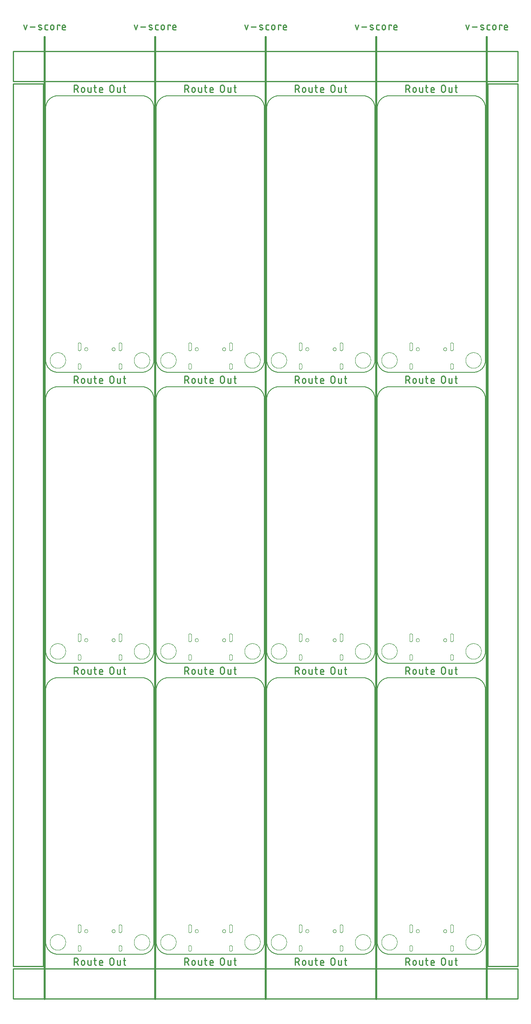
<source format=gko>
G04 EAGLE Gerber RS-274X export*
G75*
%MOMM*%
%FSLAX34Y34*%
%LPD*%
%IN*%
%IPPOS*%
%AMOC8*
5,1,8,0,0,1.08239X$1,22.5*%
G01*
%ADD10C,0.203200*%
%ADD11C,0.279400*%
%ADD12C,0.381000*%
%ADD13C,0.254000*%
%ADD14C,0.000000*%
%ADD15C,0.010000*%


D10*
X25400Y584200D02*
X24786Y584193D01*
X24173Y584170D01*
X23560Y584133D01*
X22949Y584081D01*
X22338Y584015D01*
X21730Y583933D01*
X21124Y583837D01*
X20520Y583727D01*
X19919Y583602D01*
X19321Y583462D01*
X18727Y583308D01*
X18137Y583139D01*
X17551Y582957D01*
X16970Y582760D01*
X16393Y582549D01*
X15822Y582325D01*
X15256Y582087D01*
X14696Y581835D01*
X14143Y581569D01*
X13596Y581291D01*
X13056Y580999D01*
X12523Y580694D01*
X11998Y580376D01*
X11480Y580046D01*
X10971Y579704D01*
X10470Y579349D01*
X9978Y578982D01*
X9495Y578604D01*
X9021Y578214D01*
X8557Y577812D01*
X8102Y577400D01*
X7658Y576976D01*
X7224Y576542D01*
X6800Y576098D01*
X6388Y575643D01*
X5986Y575179D01*
X5596Y574705D01*
X5218Y574222D01*
X4851Y573730D01*
X4496Y573229D01*
X4154Y572720D01*
X3824Y572202D01*
X3506Y571677D01*
X3201Y571144D01*
X2909Y570604D01*
X2631Y570057D01*
X2365Y569504D01*
X2113Y568944D01*
X1875Y568378D01*
X1651Y567807D01*
X1440Y567230D01*
X1243Y566649D01*
X1061Y566063D01*
X892Y565473D01*
X738Y564879D01*
X598Y564281D01*
X473Y563680D01*
X363Y563076D01*
X267Y562470D01*
X185Y561862D01*
X119Y561251D01*
X67Y560640D01*
X30Y560027D01*
X7Y559414D01*
X0Y558800D01*
X25400Y584200D02*
X203200Y584200D01*
X203814Y584193D01*
X204427Y584170D01*
X205040Y584133D01*
X205651Y584081D01*
X206262Y584015D01*
X206870Y583933D01*
X207476Y583837D01*
X208080Y583727D01*
X208681Y583602D01*
X209279Y583462D01*
X209873Y583308D01*
X210463Y583139D01*
X211049Y582957D01*
X211630Y582760D01*
X212207Y582549D01*
X212778Y582325D01*
X213344Y582087D01*
X213904Y581835D01*
X214457Y581569D01*
X215004Y581291D01*
X215544Y580999D01*
X216077Y580694D01*
X216602Y580376D01*
X217120Y580046D01*
X217629Y579704D01*
X218130Y579349D01*
X218622Y578982D01*
X219105Y578604D01*
X219579Y578214D01*
X220043Y577812D01*
X220498Y577400D01*
X220942Y576976D01*
X221376Y576542D01*
X221800Y576098D01*
X222212Y575643D01*
X222614Y575179D01*
X223004Y574705D01*
X223382Y574222D01*
X223749Y573730D01*
X224104Y573229D01*
X224446Y572720D01*
X224776Y572202D01*
X225094Y571677D01*
X225399Y571144D01*
X225691Y570604D01*
X225969Y570057D01*
X226235Y569504D01*
X226487Y568944D01*
X226725Y568378D01*
X226949Y567807D01*
X227160Y567230D01*
X227357Y566649D01*
X227539Y566063D01*
X227708Y565473D01*
X227862Y564879D01*
X228002Y564281D01*
X228127Y563680D01*
X228237Y563076D01*
X228333Y562470D01*
X228415Y561862D01*
X228481Y561251D01*
X228533Y560640D01*
X228570Y560027D01*
X228593Y559414D01*
X228600Y558800D01*
X228600Y25400D01*
X228593Y24786D01*
X228570Y24173D01*
X228533Y23560D01*
X228481Y22949D01*
X228415Y22338D01*
X228333Y21730D01*
X228237Y21124D01*
X228127Y20520D01*
X228002Y19919D01*
X227862Y19321D01*
X227708Y18727D01*
X227539Y18137D01*
X227357Y17551D01*
X227160Y16970D01*
X226949Y16393D01*
X226725Y15822D01*
X226487Y15256D01*
X226235Y14696D01*
X225969Y14143D01*
X225691Y13596D01*
X225399Y13056D01*
X225094Y12523D01*
X224776Y11998D01*
X224446Y11480D01*
X224104Y10971D01*
X223749Y10470D01*
X223382Y9978D01*
X223004Y9495D01*
X222614Y9021D01*
X222212Y8557D01*
X221800Y8102D01*
X221376Y7658D01*
X220942Y7224D01*
X220498Y6800D01*
X220043Y6388D01*
X219579Y5986D01*
X219105Y5596D01*
X218622Y5218D01*
X218130Y4851D01*
X217629Y4496D01*
X217120Y4154D01*
X216602Y3824D01*
X216077Y3506D01*
X215544Y3201D01*
X215004Y2909D01*
X214457Y2631D01*
X213904Y2365D01*
X213344Y2113D01*
X212778Y1875D01*
X212207Y1651D01*
X211630Y1440D01*
X211049Y1243D01*
X210463Y1061D01*
X209873Y892D01*
X209279Y738D01*
X208681Y598D01*
X208080Y473D01*
X207476Y363D01*
X206870Y267D01*
X206262Y185D01*
X205651Y119D01*
X205040Y67D01*
X204427Y30D01*
X203814Y7D01*
X203200Y0D01*
X25400Y0D01*
X24786Y7D01*
X24173Y30D01*
X23560Y67D01*
X22949Y119D01*
X22338Y185D01*
X21730Y267D01*
X21124Y363D01*
X20520Y473D01*
X19919Y598D01*
X19321Y738D01*
X18727Y892D01*
X18137Y1061D01*
X17551Y1243D01*
X16970Y1440D01*
X16393Y1651D01*
X15822Y1875D01*
X15256Y2113D01*
X14696Y2365D01*
X14143Y2631D01*
X13596Y2909D01*
X13056Y3201D01*
X12523Y3506D01*
X11998Y3824D01*
X11480Y4154D01*
X10971Y4496D01*
X10470Y4851D01*
X9978Y5218D01*
X9495Y5596D01*
X9021Y5986D01*
X8557Y6388D01*
X8102Y6800D01*
X7658Y7224D01*
X7224Y7658D01*
X6800Y8102D01*
X6388Y8557D01*
X5986Y9021D01*
X5596Y9495D01*
X5218Y9978D01*
X4851Y10470D01*
X4496Y10971D01*
X4154Y11480D01*
X3824Y11998D01*
X3506Y12523D01*
X3201Y13056D01*
X2909Y13596D01*
X2631Y14143D01*
X2365Y14696D01*
X2113Y15256D01*
X1875Y15822D01*
X1651Y16393D01*
X1440Y16970D01*
X1243Y17551D01*
X1061Y18137D01*
X892Y18727D01*
X738Y19321D01*
X598Y19919D01*
X473Y20520D01*
X363Y21124D01*
X267Y21730D01*
X185Y22338D01*
X119Y22949D01*
X67Y23560D01*
X30Y24173D01*
X7Y24786D01*
X0Y25400D01*
X0Y558800D01*
D11*
X59804Y-7747D02*
X59804Y-22733D01*
X59804Y-7747D02*
X63967Y-7747D01*
X64095Y-7749D01*
X64223Y-7755D01*
X64351Y-7765D01*
X64479Y-7779D01*
X64606Y-7796D01*
X64732Y-7818D01*
X64858Y-7843D01*
X64982Y-7873D01*
X65106Y-7906D01*
X65229Y-7943D01*
X65351Y-7984D01*
X65471Y-8028D01*
X65590Y-8076D01*
X65707Y-8128D01*
X65823Y-8183D01*
X65936Y-8242D01*
X66049Y-8305D01*
X66159Y-8371D01*
X66266Y-8440D01*
X66372Y-8512D01*
X66476Y-8588D01*
X66577Y-8667D01*
X66676Y-8749D01*
X66772Y-8834D01*
X66865Y-8921D01*
X66956Y-9012D01*
X67043Y-9105D01*
X67128Y-9201D01*
X67210Y-9300D01*
X67289Y-9401D01*
X67365Y-9505D01*
X67437Y-9611D01*
X67506Y-9718D01*
X67572Y-9829D01*
X67635Y-9941D01*
X67694Y-10054D01*
X67749Y-10170D01*
X67801Y-10287D01*
X67849Y-10406D01*
X67893Y-10526D01*
X67934Y-10648D01*
X67971Y-10771D01*
X68004Y-10895D01*
X68034Y-11019D01*
X68059Y-11145D01*
X68081Y-11271D01*
X68098Y-11398D01*
X68112Y-11526D01*
X68122Y-11654D01*
X68128Y-11782D01*
X68130Y-11910D01*
X68128Y-12038D01*
X68122Y-12166D01*
X68112Y-12294D01*
X68098Y-12422D01*
X68081Y-12549D01*
X68059Y-12675D01*
X68034Y-12801D01*
X68004Y-12925D01*
X67971Y-13049D01*
X67934Y-13172D01*
X67893Y-13294D01*
X67849Y-13414D01*
X67801Y-13533D01*
X67749Y-13650D01*
X67694Y-13766D01*
X67635Y-13879D01*
X67572Y-13992D01*
X67506Y-14102D01*
X67437Y-14209D01*
X67365Y-14315D01*
X67289Y-14419D01*
X67210Y-14520D01*
X67128Y-14619D01*
X67043Y-14715D01*
X66956Y-14808D01*
X66865Y-14899D01*
X66772Y-14986D01*
X66676Y-15071D01*
X66577Y-15153D01*
X66476Y-15232D01*
X66372Y-15308D01*
X66266Y-15380D01*
X66159Y-15449D01*
X66049Y-15515D01*
X65936Y-15578D01*
X65823Y-15637D01*
X65707Y-15692D01*
X65590Y-15744D01*
X65471Y-15792D01*
X65351Y-15836D01*
X65229Y-15877D01*
X65106Y-15914D01*
X64982Y-15947D01*
X64858Y-15977D01*
X64732Y-16002D01*
X64606Y-16024D01*
X64479Y-16041D01*
X64351Y-16055D01*
X64223Y-16065D01*
X64095Y-16071D01*
X63967Y-16073D01*
X59804Y-16073D01*
X64799Y-16073D02*
X68129Y-22733D01*
X75088Y-19403D02*
X75088Y-16073D01*
X75090Y-15959D01*
X75096Y-15846D01*
X75105Y-15732D01*
X75119Y-15620D01*
X75136Y-15507D01*
X75158Y-15395D01*
X75183Y-15285D01*
X75211Y-15175D01*
X75244Y-15066D01*
X75280Y-14958D01*
X75320Y-14851D01*
X75364Y-14746D01*
X75411Y-14643D01*
X75461Y-14541D01*
X75515Y-14441D01*
X75573Y-14343D01*
X75634Y-14247D01*
X75697Y-14153D01*
X75765Y-14061D01*
X75835Y-13971D01*
X75908Y-13885D01*
X75984Y-13800D01*
X76063Y-13718D01*
X76145Y-13639D01*
X76230Y-13563D01*
X76316Y-13490D01*
X76406Y-13420D01*
X76498Y-13352D01*
X76592Y-13289D01*
X76688Y-13228D01*
X76786Y-13170D01*
X76886Y-13116D01*
X76988Y-13066D01*
X77091Y-13019D01*
X77196Y-12975D01*
X77303Y-12935D01*
X77411Y-12899D01*
X77520Y-12866D01*
X77630Y-12838D01*
X77740Y-12813D01*
X77852Y-12791D01*
X77965Y-12774D01*
X78077Y-12760D01*
X78191Y-12751D01*
X78304Y-12745D01*
X78418Y-12743D01*
X78532Y-12745D01*
X78645Y-12751D01*
X78759Y-12760D01*
X78871Y-12774D01*
X78984Y-12791D01*
X79096Y-12813D01*
X79206Y-12838D01*
X79316Y-12866D01*
X79425Y-12899D01*
X79533Y-12935D01*
X79640Y-12975D01*
X79745Y-13019D01*
X79848Y-13066D01*
X79950Y-13116D01*
X80050Y-13170D01*
X80148Y-13228D01*
X80244Y-13289D01*
X80338Y-13352D01*
X80430Y-13420D01*
X80520Y-13490D01*
X80606Y-13563D01*
X80691Y-13639D01*
X80773Y-13718D01*
X80852Y-13800D01*
X80928Y-13885D01*
X81001Y-13971D01*
X81071Y-14061D01*
X81139Y-14153D01*
X81202Y-14247D01*
X81263Y-14343D01*
X81321Y-14441D01*
X81375Y-14541D01*
X81425Y-14643D01*
X81472Y-14746D01*
X81516Y-14851D01*
X81556Y-14958D01*
X81592Y-15066D01*
X81625Y-15175D01*
X81653Y-15285D01*
X81678Y-15395D01*
X81700Y-15507D01*
X81717Y-15620D01*
X81731Y-15732D01*
X81740Y-15846D01*
X81746Y-15959D01*
X81748Y-16073D01*
X81748Y-19403D01*
X81746Y-19517D01*
X81740Y-19630D01*
X81731Y-19744D01*
X81717Y-19856D01*
X81700Y-19969D01*
X81678Y-20081D01*
X81653Y-20191D01*
X81625Y-20301D01*
X81592Y-20410D01*
X81556Y-20518D01*
X81516Y-20625D01*
X81472Y-20730D01*
X81425Y-20833D01*
X81375Y-20935D01*
X81321Y-21035D01*
X81263Y-21133D01*
X81202Y-21229D01*
X81139Y-21323D01*
X81071Y-21415D01*
X81001Y-21505D01*
X80928Y-21591D01*
X80852Y-21676D01*
X80773Y-21758D01*
X80691Y-21837D01*
X80606Y-21913D01*
X80520Y-21986D01*
X80430Y-22056D01*
X80338Y-22124D01*
X80244Y-22187D01*
X80148Y-22248D01*
X80050Y-22306D01*
X79950Y-22360D01*
X79848Y-22410D01*
X79745Y-22457D01*
X79640Y-22501D01*
X79533Y-22541D01*
X79425Y-22577D01*
X79316Y-22610D01*
X79206Y-22638D01*
X79096Y-22663D01*
X78984Y-22685D01*
X78871Y-22702D01*
X78759Y-22716D01*
X78645Y-22725D01*
X78532Y-22731D01*
X78418Y-22733D01*
X78304Y-22731D01*
X78191Y-22725D01*
X78077Y-22716D01*
X77965Y-22702D01*
X77852Y-22685D01*
X77740Y-22663D01*
X77630Y-22638D01*
X77520Y-22610D01*
X77411Y-22577D01*
X77303Y-22541D01*
X77196Y-22501D01*
X77091Y-22457D01*
X76988Y-22410D01*
X76886Y-22360D01*
X76786Y-22306D01*
X76688Y-22248D01*
X76592Y-22187D01*
X76498Y-22124D01*
X76406Y-22056D01*
X76316Y-21986D01*
X76230Y-21913D01*
X76145Y-21837D01*
X76063Y-21758D01*
X75984Y-21676D01*
X75908Y-21591D01*
X75835Y-21505D01*
X75765Y-21415D01*
X75697Y-21323D01*
X75634Y-21229D01*
X75573Y-21133D01*
X75515Y-21035D01*
X75461Y-20935D01*
X75411Y-20833D01*
X75364Y-20730D01*
X75320Y-20625D01*
X75280Y-20518D01*
X75244Y-20410D01*
X75211Y-20301D01*
X75183Y-20191D01*
X75158Y-20081D01*
X75136Y-19969D01*
X75119Y-19856D01*
X75105Y-19744D01*
X75096Y-19630D01*
X75090Y-19517D01*
X75088Y-19403D01*
X89156Y-20235D02*
X89156Y-12742D01*
X89155Y-20235D02*
X89157Y-20333D01*
X89163Y-20431D01*
X89172Y-20529D01*
X89186Y-20626D01*
X89203Y-20722D01*
X89224Y-20818D01*
X89249Y-20913D01*
X89277Y-21007D01*
X89309Y-21100D01*
X89345Y-21191D01*
X89384Y-21281D01*
X89427Y-21369D01*
X89474Y-21456D01*
X89523Y-21540D01*
X89576Y-21623D01*
X89632Y-21703D01*
X89691Y-21782D01*
X89754Y-21857D01*
X89819Y-21931D01*
X89887Y-22001D01*
X89957Y-22069D01*
X90031Y-22135D01*
X90107Y-22197D01*
X90185Y-22256D01*
X90265Y-22312D01*
X90348Y-22365D01*
X90432Y-22415D01*
X90519Y-22461D01*
X90607Y-22504D01*
X90697Y-22543D01*
X90788Y-22579D01*
X90881Y-22611D01*
X90975Y-22639D01*
X91070Y-22664D01*
X91166Y-22685D01*
X91262Y-22702D01*
X91359Y-22716D01*
X91457Y-22725D01*
X91555Y-22731D01*
X91653Y-22733D01*
X95816Y-22733D01*
X95816Y-12742D01*
X101797Y-12742D02*
X106792Y-12742D01*
X103462Y-7747D02*
X103462Y-20235D01*
X103464Y-20333D01*
X103470Y-20431D01*
X103479Y-20529D01*
X103493Y-20626D01*
X103510Y-20722D01*
X103531Y-20818D01*
X103556Y-20913D01*
X103584Y-21007D01*
X103616Y-21100D01*
X103652Y-21191D01*
X103691Y-21281D01*
X103734Y-21369D01*
X103781Y-21456D01*
X103830Y-21540D01*
X103883Y-21623D01*
X103939Y-21703D01*
X103998Y-21782D01*
X104061Y-21857D01*
X104126Y-21931D01*
X104194Y-22001D01*
X104264Y-22069D01*
X104338Y-22135D01*
X104414Y-22197D01*
X104492Y-22256D01*
X104572Y-22312D01*
X104655Y-22365D01*
X104739Y-22415D01*
X104826Y-22461D01*
X104914Y-22504D01*
X105004Y-22543D01*
X105095Y-22579D01*
X105188Y-22611D01*
X105282Y-22639D01*
X105377Y-22664D01*
X105473Y-22685D01*
X105569Y-22702D01*
X105666Y-22716D01*
X105764Y-22725D01*
X105862Y-22731D01*
X105960Y-22733D01*
X106792Y-22733D01*
X115621Y-22733D02*
X119784Y-22733D01*
X115621Y-22733D02*
X115523Y-22731D01*
X115425Y-22725D01*
X115327Y-22716D01*
X115230Y-22702D01*
X115134Y-22685D01*
X115038Y-22664D01*
X114943Y-22639D01*
X114849Y-22611D01*
X114756Y-22579D01*
X114665Y-22543D01*
X114575Y-22504D01*
X114487Y-22461D01*
X114400Y-22414D01*
X114316Y-22365D01*
X114233Y-22312D01*
X114153Y-22256D01*
X114075Y-22197D01*
X113999Y-22135D01*
X113925Y-22069D01*
X113855Y-22001D01*
X113787Y-21931D01*
X113722Y-21857D01*
X113659Y-21782D01*
X113600Y-21703D01*
X113544Y-21623D01*
X113491Y-21540D01*
X113442Y-21456D01*
X113395Y-21369D01*
X113352Y-21281D01*
X113313Y-21191D01*
X113277Y-21100D01*
X113245Y-21007D01*
X113217Y-20913D01*
X113192Y-20818D01*
X113171Y-20722D01*
X113154Y-20626D01*
X113140Y-20529D01*
X113131Y-20431D01*
X113125Y-20333D01*
X113123Y-20235D01*
X113124Y-20235D02*
X113124Y-16073D01*
X113126Y-15959D01*
X113132Y-15846D01*
X113141Y-15732D01*
X113155Y-15620D01*
X113172Y-15507D01*
X113194Y-15395D01*
X113219Y-15285D01*
X113247Y-15175D01*
X113280Y-15066D01*
X113316Y-14958D01*
X113356Y-14851D01*
X113400Y-14746D01*
X113447Y-14643D01*
X113497Y-14541D01*
X113551Y-14441D01*
X113609Y-14343D01*
X113670Y-14247D01*
X113733Y-14153D01*
X113801Y-14061D01*
X113871Y-13971D01*
X113944Y-13885D01*
X114020Y-13800D01*
X114099Y-13718D01*
X114181Y-13639D01*
X114266Y-13563D01*
X114352Y-13490D01*
X114442Y-13420D01*
X114534Y-13352D01*
X114628Y-13289D01*
X114724Y-13228D01*
X114822Y-13170D01*
X114922Y-13116D01*
X115024Y-13066D01*
X115127Y-13019D01*
X115232Y-12975D01*
X115339Y-12935D01*
X115447Y-12899D01*
X115556Y-12866D01*
X115666Y-12838D01*
X115776Y-12813D01*
X115888Y-12791D01*
X116001Y-12774D01*
X116113Y-12760D01*
X116227Y-12751D01*
X116340Y-12745D01*
X116454Y-12743D01*
X116568Y-12745D01*
X116681Y-12751D01*
X116795Y-12760D01*
X116907Y-12774D01*
X117020Y-12791D01*
X117132Y-12813D01*
X117242Y-12838D01*
X117352Y-12866D01*
X117461Y-12899D01*
X117569Y-12935D01*
X117676Y-12975D01*
X117781Y-13019D01*
X117884Y-13066D01*
X117986Y-13116D01*
X118086Y-13170D01*
X118184Y-13228D01*
X118280Y-13289D01*
X118374Y-13352D01*
X118466Y-13420D01*
X118556Y-13490D01*
X118642Y-13563D01*
X118727Y-13639D01*
X118809Y-13718D01*
X118888Y-13800D01*
X118964Y-13885D01*
X119037Y-13971D01*
X119107Y-14061D01*
X119175Y-14153D01*
X119238Y-14247D01*
X119299Y-14343D01*
X119357Y-14441D01*
X119411Y-14541D01*
X119461Y-14643D01*
X119508Y-14746D01*
X119552Y-14851D01*
X119592Y-14958D01*
X119628Y-15066D01*
X119661Y-15175D01*
X119689Y-15285D01*
X119714Y-15395D01*
X119736Y-15507D01*
X119753Y-15620D01*
X119767Y-15732D01*
X119776Y-15846D01*
X119782Y-15959D01*
X119784Y-16073D01*
X119784Y-17738D01*
X113124Y-17738D01*
X135217Y-18570D02*
X135217Y-11910D01*
X135219Y-11782D01*
X135225Y-11654D01*
X135235Y-11526D01*
X135249Y-11398D01*
X135266Y-11271D01*
X135288Y-11145D01*
X135313Y-11019D01*
X135343Y-10895D01*
X135376Y-10771D01*
X135413Y-10648D01*
X135454Y-10526D01*
X135498Y-10406D01*
X135546Y-10287D01*
X135598Y-10170D01*
X135653Y-10054D01*
X135712Y-9941D01*
X135775Y-9828D01*
X135841Y-9718D01*
X135910Y-9611D01*
X135982Y-9505D01*
X136058Y-9401D01*
X136137Y-9300D01*
X136219Y-9201D01*
X136304Y-9105D01*
X136391Y-9012D01*
X136482Y-8921D01*
X136575Y-8834D01*
X136671Y-8749D01*
X136770Y-8667D01*
X136871Y-8588D01*
X136975Y-8512D01*
X137081Y-8440D01*
X137188Y-8371D01*
X137299Y-8305D01*
X137411Y-8242D01*
X137524Y-8183D01*
X137640Y-8128D01*
X137757Y-8076D01*
X137876Y-8028D01*
X137996Y-7984D01*
X138118Y-7943D01*
X138241Y-7906D01*
X138365Y-7873D01*
X138489Y-7843D01*
X138615Y-7818D01*
X138741Y-7796D01*
X138868Y-7779D01*
X138996Y-7765D01*
X139124Y-7755D01*
X139252Y-7749D01*
X139380Y-7747D01*
X139508Y-7749D01*
X139636Y-7755D01*
X139764Y-7765D01*
X139892Y-7779D01*
X140019Y-7796D01*
X140145Y-7818D01*
X140271Y-7843D01*
X140395Y-7873D01*
X140519Y-7906D01*
X140642Y-7943D01*
X140764Y-7984D01*
X140884Y-8028D01*
X141003Y-8076D01*
X141120Y-8128D01*
X141236Y-8183D01*
X141349Y-8242D01*
X141462Y-8305D01*
X141572Y-8371D01*
X141679Y-8440D01*
X141785Y-8512D01*
X141889Y-8588D01*
X141990Y-8667D01*
X142089Y-8749D01*
X142185Y-8834D01*
X142278Y-8921D01*
X142369Y-9012D01*
X142456Y-9105D01*
X142541Y-9201D01*
X142623Y-9300D01*
X142702Y-9401D01*
X142778Y-9505D01*
X142850Y-9611D01*
X142919Y-9718D01*
X142985Y-9829D01*
X143048Y-9941D01*
X143107Y-10054D01*
X143162Y-10170D01*
X143214Y-10287D01*
X143262Y-10406D01*
X143306Y-10526D01*
X143347Y-10648D01*
X143384Y-10771D01*
X143417Y-10895D01*
X143447Y-11019D01*
X143472Y-11145D01*
X143494Y-11271D01*
X143511Y-11398D01*
X143525Y-11526D01*
X143535Y-11654D01*
X143541Y-11782D01*
X143543Y-11910D01*
X143542Y-11910D02*
X143542Y-18570D01*
X143543Y-18570D02*
X143541Y-18698D01*
X143535Y-18826D01*
X143525Y-18954D01*
X143511Y-19082D01*
X143494Y-19209D01*
X143472Y-19335D01*
X143447Y-19461D01*
X143417Y-19585D01*
X143384Y-19709D01*
X143347Y-19832D01*
X143306Y-19954D01*
X143262Y-20074D01*
X143214Y-20193D01*
X143162Y-20310D01*
X143107Y-20426D01*
X143048Y-20539D01*
X142985Y-20652D01*
X142919Y-20762D01*
X142850Y-20869D01*
X142778Y-20975D01*
X142702Y-21079D01*
X142623Y-21180D01*
X142541Y-21279D01*
X142456Y-21375D01*
X142369Y-21468D01*
X142278Y-21559D01*
X142185Y-21646D01*
X142089Y-21731D01*
X141990Y-21813D01*
X141889Y-21892D01*
X141785Y-21968D01*
X141679Y-22040D01*
X141572Y-22109D01*
X141461Y-22175D01*
X141349Y-22238D01*
X141236Y-22297D01*
X141120Y-22352D01*
X141003Y-22404D01*
X140884Y-22452D01*
X140764Y-22496D01*
X140642Y-22537D01*
X140519Y-22574D01*
X140395Y-22607D01*
X140271Y-22637D01*
X140145Y-22662D01*
X140019Y-22684D01*
X139892Y-22701D01*
X139764Y-22715D01*
X139636Y-22725D01*
X139508Y-22731D01*
X139380Y-22733D01*
X139252Y-22731D01*
X139124Y-22725D01*
X138996Y-22715D01*
X138868Y-22701D01*
X138741Y-22684D01*
X138615Y-22662D01*
X138489Y-22637D01*
X138365Y-22607D01*
X138241Y-22574D01*
X138118Y-22537D01*
X137996Y-22496D01*
X137876Y-22452D01*
X137757Y-22404D01*
X137640Y-22352D01*
X137524Y-22297D01*
X137411Y-22238D01*
X137299Y-22175D01*
X137188Y-22109D01*
X137081Y-22040D01*
X136975Y-21968D01*
X136871Y-21892D01*
X136770Y-21813D01*
X136671Y-21731D01*
X136575Y-21646D01*
X136482Y-21559D01*
X136391Y-21468D01*
X136304Y-21375D01*
X136219Y-21279D01*
X136137Y-21180D01*
X136058Y-21079D01*
X135982Y-20975D01*
X135910Y-20869D01*
X135841Y-20762D01*
X135775Y-20651D01*
X135712Y-20539D01*
X135653Y-20426D01*
X135598Y-20310D01*
X135546Y-20193D01*
X135498Y-20074D01*
X135454Y-19954D01*
X135413Y-19832D01*
X135376Y-19709D01*
X135343Y-19585D01*
X135313Y-19461D01*
X135288Y-19335D01*
X135266Y-19209D01*
X135249Y-19082D01*
X135235Y-18954D01*
X135225Y-18826D01*
X135219Y-18698D01*
X135217Y-18570D01*
X151159Y-20235D02*
X151159Y-12742D01*
X151159Y-20235D02*
X151161Y-20333D01*
X151167Y-20431D01*
X151176Y-20529D01*
X151190Y-20626D01*
X151207Y-20722D01*
X151228Y-20818D01*
X151253Y-20913D01*
X151281Y-21007D01*
X151313Y-21100D01*
X151349Y-21191D01*
X151388Y-21281D01*
X151431Y-21369D01*
X151478Y-21456D01*
X151527Y-21540D01*
X151580Y-21623D01*
X151636Y-21703D01*
X151695Y-21782D01*
X151758Y-21857D01*
X151823Y-21931D01*
X151891Y-22001D01*
X151961Y-22069D01*
X152035Y-22135D01*
X152111Y-22197D01*
X152189Y-22256D01*
X152269Y-22312D01*
X152352Y-22365D01*
X152436Y-22415D01*
X152523Y-22461D01*
X152611Y-22504D01*
X152701Y-22543D01*
X152792Y-22579D01*
X152885Y-22611D01*
X152979Y-22639D01*
X153074Y-22664D01*
X153170Y-22685D01*
X153266Y-22702D01*
X153363Y-22716D01*
X153461Y-22725D01*
X153559Y-22731D01*
X153657Y-22733D01*
X157820Y-22733D01*
X157820Y-12742D01*
X163801Y-12742D02*
X168796Y-12742D01*
X165466Y-7747D02*
X165466Y-20235D01*
X165465Y-20235D02*
X165467Y-20333D01*
X165473Y-20431D01*
X165482Y-20529D01*
X165496Y-20626D01*
X165513Y-20722D01*
X165534Y-20818D01*
X165559Y-20913D01*
X165587Y-21007D01*
X165619Y-21100D01*
X165655Y-21191D01*
X165694Y-21281D01*
X165737Y-21369D01*
X165784Y-21456D01*
X165833Y-21540D01*
X165886Y-21623D01*
X165942Y-21703D01*
X166001Y-21782D01*
X166064Y-21857D01*
X166129Y-21931D01*
X166197Y-22001D01*
X166267Y-22069D01*
X166341Y-22135D01*
X166417Y-22197D01*
X166495Y-22256D01*
X166575Y-22312D01*
X166658Y-22365D01*
X166742Y-22415D01*
X166829Y-22461D01*
X166917Y-22504D01*
X167007Y-22543D01*
X167098Y-22579D01*
X167191Y-22611D01*
X167285Y-22639D01*
X167380Y-22664D01*
X167476Y-22685D01*
X167572Y-22702D01*
X167669Y-22716D01*
X167767Y-22725D01*
X167865Y-22731D01*
X167963Y-22733D01*
X167964Y-22733D02*
X168796Y-22733D01*
D10*
X233680Y558800D02*
X233687Y559414D01*
X233710Y560027D01*
X233747Y560640D01*
X233799Y561251D01*
X233865Y561862D01*
X233947Y562470D01*
X234043Y563076D01*
X234153Y563680D01*
X234278Y564281D01*
X234418Y564879D01*
X234572Y565473D01*
X234741Y566063D01*
X234923Y566649D01*
X235120Y567230D01*
X235331Y567807D01*
X235555Y568378D01*
X235793Y568944D01*
X236045Y569504D01*
X236311Y570057D01*
X236589Y570604D01*
X236881Y571144D01*
X237186Y571677D01*
X237504Y572202D01*
X237834Y572720D01*
X238176Y573229D01*
X238531Y573730D01*
X238898Y574222D01*
X239276Y574705D01*
X239666Y575179D01*
X240068Y575643D01*
X240480Y576098D01*
X240904Y576542D01*
X241338Y576976D01*
X241782Y577400D01*
X242237Y577812D01*
X242701Y578214D01*
X243175Y578604D01*
X243658Y578982D01*
X244150Y579349D01*
X244651Y579704D01*
X245160Y580046D01*
X245678Y580376D01*
X246203Y580694D01*
X246736Y580999D01*
X247276Y581291D01*
X247823Y581569D01*
X248376Y581835D01*
X248936Y582087D01*
X249502Y582325D01*
X250073Y582549D01*
X250650Y582760D01*
X251231Y582957D01*
X251817Y583139D01*
X252407Y583308D01*
X253001Y583462D01*
X253599Y583602D01*
X254200Y583727D01*
X254804Y583837D01*
X255410Y583933D01*
X256018Y584015D01*
X256629Y584081D01*
X257240Y584133D01*
X257853Y584170D01*
X258466Y584193D01*
X259080Y584200D01*
X436880Y584200D01*
X437494Y584193D01*
X438107Y584170D01*
X438720Y584133D01*
X439331Y584081D01*
X439942Y584015D01*
X440550Y583933D01*
X441156Y583837D01*
X441760Y583727D01*
X442361Y583602D01*
X442959Y583462D01*
X443553Y583308D01*
X444143Y583139D01*
X444729Y582957D01*
X445310Y582760D01*
X445887Y582549D01*
X446458Y582325D01*
X447024Y582087D01*
X447584Y581835D01*
X448137Y581569D01*
X448684Y581291D01*
X449224Y580999D01*
X449757Y580694D01*
X450282Y580376D01*
X450800Y580046D01*
X451309Y579704D01*
X451810Y579349D01*
X452302Y578982D01*
X452785Y578604D01*
X453259Y578214D01*
X453723Y577812D01*
X454178Y577400D01*
X454622Y576976D01*
X455056Y576542D01*
X455480Y576098D01*
X455892Y575643D01*
X456294Y575179D01*
X456684Y574705D01*
X457062Y574222D01*
X457429Y573730D01*
X457784Y573229D01*
X458126Y572720D01*
X458456Y572202D01*
X458774Y571677D01*
X459079Y571144D01*
X459371Y570604D01*
X459649Y570057D01*
X459915Y569504D01*
X460167Y568944D01*
X460405Y568378D01*
X460629Y567807D01*
X460840Y567230D01*
X461037Y566649D01*
X461219Y566063D01*
X461388Y565473D01*
X461542Y564879D01*
X461682Y564281D01*
X461807Y563680D01*
X461917Y563076D01*
X462013Y562470D01*
X462095Y561862D01*
X462161Y561251D01*
X462213Y560640D01*
X462250Y560027D01*
X462273Y559414D01*
X462280Y558800D01*
X462280Y25400D01*
X462273Y24786D01*
X462250Y24173D01*
X462213Y23560D01*
X462161Y22949D01*
X462095Y22338D01*
X462013Y21730D01*
X461917Y21124D01*
X461807Y20520D01*
X461682Y19919D01*
X461542Y19321D01*
X461388Y18727D01*
X461219Y18137D01*
X461037Y17551D01*
X460840Y16970D01*
X460629Y16393D01*
X460405Y15822D01*
X460167Y15256D01*
X459915Y14696D01*
X459649Y14143D01*
X459371Y13596D01*
X459079Y13056D01*
X458774Y12523D01*
X458456Y11998D01*
X458126Y11480D01*
X457784Y10971D01*
X457429Y10470D01*
X457062Y9978D01*
X456684Y9495D01*
X456294Y9021D01*
X455892Y8557D01*
X455480Y8102D01*
X455056Y7658D01*
X454622Y7224D01*
X454178Y6800D01*
X453723Y6388D01*
X453259Y5986D01*
X452785Y5596D01*
X452302Y5218D01*
X451810Y4851D01*
X451309Y4496D01*
X450800Y4154D01*
X450282Y3824D01*
X449757Y3506D01*
X449224Y3201D01*
X448684Y2909D01*
X448137Y2631D01*
X447584Y2365D01*
X447024Y2113D01*
X446458Y1875D01*
X445887Y1651D01*
X445310Y1440D01*
X444729Y1243D01*
X444143Y1061D01*
X443553Y892D01*
X442959Y738D01*
X442361Y598D01*
X441760Y473D01*
X441156Y363D01*
X440550Y267D01*
X439942Y185D01*
X439331Y119D01*
X438720Y67D01*
X438107Y30D01*
X437494Y7D01*
X436880Y0D01*
X259080Y0D01*
X258466Y7D01*
X257853Y30D01*
X257240Y67D01*
X256629Y119D01*
X256018Y185D01*
X255410Y267D01*
X254804Y363D01*
X254200Y473D01*
X253599Y598D01*
X253001Y738D01*
X252407Y892D01*
X251817Y1061D01*
X251231Y1243D01*
X250650Y1440D01*
X250073Y1651D01*
X249502Y1875D01*
X248936Y2113D01*
X248376Y2365D01*
X247823Y2631D01*
X247276Y2909D01*
X246736Y3201D01*
X246203Y3506D01*
X245678Y3824D01*
X245160Y4154D01*
X244651Y4496D01*
X244150Y4851D01*
X243658Y5218D01*
X243175Y5596D01*
X242701Y5986D01*
X242237Y6388D01*
X241782Y6800D01*
X241338Y7224D01*
X240904Y7658D01*
X240480Y8102D01*
X240068Y8557D01*
X239666Y9021D01*
X239276Y9495D01*
X238898Y9978D01*
X238531Y10470D01*
X238176Y10971D01*
X237834Y11480D01*
X237504Y11998D01*
X237186Y12523D01*
X236881Y13056D01*
X236589Y13596D01*
X236311Y14143D01*
X236045Y14696D01*
X235793Y15256D01*
X235555Y15822D01*
X235331Y16393D01*
X235120Y16970D01*
X234923Y17551D01*
X234741Y18137D01*
X234572Y18727D01*
X234418Y19321D01*
X234278Y19919D01*
X234153Y20520D01*
X234043Y21124D01*
X233947Y21730D01*
X233865Y22338D01*
X233799Y22949D01*
X233747Y23560D01*
X233710Y24173D01*
X233687Y24786D01*
X233680Y25400D01*
X233680Y558800D01*
D11*
X293484Y-7747D02*
X293484Y-22733D01*
X293484Y-7747D02*
X297647Y-7747D01*
X297775Y-7749D01*
X297903Y-7755D01*
X298031Y-7765D01*
X298159Y-7779D01*
X298286Y-7796D01*
X298412Y-7818D01*
X298538Y-7843D01*
X298662Y-7873D01*
X298786Y-7906D01*
X298909Y-7943D01*
X299031Y-7984D01*
X299151Y-8028D01*
X299270Y-8076D01*
X299387Y-8128D01*
X299503Y-8183D01*
X299616Y-8242D01*
X299729Y-8305D01*
X299839Y-8371D01*
X299946Y-8440D01*
X300052Y-8512D01*
X300156Y-8588D01*
X300257Y-8667D01*
X300356Y-8749D01*
X300452Y-8834D01*
X300545Y-8921D01*
X300636Y-9012D01*
X300723Y-9105D01*
X300808Y-9201D01*
X300890Y-9300D01*
X300969Y-9401D01*
X301045Y-9505D01*
X301117Y-9611D01*
X301186Y-9718D01*
X301252Y-9829D01*
X301315Y-9941D01*
X301374Y-10054D01*
X301429Y-10170D01*
X301481Y-10287D01*
X301529Y-10406D01*
X301573Y-10526D01*
X301614Y-10648D01*
X301651Y-10771D01*
X301684Y-10895D01*
X301714Y-11019D01*
X301739Y-11145D01*
X301761Y-11271D01*
X301778Y-11398D01*
X301792Y-11526D01*
X301802Y-11654D01*
X301808Y-11782D01*
X301810Y-11910D01*
X301808Y-12038D01*
X301802Y-12166D01*
X301792Y-12294D01*
X301778Y-12422D01*
X301761Y-12549D01*
X301739Y-12675D01*
X301714Y-12801D01*
X301684Y-12925D01*
X301651Y-13049D01*
X301614Y-13172D01*
X301573Y-13294D01*
X301529Y-13414D01*
X301481Y-13533D01*
X301429Y-13650D01*
X301374Y-13766D01*
X301315Y-13879D01*
X301252Y-13992D01*
X301186Y-14102D01*
X301117Y-14209D01*
X301045Y-14315D01*
X300969Y-14419D01*
X300890Y-14520D01*
X300808Y-14619D01*
X300723Y-14715D01*
X300636Y-14808D01*
X300545Y-14899D01*
X300452Y-14986D01*
X300356Y-15071D01*
X300257Y-15153D01*
X300156Y-15232D01*
X300052Y-15308D01*
X299946Y-15380D01*
X299839Y-15449D01*
X299729Y-15515D01*
X299616Y-15578D01*
X299503Y-15637D01*
X299387Y-15692D01*
X299270Y-15744D01*
X299151Y-15792D01*
X299031Y-15836D01*
X298909Y-15877D01*
X298786Y-15914D01*
X298662Y-15947D01*
X298538Y-15977D01*
X298412Y-16002D01*
X298286Y-16024D01*
X298159Y-16041D01*
X298031Y-16055D01*
X297903Y-16065D01*
X297775Y-16071D01*
X297647Y-16073D01*
X293484Y-16073D01*
X298479Y-16073D02*
X301809Y-22733D01*
X308768Y-19403D02*
X308768Y-16073D01*
X308770Y-15959D01*
X308776Y-15846D01*
X308785Y-15732D01*
X308799Y-15620D01*
X308816Y-15507D01*
X308838Y-15395D01*
X308863Y-15285D01*
X308891Y-15175D01*
X308924Y-15066D01*
X308960Y-14958D01*
X309000Y-14851D01*
X309044Y-14746D01*
X309091Y-14643D01*
X309141Y-14541D01*
X309195Y-14441D01*
X309253Y-14343D01*
X309314Y-14247D01*
X309377Y-14153D01*
X309445Y-14061D01*
X309515Y-13971D01*
X309588Y-13885D01*
X309664Y-13800D01*
X309743Y-13718D01*
X309825Y-13639D01*
X309910Y-13563D01*
X309996Y-13490D01*
X310086Y-13420D01*
X310178Y-13352D01*
X310272Y-13289D01*
X310368Y-13228D01*
X310466Y-13170D01*
X310566Y-13116D01*
X310668Y-13066D01*
X310771Y-13019D01*
X310876Y-12975D01*
X310983Y-12935D01*
X311091Y-12899D01*
X311200Y-12866D01*
X311310Y-12838D01*
X311420Y-12813D01*
X311532Y-12791D01*
X311645Y-12774D01*
X311757Y-12760D01*
X311871Y-12751D01*
X311984Y-12745D01*
X312098Y-12743D01*
X312212Y-12745D01*
X312325Y-12751D01*
X312439Y-12760D01*
X312551Y-12774D01*
X312664Y-12791D01*
X312776Y-12813D01*
X312886Y-12838D01*
X312996Y-12866D01*
X313105Y-12899D01*
X313213Y-12935D01*
X313320Y-12975D01*
X313425Y-13019D01*
X313528Y-13066D01*
X313630Y-13116D01*
X313730Y-13170D01*
X313828Y-13228D01*
X313924Y-13289D01*
X314018Y-13352D01*
X314110Y-13420D01*
X314200Y-13490D01*
X314286Y-13563D01*
X314371Y-13639D01*
X314453Y-13718D01*
X314532Y-13800D01*
X314608Y-13885D01*
X314681Y-13971D01*
X314751Y-14061D01*
X314819Y-14153D01*
X314882Y-14247D01*
X314943Y-14343D01*
X315001Y-14441D01*
X315055Y-14541D01*
X315105Y-14643D01*
X315152Y-14746D01*
X315196Y-14851D01*
X315236Y-14958D01*
X315272Y-15066D01*
X315305Y-15175D01*
X315333Y-15285D01*
X315358Y-15395D01*
X315380Y-15507D01*
X315397Y-15620D01*
X315411Y-15732D01*
X315420Y-15846D01*
X315426Y-15959D01*
X315428Y-16073D01*
X315428Y-19403D01*
X315426Y-19517D01*
X315420Y-19630D01*
X315411Y-19744D01*
X315397Y-19856D01*
X315380Y-19969D01*
X315358Y-20081D01*
X315333Y-20191D01*
X315305Y-20301D01*
X315272Y-20410D01*
X315236Y-20518D01*
X315196Y-20625D01*
X315152Y-20730D01*
X315105Y-20833D01*
X315055Y-20935D01*
X315001Y-21035D01*
X314943Y-21133D01*
X314882Y-21229D01*
X314819Y-21323D01*
X314751Y-21415D01*
X314681Y-21505D01*
X314608Y-21591D01*
X314532Y-21676D01*
X314453Y-21758D01*
X314371Y-21837D01*
X314286Y-21913D01*
X314200Y-21986D01*
X314110Y-22056D01*
X314018Y-22124D01*
X313924Y-22187D01*
X313828Y-22248D01*
X313730Y-22306D01*
X313630Y-22360D01*
X313528Y-22410D01*
X313425Y-22457D01*
X313320Y-22501D01*
X313213Y-22541D01*
X313105Y-22577D01*
X312996Y-22610D01*
X312886Y-22638D01*
X312776Y-22663D01*
X312664Y-22685D01*
X312551Y-22702D01*
X312439Y-22716D01*
X312325Y-22725D01*
X312212Y-22731D01*
X312098Y-22733D01*
X311984Y-22731D01*
X311871Y-22725D01*
X311757Y-22716D01*
X311645Y-22702D01*
X311532Y-22685D01*
X311420Y-22663D01*
X311310Y-22638D01*
X311200Y-22610D01*
X311091Y-22577D01*
X310983Y-22541D01*
X310876Y-22501D01*
X310771Y-22457D01*
X310668Y-22410D01*
X310566Y-22360D01*
X310466Y-22306D01*
X310368Y-22248D01*
X310272Y-22187D01*
X310178Y-22124D01*
X310086Y-22056D01*
X309996Y-21986D01*
X309910Y-21913D01*
X309825Y-21837D01*
X309743Y-21758D01*
X309664Y-21676D01*
X309588Y-21591D01*
X309515Y-21505D01*
X309445Y-21415D01*
X309377Y-21323D01*
X309314Y-21229D01*
X309253Y-21133D01*
X309195Y-21035D01*
X309141Y-20935D01*
X309091Y-20833D01*
X309044Y-20730D01*
X309000Y-20625D01*
X308960Y-20518D01*
X308924Y-20410D01*
X308891Y-20301D01*
X308863Y-20191D01*
X308838Y-20081D01*
X308816Y-19969D01*
X308799Y-19856D01*
X308785Y-19744D01*
X308776Y-19630D01*
X308770Y-19517D01*
X308768Y-19403D01*
X322836Y-20235D02*
X322836Y-12742D01*
X322835Y-20235D02*
X322837Y-20333D01*
X322843Y-20431D01*
X322852Y-20529D01*
X322866Y-20626D01*
X322883Y-20722D01*
X322904Y-20818D01*
X322929Y-20913D01*
X322957Y-21007D01*
X322989Y-21100D01*
X323025Y-21191D01*
X323064Y-21281D01*
X323107Y-21369D01*
X323154Y-21456D01*
X323203Y-21540D01*
X323256Y-21623D01*
X323312Y-21703D01*
X323371Y-21782D01*
X323434Y-21857D01*
X323499Y-21931D01*
X323567Y-22001D01*
X323637Y-22069D01*
X323711Y-22135D01*
X323787Y-22197D01*
X323865Y-22256D01*
X323945Y-22312D01*
X324028Y-22365D01*
X324112Y-22415D01*
X324199Y-22461D01*
X324287Y-22504D01*
X324377Y-22543D01*
X324468Y-22579D01*
X324561Y-22611D01*
X324655Y-22639D01*
X324750Y-22664D01*
X324846Y-22685D01*
X324942Y-22702D01*
X325039Y-22716D01*
X325137Y-22725D01*
X325235Y-22731D01*
X325333Y-22733D01*
X329496Y-22733D01*
X329496Y-12742D01*
X335477Y-12742D02*
X340472Y-12742D01*
X337142Y-7747D02*
X337142Y-20235D01*
X337144Y-20333D01*
X337150Y-20431D01*
X337159Y-20529D01*
X337173Y-20626D01*
X337190Y-20722D01*
X337211Y-20818D01*
X337236Y-20913D01*
X337264Y-21007D01*
X337296Y-21100D01*
X337332Y-21191D01*
X337371Y-21281D01*
X337414Y-21369D01*
X337461Y-21456D01*
X337510Y-21540D01*
X337563Y-21623D01*
X337619Y-21703D01*
X337678Y-21782D01*
X337741Y-21857D01*
X337806Y-21931D01*
X337874Y-22001D01*
X337944Y-22069D01*
X338018Y-22135D01*
X338094Y-22197D01*
X338172Y-22256D01*
X338252Y-22312D01*
X338335Y-22365D01*
X338419Y-22415D01*
X338506Y-22461D01*
X338594Y-22504D01*
X338684Y-22543D01*
X338775Y-22579D01*
X338868Y-22611D01*
X338962Y-22639D01*
X339057Y-22664D01*
X339153Y-22685D01*
X339249Y-22702D01*
X339346Y-22716D01*
X339444Y-22725D01*
X339542Y-22731D01*
X339640Y-22733D01*
X340472Y-22733D01*
X349301Y-22733D02*
X353464Y-22733D01*
X349301Y-22733D02*
X349203Y-22731D01*
X349105Y-22725D01*
X349007Y-22716D01*
X348910Y-22702D01*
X348814Y-22685D01*
X348718Y-22664D01*
X348623Y-22639D01*
X348529Y-22611D01*
X348436Y-22579D01*
X348345Y-22543D01*
X348255Y-22504D01*
X348167Y-22461D01*
X348080Y-22414D01*
X347996Y-22365D01*
X347913Y-22312D01*
X347833Y-22256D01*
X347755Y-22197D01*
X347679Y-22135D01*
X347605Y-22069D01*
X347535Y-22001D01*
X347467Y-21931D01*
X347402Y-21857D01*
X347339Y-21782D01*
X347280Y-21703D01*
X347224Y-21623D01*
X347171Y-21540D01*
X347122Y-21456D01*
X347075Y-21369D01*
X347032Y-21281D01*
X346993Y-21191D01*
X346957Y-21100D01*
X346925Y-21007D01*
X346897Y-20913D01*
X346872Y-20818D01*
X346851Y-20722D01*
X346834Y-20626D01*
X346820Y-20529D01*
X346811Y-20431D01*
X346805Y-20333D01*
X346803Y-20235D01*
X346804Y-20235D02*
X346804Y-16073D01*
X346806Y-15959D01*
X346812Y-15846D01*
X346821Y-15732D01*
X346835Y-15620D01*
X346852Y-15507D01*
X346874Y-15395D01*
X346899Y-15285D01*
X346927Y-15175D01*
X346960Y-15066D01*
X346996Y-14958D01*
X347036Y-14851D01*
X347080Y-14746D01*
X347127Y-14643D01*
X347177Y-14541D01*
X347231Y-14441D01*
X347289Y-14343D01*
X347350Y-14247D01*
X347413Y-14153D01*
X347481Y-14061D01*
X347551Y-13971D01*
X347624Y-13885D01*
X347700Y-13800D01*
X347779Y-13718D01*
X347861Y-13639D01*
X347946Y-13563D01*
X348032Y-13490D01*
X348122Y-13420D01*
X348214Y-13352D01*
X348308Y-13289D01*
X348404Y-13228D01*
X348502Y-13170D01*
X348602Y-13116D01*
X348704Y-13066D01*
X348807Y-13019D01*
X348912Y-12975D01*
X349019Y-12935D01*
X349127Y-12899D01*
X349236Y-12866D01*
X349346Y-12838D01*
X349456Y-12813D01*
X349568Y-12791D01*
X349681Y-12774D01*
X349793Y-12760D01*
X349907Y-12751D01*
X350020Y-12745D01*
X350134Y-12743D01*
X350248Y-12745D01*
X350361Y-12751D01*
X350475Y-12760D01*
X350587Y-12774D01*
X350700Y-12791D01*
X350812Y-12813D01*
X350922Y-12838D01*
X351032Y-12866D01*
X351141Y-12899D01*
X351249Y-12935D01*
X351356Y-12975D01*
X351461Y-13019D01*
X351564Y-13066D01*
X351666Y-13116D01*
X351766Y-13170D01*
X351864Y-13228D01*
X351960Y-13289D01*
X352054Y-13352D01*
X352146Y-13420D01*
X352236Y-13490D01*
X352322Y-13563D01*
X352407Y-13639D01*
X352489Y-13718D01*
X352568Y-13800D01*
X352644Y-13885D01*
X352717Y-13971D01*
X352787Y-14061D01*
X352855Y-14153D01*
X352918Y-14247D01*
X352979Y-14343D01*
X353037Y-14441D01*
X353091Y-14541D01*
X353141Y-14643D01*
X353188Y-14746D01*
X353232Y-14851D01*
X353272Y-14958D01*
X353308Y-15066D01*
X353341Y-15175D01*
X353369Y-15285D01*
X353394Y-15395D01*
X353416Y-15507D01*
X353433Y-15620D01*
X353447Y-15732D01*
X353456Y-15846D01*
X353462Y-15959D01*
X353464Y-16073D01*
X353464Y-17738D01*
X346804Y-17738D01*
X368897Y-18570D02*
X368897Y-11910D01*
X368899Y-11782D01*
X368905Y-11654D01*
X368915Y-11526D01*
X368929Y-11398D01*
X368946Y-11271D01*
X368968Y-11145D01*
X368993Y-11019D01*
X369023Y-10895D01*
X369056Y-10771D01*
X369093Y-10648D01*
X369134Y-10526D01*
X369178Y-10406D01*
X369226Y-10287D01*
X369278Y-10170D01*
X369333Y-10054D01*
X369392Y-9941D01*
X369455Y-9828D01*
X369521Y-9718D01*
X369590Y-9611D01*
X369662Y-9505D01*
X369738Y-9401D01*
X369817Y-9300D01*
X369899Y-9201D01*
X369984Y-9105D01*
X370071Y-9012D01*
X370162Y-8921D01*
X370255Y-8834D01*
X370351Y-8749D01*
X370450Y-8667D01*
X370551Y-8588D01*
X370655Y-8512D01*
X370761Y-8440D01*
X370868Y-8371D01*
X370979Y-8305D01*
X371091Y-8242D01*
X371204Y-8183D01*
X371320Y-8128D01*
X371437Y-8076D01*
X371556Y-8028D01*
X371676Y-7984D01*
X371798Y-7943D01*
X371921Y-7906D01*
X372045Y-7873D01*
X372169Y-7843D01*
X372295Y-7818D01*
X372421Y-7796D01*
X372548Y-7779D01*
X372676Y-7765D01*
X372804Y-7755D01*
X372932Y-7749D01*
X373060Y-7747D01*
X373188Y-7749D01*
X373316Y-7755D01*
X373444Y-7765D01*
X373572Y-7779D01*
X373699Y-7796D01*
X373825Y-7818D01*
X373951Y-7843D01*
X374075Y-7873D01*
X374199Y-7906D01*
X374322Y-7943D01*
X374444Y-7984D01*
X374564Y-8028D01*
X374683Y-8076D01*
X374800Y-8128D01*
X374916Y-8183D01*
X375029Y-8242D01*
X375142Y-8305D01*
X375252Y-8371D01*
X375359Y-8440D01*
X375465Y-8512D01*
X375569Y-8588D01*
X375670Y-8667D01*
X375769Y-8749D01*
X375865Y-8834D01*
X375958Y-8921D01*
X376049Y-9012D01*
X376136Y-9105D01*
X376221Y-9201D01*
X376303Y-9300D01*
X376382Y-9401D01*
X376458Y-9505D01*
X376530Y-9611D01*
X376599Y-9718D01*
X376665Y-9829D01*
X376728Y-9941D01*
X376787Y-10054D01*
X376842Y-10170D01*
X376894Y-10287D01*
X376942Y-10406D01*
X376986Y-10526D01*
X377027Y-10648D01*
X377064Y-10771D01*
X377097Y-10895D01*
X377127Y-11019D01*
X377152Y-11145D01*
X377174Y-11271D01*
X377191Y-11398D01*
X377205Y-11526D01*
X377215Y-11654D01*
X377221Y-11782D01*
X377223Y-11910D01*
X377222Y-11910D02*
X377222Y-18570D01*
X377223Y-18570D02*
X377221Y-18698D01*
X377215Y-18826D01*
X377205Y-18954D01*
X377191Y-19082D01*
X377174Y-19209D01*
X377152Y-19335D01*
X377127Y-19461D01*
X377097Y-19585D01*
X377064Y-19709D01*
X377027Y-19832D01*
X376986Y-19954D01*
X376942Y-20074D01*
X376894Y-20193D01*
X376842Y-20310D01*
X376787Y-20426D01*
X376728Y-20539D01*
X376665Y-20652D01*
X376599Y-20762D01*
X376530Y-20869D01*
X376458Y-20975D01*
X376382Y-21079D01*
X376303Y-21180D01*
X376221Y-21279D01*
X376136Y-21375D01*
X376049Y-21468D01*
X375958Y-21559D01*
X375865Y-21646D01*
X375769Y-21731D01*
X375670Y-21813D01*
X375569Y-21892D01*
X375465Y-21968D01*
X375359Y-22040D01*
X375252Y-22109D01*
X375142Y-22175D01*
X375029Y-22238D01*
X374916Y-22297D01*
X374800Y-22352D01*
X374683Y-22404D01*
X374564Y-22452D01*
X374444Y-22496D01*
X374322Y-22537D01*
X374199Y-22574D01*
X374075Y-22607D01*
X373951Y-22637D01*
X373825Y-22662D01*
X373699Y-22684D01*
X373572Y-22701D01*
X373444Y-22715D01*
X373316Y-22725D01*
X373188Y-22731D01*
X373060Y-22733D01*
X372932Y-22731D01*
X372804Y-22725D01*
X372676Y-22715D01*
X372548Y-22701D01*
X372421Y-22684D01*
X372295Y-22662D01*
X372169Y-22637D01*
X372045Y-22607D01*
X371921Y-22574D01*
X371798Y-22537D01*
X371676Y-22496D01*
X371556Y-22452D01*
X371437Y-22404D01*
X371320Y-22352D01*
X371204Y-22297D01*
X371091Y-22238D01*
X370979Y-22175D01*
X370868Y-22109D01*
X370761Y-22040D01*
X370655Y-21968D01*
X370551Y-21892D01*
X370450Y-21813D01*
X370351Y-21731D01*
X370255Y-21646D01*
X370162Y-21559D01*
X370071Y-21468D01*
X369984Y-21375D01*
X369899Y-21279D01*
X369817Y-21180D01*
X369738Y-21079D01*
X369662Y-20975D01*
X369590Y-20869D01*
X369521Y-20762D01*
X369455Y-20651D01*
X369392Y-20539D01*
X369333Y-20426D01*
X369278Y-20310D01*
X369226Y-20193D01*
X369178Y-20074D01*
X369134Y-19954D01*
X369093Y-19832D01*
X369056Y-19709D01*
X369023Y-19585D01*
X368993Y-19461D01*
X368968Y-19335D01*
X368946Y-19209D01*
X368929Y-19082D01*
X368915Y-18954D01*
X368905Y-18826D01*
X368899Y-18698D01*
X368897Y-18570D01*
X384839Y-20235D02*
X384839Y-12742D01*
X384839Y-20235D02*
X384841Y-20333D01*
X384847Y-20431D01*
X384856Y-20529D01*
X384870Y-20626D01*
X384887Y-20722D01*
X384908Y-20818D01*
X384933Y-20913D01*
X384961Y-21007D01*
X384993Y-21100D01*
X385029Y-21191D01*
X385068Y-21281D01*
X385111Y-21369D01*
X385158Y-21456D01*
X385207Y-21540D01*
X385260Y-21623D01*
X385316Y-21703D01*
X385375Y-21782D01*
X385438Y-21857D01*
X385503Y-21931D01*
X385571Y-22001D01*
X385641Y-22069D01*
X385715Y-22135D01*
X385791Y-22197D01*
X385869Y-22256D01*
X385949Y-22312D01*
X386032Y-22365D01*
X386116Y-22415D01*
X386203Y-22461D01*
X386291Y-22504D01*
X386381Y-22543D01*
X386472Y-22579D01*
X386565Y-22611D01*
X386659Y-22639D01*
X386754Y-22664D01*
X386850Y-22685D01*
X386946Y-22702D01*
X387043Y-22716D01*
X387141Y-22725D01*
X387239Y-22731D01*
X387337Y-22733D01*
X391500Y-22733D01*
X391500Y-12742D01*
X397481Y-12742D02*
X402476Y-12742D01*
X399146Y-7747D02*
X399146Y-20235D01*
X399145Y-20235D02*
X399147Y-20333D01*
X399153Y-20431D01*
X399162Y-20529D01*
X399176Y-20626D01*
X399193Y-20722D01*
X399214Y-20818D01*
X399239Y-20913D01*
X399267Y-21007D01*
X399299Y-21100D01*
X399335Y-21191D01*
X399374Y-21281D01*
X399417Y-21369D01*
X399464Y-21456D01*
X399513Y-21540D01*
X399566Y-21623D01*
X399622Y-21703D01*
X399681Y-21782D01*
X399744Y-21857D01*
X399809Y-21931D01*
X399877Y-22001D01*
X399947Y-22069D01*
X400021Y-22135D01*
X400097Y-22197D01*
X400175Y-22256D01*
X400255Y-22312D01*
X400338Y-22365D01*
X400422Y-22415D01*
X400509Y-22461D01*
X400597Y-22504D01*
X400687Y-22543D01*
X400778Y-22579D01*
X400871Y-22611D01*
X400965Y-22639D01*
X401060Y-22664D01*
X401156Y-22685D01*
X401252Y-22702D01*
X401349Y-22716D01*
X401447Y-22725D01*
X401545Y-22731D01*
X401643Y-22733D01*
X401644Y-22733D02*
X402476Y-22733D01*
D10*
X467360Y558800D02*
X467367Y559414D01*
X467390Y560027D01*
X467427Y560640D01*
X467479Y561251D01*
X467545Y561862D01*
X467627Y562470D01*
X467723Y563076D01*
X467833Y563680D01*
X467958Y564281D01*
X468098Y564879D01*
X468252Y565473D01*
X468421Y566063D01*
X468603Y566649D01*
X468800Y567230D01*
X469011Y567807D01*
X469235Y568378D01*
X469473Y568944D01*
X469725Y569504D01*
X469991Y570057D01*
X470269Y570604D01*
X470561Y571144D01*
X470866Y571677D01*
X471184Y572202D01*
X471514Y572720D01*
X471856Y573229D01*
X472211Y573730D01*
X472578Y574222D01*
X472956Y574705D01*
X473346Y575179D01*
X473748Y575643D01*
X474160Y576098D01*
X474584Y576542D01*
X475018Y576976D01*
X475462Y577400D01*
X475917Y577812D01*
X476381Y578214D01*
X476855Y578604D01*
X477338Y578982D01*
X477830Y579349D01*
X478331Y579704D01*
X478840Y580046D01*
X479358Y580376D01*
X479883Y580694D01*
X480416Y580999D01*
X480956Y581291D01*
X481503Y581569D01*
X482056Y581835D01*
X482616Y582087D01*
X483182Y582325D01*
X483753Y582549D01*
X484330Y582760D01*
X484911Y582957D01*
X485497Y583139D01*
X486087Y583308D01*
X486681Y583462D01*
X487279Y583602D01*
X487880Y583727D01*
X488484Y583837D01*
X489090Y583933D01*
X489698Y584015D01*
X490309Y584081D01*
X490920Y584133D01*
X491533Y584170D01*
X492146Y584193D01*
X492760Y584200D01*
X670560Y584200D01*
X671174Y584193D01*
X671787Y584170D01*
X672400Y584133D01*
X673011Y584081D01*
X673622Y584015D01*
X674230Y583933D01*
X674836Y583837D01*
X675440Y583727D01*
X676041Y583602D01*
X676639Y583462D01*
X677233Y583308D01*
X677823Y583139D01*
X678409Y582957D01*
X678990Y582760D01*
X679567Y582549D01*
X680138Y582325D01*
X680704Y582087D01*
X681264Y581835D01*
X681817Y581569D01*
X682364Y581291D01*
X682904Y580999D01*
X683437Y580694D01*
X683962Y580376D01*
X684480Y580046D01*
X684989Y579704D01*
X685490Y579349D01*
X685982Y578982D01*
X686465Y578604D01*
X686939Y578214D01*
X687403Y577812D01*
X687858Y577400D01*
X688302Y576976D01*
X688736Y576542D01*
X689160Y576098D01*
X689572Y575643D01*
X689974Y575179D01*
X690364Y574705D01*
X690742Y574222D01*
X691109Y573730D01*
X691464Y573229D01*
X691806Y572720D01*
X692136Y572202D01*
X692454Y571677D01*
X692759Y571144D01*
X693051Y570604D01*
X693329Y570057D01*
X693595Y569504D01*
X693847Y568944D01*
X694085Y568378D01*
X694309Y567807D01*
X694520Y567230D01*
X694717Y566649D01*
X694899Y566063D01*
X695068Y565473D01*
X695222Y564879D01*
X695362Y564281D01*
X695487Y563680D01*
X695597Y563076D01*
X695693Y562470D01*
X695775Y561862D01*
X695841Y561251D01*
X695893Y560640D01*
X695930Y560027D01*
X695953Y559414D01*
X695960Y558800D01*
X695960Y25400D01*
X695953Y24786D01*
X695930Y24173D01*
X695893Y23560D01*
X695841Y22949D01*
X695775Y22338D01*
X695693Y21730D01*
X695597Y21124D01*
X695487Y20520D01*
X695362Y19919D01*
X695222Y19321D01*
X695068Y18727D01*
X694899Y18137D01*
X694717Y17551D01*
X694520Y16970D01*
X694309Y16393D01*
X694085Y15822D01*
X693847Y15256D01*
X693595Y14696D01*
X693329Y14143D01*
X693051Y13596D01*
X692759Y13056D01*
X692454Y12523D01*
X692136Y11998D01*
X691806Y11480D01*
X691464Y10971D01*
X691109Y10470D01*
X690742Y9978D01*
X690364Y9495D01*
X689974Y9021D01*
X689572Y8557D01*
X689160Y8102D01*
X688736Y7658D01*
X688302Y7224D01*
X687858Y6800D01*
X687403Y6388D01*
X686939Y5986D01*
X686465Y5596D01*
X685982Y5218D01*
X685490Y4851D01*
X684989Y4496D01*
X684480Y4154D01*
X683962Y3824D01*
X683437Y3506D01*
X682904Y3201D01*
X682364Y2909D01*
X681817Y2631D01*
X681264Y2365D01*
X680704Y2113D01*
X680138Y1875D01*
X679567Y1651D01*
X678990Y1440D01*
X678409Y1243D01*
X677823Y1061D01*
X677233Y892D01*
X676639Y738D01*
X676041Y598D01*
X675440Y473D01*
X674836Y363D01*
X674230Y267D01*
X673622Y185D01*
X673011Y119D01*
X672400Y67D01*
X671787Y30D01*
X671174Y7D01*
X670560Y0D01*
X492760Y0D01*
X492146Y7D01*
X491533Y30D01*
X490920Y67D01*
X490309Y119D01*
X489698Y185D01*
X489090Y267D01*
X488484Y363D01*
X487880Y473D01*
X487279Y598D01*
X486681Y738D01*
X486087Y892D01*
X485497Y1061D01*
X484911Y1243D01*
X484330Y1440D01*
X483753Y1651D01*
X483182Y1875D01*
X482616Y2113D01*
X482056Y2365D01*
X481503Y2631D01*
X480956Y2909D01*
X480416Y3201D01*
X479883Y3506D01*
X479358Y3824D01*
X478840Y4154D01*
X478331Y4496D01*
X477830Y4851D01*
X477338Y5218D01*
X476855Y5596D01*
X476381Y5986D01*
X475917Y6388D01*
X475462Y6800D01*
X475018Y7224D01*
X474584Y7658D01*
X474160Y8102D01*
X473748Y8557D01*
X473346Y9021D01*
X472956Y9495D01*
X472578Y9978D01*
X472211Y10470D01*
X471856Y10971D01*
X471514Y11480D01*
X471184Y11998D01*
X470866Y12523D01*
X470561Y13056D01*
X470269Y13596D01*
X469991Y14143D01*
X469725Y14696D01*
X469473Y15256D01*
X469235Y15822D01*
X469011Y16393D01*
X468800Y16970D01*
X468603Y17551D01*
X468421Y18137D01*
X468252Y18727D01*
X468098Y19321D01*
X467958Y19919D01*
X467833Y20520D01*
X467723Y21124D01*
X467627Y21730D01*
X467545Y22338D01*
X467479Y22949D01*
X467427Y23560D01*
X467390Y24173D01*
X467367Y24786D01*
X467360Y25400D01*
X467360Y558800D01*
D11*
X527164Y-7747D02*
X527164Y-22733D01*
X527164Y-7747D02*
X531327Y-7747D01*
X531455Y-7749D01*
X531583Y-7755D01*
X531711Y-7765D01*
X531839Y-7779D01*
X531966Y-7796D01*
X532092Y-7818D01*
X532218Y-7843D01*
X532342Y-7873D01*
X532466Y-7906D01*
X532589Y-7943D01*
X532711Y-7984D01*
X532831Y-8028D01*
X532950Y-8076D01*
X533067Y-8128D01*
X533183Y-8183D01*
X533296Y-8242D01*
X533409Y-8305D01*
X533519Y-8371D01*
X533626Y-8440D01*
X533732Y-8512D01*
X533836Y-8588D01*
X533937Y-8667D01*
X534036Y-8749D01*
X534132Y-8834D01*
X534225Y-8921D01*
X534316Y-9012D01*
X534403Y-9105D01*
X534488Y-9201D01*
X534570Y-9300D01*
X534649Y-9401D01*
X534725Y-9505D01*
X534797Y-9611D01*
X534866Y-9718D01*
X534932Y-9829D01*
X534995Y-9941D01*
X535054Y-10054D01*
X535109Y-10170D01*
X535161Y-10287D01*
X535209Y-10406D01*
X535253Y-10526D01*
X535294Y-10648D01*
X535331Y-10771D01*
X535364Y-10895D01*
X535394Y-11019D01*
X535419Y-11145D01*
X535441Y-11271D01*
X535458Y-11398D01*
X535472Y-11526D01*
X535482Y-11654D01*
X535488Y-11782D01*
X535490Y-11910D01*
X535488Y-12038D01*
X535482Y-12166D01*
X535472Y-12294D01*
X535458Y-12422D01*
X535441Y-12549D01*
X535419Y-12675D01*
X535394Y-12801D01*
X535364Y-12925D01*
X535331Y-13049D01*
X535294Y-13172D01*
X535253Y-13294D01*
X535209Y-13414D01*
X535161Y-13533D01*
X535109Y-13650D01*
X535054Y-13766D01*
X534995Y-13879D01*
X534932Y-13992D01*
X534866Y-14102D01*
X534797Y-14209D01*
X534725Y-14315D01*
X534649Y-14419D01*
X534570Y-14520D01*
X534488Y-14619D01*
X534403Y-14715D01*
X534316Y-14808D01*
X534225Y-14899D01*
X534132Y-14986D01*
X534036Y-15071D01*
X533937Y-15153D01*
X533836Y-15232D01*
X533732Y-15308D01*
X533626Y-15380D01*
X533519Y-15449D01*
X533409Y-15515D01*
X533296Y-15578D01*
X533183Y-15637D01*
X533067Y-15692D01*
X532950Y-15744D01*
X532831Y-15792D01*
X532711Y-15836D01*
X532589Y-15877D01*
X532466Y-15914D01*
X532342Y-15947D01*
X532218Y-15977D01*
X532092Y-16002D01*
X531966Y-16024D01*
X531839Y-16041D01*
X531711Y-16055D01*
X531583Y-16065D01*
X531455Y-16071D01*
X531327Y-16073D01*
X527164Y-16073D01*
X532159Y-16073D02*
X535489Y-22733D01*
X542448Y-19403D02*
X542448Y-16073D01*
X542450Y-15959D01*
X542456Y-15846D01*
X542465Y-15732D01*
X542479Y-15620D01*
X542496Y-15507D01*
X542518Y-15395D01*
X542543Y-15285D01*
X542571Y-15175D01*
X542604Y-15066D01*
X542640Y-14958D01*
X542680Y-14851D01*
X542724Y-14746D01*
X542771Y-14643D01*
X542821Y-14541D01*
X542875Y-14441D01*
X542933Y-14343D01*
X542994Y-14247D01*
X543057Y-14153D01*
X543125Y-14061D01*
X543195Y-13971D01*
X543268Y-13885D01*
X543344Y-13800D01*
X543423Y-13718D01*
X543505Y-13639D01*
X543590Y-13563D01*
X543676Y-13490D01*
X543766Y-13420D01*
X543858Y-13352D01*
X543952Y-13289D01*
X544048Y-13228D01*
X544146Y-13170D01*
X544246Y-13116D01*
X544348Y-13066D01*
X544451Y-13019D01*
X544556Y-12975D01*
X544663Y-12935D01*
X544771Y-12899D01*
X544880Y-12866D01*
X544990Y-12838D01*
X545100Y-12813D01*
X545212Y-12791D01*
X545325Y-12774D01*
X545437Y-12760D01*
X545551Y-12751D01*
X545664Y-12745D01*
X545778Y-12743D01*
X545892Y-12745D01*
X546005Y-12751D01*
X546119Y-12760D01*
X546231Y-12774D01*
X546344Y-12791D01*
X546456Y-12813D01*
X546566Y-12838D01*
X546676Y-12866D01*
X546785Y-12899D01*
X546893Y-12935D01*
X547000Y-12975D01*
X547105Y-13019D01*
X547208Y-13066D01*
X547310Y-13116D01*
X547410Y-13170D01*
X547508Y-13228D01*
X547604Y-13289D01*
X547698Y-13352D01*
X547790Y-13420D01*
X547880Y-13490D01*
X547966Y-13563D01*
X548051Y-13639D01*
X548133Y-13718D01*
X548212Y-13800D01*
X548288Y-13885D01*
X548361Y-13971D01*
X548431Y-14061D01*
X548499Y-14153D01*
X548562Y-14247D01*
X548623Y-14343D01*
X548681Y-14441D01*
X548735Y-14541D01*
X548785Y-14643D01*
X548832Y-14746D01*
X548876Y-14851D01*
X548916Y-14958D01*
X548952Y-15066D01*
X548985Y-15175D01*
X549013Y-15285D01*
X549038Y-15395D01*
X549060Y-15507D01*
X549077Y-15620D01*
X549091Y-15732D01*
X549100Y-15846D01*
X549106Y-15959D01*
X549108Y-16073D01*
X549108Y-19403D01*
X549106Y-19517D01*
X549100Y-19630D01*
X549091Y-19744D01*
X549077Y-19856D01*
X549060Y-19969D01*
X549038Y-20081D01*
X549013Y-20191D01*
X548985Y-20301D01*
X548952Y-20410D01*
X548916Y-20518D01*
X548876Y-20625D01*
X548832Y-20730D01*
X548785Y-20833D01*
X548735Y-20935D01*
X548681Y-21035D01*
X548623Y-21133D01*
X548562Y-21229D01*
X548499Y-21323D01*
X548431Y-21415D01*
X548361Y-21505D01*
X548288Y-21591D01*
X548212Y-21676D01*
X548133Y-21758D01*
X548051Y-21837D01*
X547966Y-21913D01*
X547880Y-21986D01*
X547790Y-22056D01*
X547698Y-22124D01*
X547604Y-22187D01*
X547508Y-22248D01*
X547410Y-22306D01*
X547310Y-22360D01*
X547208Y-22410D01*
X547105Y-22457D01*
X547000Y-22501D01*
X546893Y-22541D01*
X546785Y-22577D01*
X546676Y-22610D01*
X546566Y-22638D01*
X546456Y-22663D01*
X546344Y-22685D01*
X546231Y-22702D01*
X546119Y-22716D01*
X546005Y-22725D01*
X545892Y-22731D01*
X545778Y-22733D01*
X545664Y-22731D01*
X545551Y-22725D01*
X545437Y-22716D01*
X545325Y-22702D01*
X545212Y-22685D01*
X545100Y-22663D01*
X544990Y-22638D01*
X544880Y-22610D01*
X544771Y-22577D01*
X544663Y-22541D01*
X544556Y-22501D01*
X544451Y-22457D01*
X544348Y-22410D01*
X544246Y-22360D01*
X544146Y-22306D01*
X544048Y-22248D01*
X543952Y-22187D01*
X543858Y-22124D01*
X543766Y-22056D01*
X543676Y-21986D01*
X543590Y-21913D01*
X543505Y-21837D01*
X543423Y-21758D01*
X543344Y-21676D01*
X543268Y-21591D01*
X543195Y-21505D01*
X543125Y-21415D01*
X543057Y-21323D01*
X542994Y-21229D01*
X542933Y-21133D01*
X542875Y-21035D01*
X542821Y-20935D01*
X542771Y-20833D01*
X542724Y-20730D01*
X542680Y-20625D01*
X542640Y-20518D01*
X542604Y-20410D01*
X542571Y-20301D01*
X542543Y-20191D01*
X542518Y-20081D01*
X542496Y-19969D01*
X542479Y-19856D01*
X542465Y-19744D01*
X542456Y-19630D01*
X542450Y-19517D01*
X542448Y-19403D01*
X556516Y-20235D02*
X556516Y-12742D01*
X556515Y-20235D02*
X556517Y-20333D01*
X556523Y-20431D01*
X556532Y-20529D01*
X556546Y-20626D01*
X556563Y-20722D01*
X556584Y-20818D01*
X556609Y-20913D01*
X556637Y-21007D01*
X556669Y-21100D01*
X556705Y-21191D01*
X556744Y-21281D01*
X556787Y-21369D01*
X556834Y-21456D01*
X556883Y-21540D01*
X556936Y-21623D01*
X556992Y-21703D01*
X557051Y-21782D01*
X557114Y-21857D01*
X557179Y-21931D01*
X557247Y-22001D01*
X557317Y-22069D01*
X557391Y-22135D01*
X557467Y-22197D01*
X557545Y-22256D01*
X557625Y-22312D01*
X557708Y-22365D01*
X557792Y-22415D01*
X557879Y-22461D01*
X557967Y-22504D01*
X558057Y-22543D01*
X558148Y-22579D01*
X558241Y-22611D01*
X558335Y-22639D01*
X558430Y-22664D01*
X558526Y-22685D01*
X558622Y-22702D01*
X558719Y-22716D01*
X558817Y-22725D01*
X558915Y-22731D01*
X559013Y-22733D01*
X563176Y-22733D01*
X563176Y-12742D01*
X569157Y-12742D02*
X574152Y-12742D01*
X570822Y-7747D02*
X570822Y-20235D01*
X570824Y-20333D01*
X570830Y-20431D01*
X570839Y-20529D01*
X570853Y-20626D01*
X570870Y-20722D01*
X570891Y-20818D01*
X570916Y-20913D01*
X570944Y-21007D01*
X570976Y-21100D01*
X571012Y-21191D01*
X571051Y-21281D01*
X571094Y-21369D01*
X571141Y-21456D01*
X571190Y-21540D01*
X571243Y-21623D01*
X571299Y-21703D01*
X571358Y-21782D01*
X571421Y-21857D01*
X571486Y-21931D01*
X571554Y-22001D01*
X571624Y-22069D01*
X571698Y-22135D01*
X571774Y-22197D01*
X571852Y-22256D01*
X571932Y-22312D01*
X572015Y-22365D01*
X572099Y-22415D01*
X572186Y-22461D01*
X572274Y-22504D01*
X572364Y-22543D01*
X572455Y-22579D01*
X572548Y-22611D01*
X572642Y-22639D01*
X572737Y-22664D01*
X572833Y-22685D01*
X572929Y-22702D01*
X573026Y-22716D01*
X573124Y-22725D01*
X573222Y-22731D01*
X573320Y-22733D01*
X574152Y-22733D01*
X582981Y-22733D02*
X587144Y-22733D01*
X582981Y-22733D02*
X582883Y-22731D01*
X582785Y-22725D01*
X582687Y-22716D01*
X582590Y-22702D01*
X582494Y-22685D01*
X582398Y-22664D01*
X582303Y-22639D01*
X582209Y-22611D01*
X582116Y-22579D01*
X582025Y-22543D01*
X581935Y-22504D01*
X581847Y-22461D01*
X581760Y-22414D01*
X581676Y-22365D01*
X581593Y-22312D01*
X581513Y-22256D01*
X581435Y-22197D01*
X581359Y-22135D01*
X581285Y-22069D01*
X581215Y-22001D01*
X581147Y-21931D01*
X581082Y-21857D01*
X581019Y-21782D01*
X580960Y-21703D01*
X580904Y-21623D01*
X580851Y-21540D01*
X580802Y-21456D01*
X580755Y-21369D01*
X580712Y-21281D01*
X580673Y-21191D01*
X580637Y-21100D01*
X580605Y-21007D01*
X580577Y-20913D01*
X580552Y-20818D01*
X580531Y-20722D01*
X580514Y-20626D01*
X580500Y-20529D01*
X580491Y-20431D01*
X580485Y-20333D01*
X580483Y-20235D01*
X580484Y-20235D02*
X580484Y-16073D01*
X580486Y-15959D01*
X580492Y-15846D01*
X580501Y-15732D01*
X580515Y-15620D01*
X580532Y-15507D01*
X580554Y-15395D01*
X580579Y-15285D01*
X580607Y-15175D01*
X580640Y-15066D01*
X580676Y-14958D01*
X580716Y-14851D01*
X580760Y-14746D01*
X580807Y-14643D01*
X580857Y-14541D01*
X580911Y-14441D01*
X580969Y-14343D01*
X581030Y-14247D01*
X581093Y-14153D01*
X581161Y-14061D01*
X581231Y-13971D01*
X581304Y-13885D01*
X581380Y-13800D01*
X581459Y-13718D01*
X581541Y-13639D01*
X581626Y-13563D01*
X581712Y-13490D01*
X581802Y-13420D01*
X581894Y-13352D01*
X581988Y-13289D01*
X582084Y-13228D01*
X582182Y-13170D01*
X582282Y-13116D01*
X582384Y-13066D01*
X582487Y-13019D01*
X582592Y-12975D01*
X582699Y-12935D01*
X582807Y-12899D01*
X582916Y-12866D01*
X583026Y-12838D01*
X583136Y-12813D01*
X583248Y-12791D01*
X583361Y-12774D01*
X583473Y-12760D01*
X583587Y-12751D01*
X583700Y-12745D01*
X583814Y-12743D01*
X583928Y-12745D01*
X584041Y-12751D01*
X584155Y-12760D01*
X584267Y-12774D01*
X584380Y-12791D01*
X584492Y-12813D01*
X584602Y-12838D01*
X584712Y-12866D01*
X584821Y-12899D01*
X584929Y-12935D01*
X585036Y-12975D01*
X585141Y-13019D01*
X585244Y-13066D01*
X585346Y-13116D01*
X585446Y-13170D01*
X585544Y-13228D01*
X585640Y-13289D01*
X585734Y-13352D01*
X585826Y-13420D01*
X585916Y-13490D01*
X586002Y-13563D01*
X586087Y-13639D01*
X586169Y-13718D01*
X586248Y-13800D01*
X586324Y-13885D01*
X586397Y-13971D01*
X586467Y-14061D01*
X586535Y-14153D01*
X586598Y-14247D01*
X586659Y-14343D01*
X586717Y-14441D01*
X586771Y-14541D01*
X586821Y-14643D01*
X586868Y-14746D01*
X586912Y-14851D01*
X586952Y-14958D01*
X586988Y-15066D01*
X587021Y-15175D01*
X587049Y-15285D01*
X587074Y-15395D01*
X587096Y-15507D01*
X587113Y-15620D01*
X587127Y-15732D01*
X587136Y-15846D01*
X587142Y-15959D01*
X587144Y-16073D01*
X587144Y-17738D01*
X580484Y-17738D01*
X602577Y-18570D02*
X602577Y-11910D01*
X602579Y-11782D01*
X602585Y-11654D01*
X602595Y-11526D01*
X602609Y-11398D01*
X602626Y-11271D01*
X602648Y-11145D01*
X602673Y-11019D01*
X602703Y-10895D01*
X602736Y-10771D01*
X602773Y-10648D01*
X602814Y-10526D01*
X602858Y-10406D01*
X602906Y-10287D01*
X602958Y-10170D01*
X603013Y-10054D01*
X603072Y-9941D01*
X603135Y-9828D01*
X603201Y-9718D01*
X603270Y-9611D01*
X603342Y-9505D01*
X603418Y-9401D01*
X603497Y-9300D01*
X603579Y-9201D01*
X603664Y-9105D01*
X603751Y-9012D01*
X603842Y-8921D01*
X603935Y-8834D01*
X604031Y-8749D01*
X604130Y-8667D01*
X604231Y-8588D01*
X604335Y-8512D01*
X604441Y-8440D01*
X604548Y-8371D01*
X604659Y-8305D01*
X604771Y-8242D01*
X604884Y-8183D01*
X605000Y-8128D01*
X605117Y-8076D01*
X605236Y-8028D01*
X605356Y-7984D01*
X605478Y-7943D01*
X605601Y-7906D01*
X605725Y-7873D01*
X605849Y-7843D01*
X605975Y-7818D01*
X606101Y-7796D01*
X606228Y-7779D01*
X606356Y-7765D01*
X606484Y-7755D01*
X606612Y-7749D01*
X606740Y-7747D01*
X606868Y-7749D01*
X606996Y-7755D01*
X607124Y-7765D01*
X607252Y-7779D01*
X607379Y-7796D01*
X607505Y-7818D01*
X607631Y-7843D01*
X607755Y-7873D01*
X607879Y-7906D01*
X608002Y-7943D01*
X608124Y-7984D01*
X608244Y-8028D01*
X608363Y-8076D01*
X608480Y-8128D01*
X608596Y-8183D01*
X608709Y-8242D01*
X608822Y-8305D01*
X608932Y-8371D01*
X609039Y-8440D01*
X609145Y-8512D01*
X609249Y-8588D01*
X609350Y-8667D01*
X609449Y-8749D01*
X609545Y-8834D01*
X609638Y-8921D01*
X609729Y-9012D01*
X609816Y-9105D01*
X609901Y-9201D01*
X609983Y-9300D01*
X610062Y-9401D01*
X610138Y-9505D01*
X610210Y-9611D01*
X610279Y-9718D01*
X610345Y-9829D01*
X610408Y-9941D01*
X610467Y-10054D01*
X610522Y-10170D01*
X610574Y-10287D01*
X610622Y-10406D01*
X610666Y-10526D01*
X610707Y-10648D01*
X610744Y-10771D01*
X610777Y-10895D01*
X610807Y-11019D01*
X610832Y-11145D01*
X610854Y-11271D01*
X610871Y-11398D01*
X610885Y-11526D01*
X610895Y-11654D01*
X610901Y-11782D01*
X610903Y-11910D01*
X610902Y-11910D02*
X610902Y-18570D01*
X610903Y-18570D02*
X610901Y-18698D01*
X610895Y-18826D01*
X610885Y-18954D01*
X610871Y-19082D01*
X610854Y-19209D01*
X610832Y-19335D01*
X610807Y-19461D01*
X610777Y-19585D01*
X610744Y-19709D01*
X610707Y-19832D01*
X610666Y-19954D01*
X610622Y-20074D01*
X610574Y-20193D01*
X610522Y-20310D01*
X610467Y-20426D01*
X610408Y-20539D01*
X610345Y-20652D01*
X610279Y-20762D01*
X610210Y-20869D01*
X610138Y-20975D01*
X610062Y-21079D01*
X609983Y-21180D01*
X609901Y-21279D01*
X609816Y-21375D01*
X609729Y-21468D01*
X609638Y-21559D01*
X609545Y-21646D01*
X609449Y-21731D01*
X609350Y-21813D01*
X609249Y-21892D01*
X609145Y-21968D01*
X609039Y-22040D01*
X608932Y-22109D01*
X608822Y-22175D01*
X608709Y-22238D01*
X608596Y-22297D01*
X608480Y-22352D01*
X608363Y-22404D01*
X608244Y-22452D01*
X608124Y-22496D01*
X608002Y-22537D01*
X607879Y-22574D01*
X607755Y-22607D01*
X607631Y-22637D01*
X607505Y-22662D01*
X607379Y-22684D01*
X607252Y-22701D01*
X607124Y-22715D01*
X606996Y-22725D01*
X606868Y-22731D01*
X606740Y-22733D01*
X606612Y-22731D01*
X606484Y-22725D01*
X606356Y-22715D01*
X606228Y-22701D01*
X606101Y-22684D01*
X605975Y-22662D01*
X605849Y-22637D01*
X605725Y-22607D01*
X605601Y-22574D01*
X605478Y-22537D01*
X605356Y-22496D01*
X605236Y-22452D01*
X605117Y-22404D01*
X605000Y-22352D01*
X604884Y-22297D01*
X604771Y-22238D01*
X604659Y-22175D01*
X604548Y-22109D01*
X604441Y-22040D01*
X604335Y-21968D01*
X604231Y-21892D01*
X604130Y-21813D01*
X604031Y-21731D01*
X603935Y-21646D01*
X603842Y-21559D01*
X603751Y-21468D01*
X603664Y-21375D01*
X603579Y-21279D01*
X603497Y-21180D01*
X603418Y-21079D01*
X603342Y-20975D01*
X603270Y-20869D01*
X603201Y-20762D01*
X603135Y-20651D01*
X603072Y-20539D01*
X603013Y-20426D01*
X602958Y-20310D01*
X602906Y-20193D01*
X602858Y-20074D01*
X602814Y-19954D01*
X602773Y-19832D01*
X602736Y-19709D01*
X602703Y-19585D01*
X602673Y-19461D01*
X602648Y-19335D01*
X602626Y-19209D01*
X602609Y-19082D01*
X602595Y-18954D01*
X602585Y-18826D01*
X602579Y-18698D01*
X602577Y-18570D01*
X618519Y-20235D02*
X618519Y-12742D01*
X618519Y-20235D02*
X618521Y-20333D01*
X618527Y-20431D01*
X618536Y-20529D01*
X618550Y-20626D01*
X618567Y-20722D01*
X618588Y-20818D01*
X618613Y-20913D01*
X618641Y-21007D01*
X618673Y-21100D01*
X618709Y-21191D01*
X618748Y-21281D01*
X618791Y-21369D01*
X618838Y-21456D01*
X618887Y-21540D01*
X618940Y-21623D01*
X618996Y-21703D01*
X619055Y-21782D01*
X619118Y-21857D01*
X619183Y-21931D01*
X619251Y-22001D01*
X619321Y-22069D01*
X619395Y-22135D01*
X619471Y-22197D01*
X619549Y-22256D01*
X619629Y-22312D01*
X619712Y-22365D01*
X619796Y-22415D01*
X619883Y-22461D01*
X619971Y-22504D01*
X620061Y-22543D01*
X620152Y-22579D01*
X620245Y-22611D01*
X620339Y-22639D01*
X620434Y-22664D01*
X620530Y-22685D01*
X620626Y-22702D01*
X620723Y-22716D01*
X620821Y-22725D01*
X620919Y-22731D01*
X621017Y-22733D01*
X625180Y-22733D01*
X625180Y-12742D01*
X631161Y-12742D02*
X636156Y-12742D01*
X632826Y-7747D02*
X632826Y-20235D01*
X632825Y-20235D02*
X632827Y-20333D01*
X632833Y-20431D01*
X632842Y-20529D01*
X632856Y-20626D01*
X632873Y-20722D01*
X632894Y-20818D01*
X632919Y-20913D01*
X632947Y-21007D01*
X632979Y-21100D01*
X633015Y-21191D01*
X633054Y-21281D01*
X633097Y-21369D01*
X633144Y-21456D01*
X633193Y-21540D01*
X633246Y-21623D01*
X633302Y-21703D01*
X633361Y-21782D01*
X633424Y-21857D01*
X633489Y-21931D01*
X633557Y-22001D01*
X633627Y-22069D01*
X633701Y-22135D01*
X633777Y-22197D01*
X633855Y-22256D01*
X633935Y-22312D01*
X634018Y-22365D01*
X634102Y-22415D01*
X634189Y-22461D01*
X634277Y-22504D01*
X634367Y-22543D01*
X634458Y-22579D01*
X634551Y-22611D01*
X634645Y-22639D01*
X634740Y-22664D01*
X634836Y-22685D01*
X634932Y-22702D01*
X635029Y-22716D01*
X635127Y-22725D01*
X635225Y-22731D01*
X635323Y-22733D01*
X635324Y-22733D02*
X636156Y-22733D01*
D10*
X701040Y558800D02*
X701047Y559414D01*
X701070Y560027D01*
X701107Y560640D01*
X701159Y561251D01*
X701225Y561862D01*
X701307Y562470D01*
X701403Y563076D01*
X701513Y563680D01*
X701638Y564281D01*
X701778Y564879D01*
X701932Y565473D01*
X702101Y566063D01*
X702283Y566649D01*
X702480Y567230D01*
X702691Y567807D01*
X702915Y568378D01*
X703153Y568944D01*
X703405Y569504D01*
X703671Y570057D01*
X703949Y570604D01*
X704241Y571144D01*
X704546Y571677D01*
X704864Y572202D01*
X705194Y572720D01*
X705536Y573229D01*
X705891Y573730D01*
X706258Y574222D01*
X706636Y574705D01*
X707026Y575179D01*
X707428Y575643D01*
X707840Y576098D01*
X708264Y576542D01*
X708698Y576976D01*
X709142Y577400D01*
X709597Y577812D01*
X710061Y578214D01*
X710535Y578604D01*
X711018Y578982D01*
X711510Y579349D01*
X712011Y579704D01*
X712520Y580046D01*
X713038Y580376D01*
X713563Y580694D01*
X714096Y580999D01*
X714636Y581291D01*
X715183Y581569D01*
X715736Y581835D01*
X716296Y582087D01*
X716862Y582325D01*
X717433Y582549D01*
X718010Y582760D01*
X718591Y582957D01*
X719177Y583139D01*
X719767Y583308D01*
X720361Y583462D01*
X720959Y583602D01*
X721560Y583727D01*
X722164Y583837D01*
X722770Y583933D01*
X723378Y584015D01*
X723989Y584081D01*
X724600Y584133D01*
X725213Y584170D01*
X725826Y584193D01*
X726440Y584200D01*
X904240Y584200D01*
X904854Y584193D01*
X905467Y584170D01*
X906080Y584133D01*
X906691Y584081D01*
X907302Y584015D01*
X907910Y583933D01*
X908516Y583837D01*
X909120Y583727D01*
X909721Y583602D01*
X910319Y583462D01*
X910913Y583308D01*
X911503Y583139D01*
X912089Y582957D01*
X912670Y582760D01*
X913247Y582549D01*
X913818Y582325D01*
X914384Y582087D01*
X914944Y581835D01*
X915497Y581569D01*
X916044Y581291D01*
X916584Y580999D01*
X917117Y580694D01*
X917642Y580376D01*
X918160Y580046D01*
X918669Y579704D01*
X919170Y579349D01*
X919662Y578982D01*
X920145Y578604D01*
X920619Y578214D01*
X921083Y577812D01*
X921538Y577400D01*
X921982Y576976D01*
X922416Y576542D01*
X922840Y576098D01*
X923252Y575643D01*
X923654Y575179D01*
X924044Y574705D01*
X924422Y574222D01*
X924789Y573730D01*
X925144Y573229D01*
X925486Y572720D01*
X925816Y572202D01*
X926134Y571677D01*
X926439Y571144D01*
X926731Y570604D01*
X927009Y570057D01*
X927275Y569504D01*
X927527Y568944D01*
X927765Y568378D01*
X927989Y567807D01*
X928200Y567230D01*
X928397Y566649D01*
X928579Y566063D01*
X928748Y565473D01*
X928902Y564879D01*
X929042Y564281D01*
X929167Y563680D01*
X929277Y563076D01*
X929373Y562470D01*
X929455Y561862D01*
X929521Y561251D01*
X929573Y560640D01*
X929610Y560027D01*
X929633Y559414D01*
X929640Y558800D01*
X929640Y25400D01*
X929633Y24786D01*
X929610Y24173D01*
X929573Y23560D01*
X929521Y22949D01*
X929455Y22338D01*
X929373Y21730D01*
X929277Y21124D01*
X929167Y20520D01*
X929042Y19919D01*
X928902Y19321D01*
X928748Y18727D01*
X928579Y18137D01*
X928397Y17551D01*
X928200Y16970D01*
X927989Y16393D01*
X927765Y15822D01*
X927527Y15256D01*
X927275Y14696D01*
X927009Y14143D01*
X926731Y13596D01*
X926439Y13056D01*
X926134Y12523D01*
X925816Y11998D01*
X925486Y11480D01*
X925144Y10971D01*
X924789Y10470D01*
X924422Y9978D01*
X924044Y9495D01*
X923654Y9021D01*
X923252Y8557D01*
X922840Y8102D01*
X922416Y7658D01*
X921982Y7224D01*
X921538Y6800D01*
X921083Y6388D01*
X920619Y5986D01*
X920145Y5596D01*
X919662Y5218D01*
X919170Y4851D01*
X918669Y4496D01*
X918160Y4154D01*
X917642Y3824D01*
X917117Y3506D01*
X916584Y3201D01*
X916044Y2909D01*
X915497Y2631D01*
X914944Y2365D01*
X914384Y2113D01*
X913818Y1875D01*
X913247Y1651D01*
X912670Y1440D01*
X912089Y1243D01*
X911503Y1061D01*
X910913Y892D01*
X910319Y738D01*
X909721Y598D01*
X909120Y473D01*
X908516Y363D01*
X907910Y267D01*
X907302Y185D01*
X906691Y119D01*
X906080Y67D01*
X905467Y30D01*
X904854Y7D01*
X904240Y0D01*
X726440Y0D01*
X725826Y7D01*
X725213Y30D01*
X724600Y67D01*
X723989Y119D01*
X723378Y185D01*
X722770Y267D01*
X722164Y363D01*
X721560Y473D01*
X720959Y598D01*
X720361Y738D01*
X719767Y892D01*
X719177Y1061D01*
X718591Y1243D01*
X718010Y1440D01*
X717433Y1651D01*
X716862Y1875D01*
X716296Y2113D01*
X715736Y2365D01*
X715183Y2631D01*
X714636Y2909D01*
X714096Y3201D01*
X713563Y3506D01*
X713038Y3824D01*
X712520Y4154D01*
X712011Y4496D01*
X711510Y4851D01*
X711018Y5218D01*
X710535Y5596D01*
X710061Y5986D01*
X709597Y6388D01*
X709142Y6800D01*
X708698Y7224D01*
X708264Y7658D01*
X707840Y8102D01*
X707428Y8557D01*
X707026Y9021D01*
X706636Y9495D01*
X706258Y9978D01*
X705891Y10470D01*
X705536Y10971D01*
X705194Y11480D01*
X704864Y11998D01*
X704546Y12523D01*
X704241Y13056D01*
X703949Y13596D01*
X703671Y14143D01*
X703405Y14696D01*
X703153Y15256D01*
X702915Y15822D01*
X702691Y16393D01*
X702480Y16970D01*
X702283Y17551D01*
X702101Y18137D01*
X701932Y18727D01*
X701778Y19321D01*
X701638Y19919D01*
X701513Y20520D01*
X701403Y21124D01*
X701307Y21730D01*
X701225Y22338D01*
X701159Y22949D01*
X701107Y23560D01*
X701070Y24173D01*
X701047Y24786D01*
X701040Y25400D01*
X701040Y558800D01*
D11*
X760844Y-7747D02*
X760844Y-22733D01*
X760844Y-7747D02*
X765007Y-7747D01*
X765135Y-7749D01*
X765263Y-7755D01*
X765391Y-7765D01*
X765519Y-7779D01*
X765646Y-7796D01*
X765772Y-7818D01*
X765898Y-7843D01*
X766022Y-7873D01*
X766146Y-7906D01*
X766269Y-7943D01*
X766391Y-7984D01*
X766511Y-8028D01*
X766630Y-8076D01*
X766747Y-8128D01*
X766863Y-8183D01*
X766976Y-8242D01*
X767089Y-8305D01*
X767199Y-8371D01*
X767306Y-8440D01*
X767412Y-8512D01*
X767516Y-8588D01*
X767617Y-8667D01*
X767716Y-8749D01*
X767812Y-8834D01*
X767905Y-8921D01*
X767996Y-9012D01*
X768083Y-9105D01*
X768168Y-9201D01*
X768250Y-9300D01*
X768329Y-9401D01*
X768405Y-9505D01*
X768477Y-9611D01*
X768546Y-9718D01*
X768612Y-9829D01*
X768675Y-9941D01*
X768734Y-10054D01*
X768789Y-10170D01*
X768841Y-10287D01*
X768889Y-10406D01*
X768933Y-10526D01*
X768974Y-10648D01*
X769011Y-10771D01*
X769044Y-10895D01*
X769074Y-11019D01*
X769099Y-11145D01*
X769121Y-11271D01*
X769138Y-11398D01*
X769152Y-11526D01*
X769162Y-11654D01*
X769168Y-11782D01*
X769170Y-11910D01*
X769168Y-12038D01*
X769162Y-12166D01*
X769152Y-12294D01*
X769138Y-12422D01*
X769121Y-12549D01*
X769099Y-12675D01*
X769074Y-12801D01*
X769044Y-12925D01*
X769011Y-13049D01*
X768974Y-13172D01*
X768933Y-13294D01*
X768889Y-13414D01*
X768841Y-13533D01*
X768789Y-13650D01*
X768734Y-13766D01*
X768675Y-13879D01*
X768612Y-13992D01*
X768546Y-14102D01*
X768477Y-14209D01*
X768405Y-14315D01*
X768329Y-14419D01*
X768250Y-14520D01*
X768168Y-14619D01*
X768083Y-14715D01*
X767996Y-14808D01*
X767905Y-14899D01*
X767812Y-14986D01*
X767716Y-15071D01*
X767617Y-15153D01*
X767516Y-15232D01*
X767412Y-15308D01*
X767306Y-15380D01*
X767199Y-15449D01*
X767089Y-15515D01*
X766976Y-15578D01*
X766863Y-15637D01*
X766747Y-15692D01*
X766630Y-15744D01*
X766511Y-15792D01*
X766391Y-15836D01*
X766269Y-15877D01*
X766146Y-15914D01*
X766022Y-15947D01*
X765898Y-15977D01*
X765772Y-16002D01*
X765646Y-16024D01*
X765519Y-16041D01*
X765391Y-16055D01*
X765263Y-16065D01*
X765135Y-16071D01*
X765007Y-16073D01*
X760844Y-16073D01*
X765839Y-16073D02*
X769169Y-22733D01*
X776128Y-19403D02*
X776128Y-16073D01*
X776130Y-15959D01*
X776136Y-15846D01*
X776145Y-15732D01*
X776159Y-15620D01*
X776176Y-15507D01*
X776198Y-15395D01*
X776223Y-15285D01*
X776251Y-15175D01*
X776284Y-15066D01*
X776320Y-14958D01*
X776360Y-14851D01*
X776404Y-14746D01*
X776451Y-14643D01*
X776501Y-14541D01*
X776555Y-14441D01*
X776613Y-14343D01*
X776674Y-14247D01*
X776737Y-14153D01*
X776805Y-14061D01*
X776875Y-13971D01*
X776948Y-13885D01*
X777024Y-13800D01*
X777103Y-13718D01*
X777185Y-13639D01*
X777270Y-13563D01*
X777356Y-13490D01*
X777446Y-13420D01*
X777538Y-13352D01*
X777632Y-13289D01*
X777728Y-13228D01*
X777826Y-13170D01*
X777926Y-13116D01*
X778028Y-13066D01*
X778131Y-13019D01*
X778236Y-12975D01*
X778343Y-12935D01*
X778451Y-12899D01*
X778560Y-12866D01*
X778670Y-12838D01*
X778780Y-12813D01*
X778892Y-12791D01*
X779005Y-12774D01*
X779117Y-12760D01*
X779231Y-12751D01*
X779344Y-12745D01*
X779458Y-12743D01*
X779572Y-12745D01*
X779685Y-12751D01*
X779799Y-12760D01*
X779911Y-12774D01*
X780024Y-12791D01*
X780136Y-12813D01*
X780246Y-12838D01*
X780356Y-12866D01*
X780465Y-12899D01*
X780573Y-12935D01*
X780680Y-12975D01*
X780785Y-13019D01*
X780888Y-13066D01*
X780990Y-13116D01*
X781090Y-13170D01*
X781188Y-13228D01*
X781284Y-13289D01*
X781378Y-13352D01*
X781470Y-13420D01*
X781560Y-13490D01*
X781646Y-13563D01*
X781731Y-13639D01*
X781813Y-13718D01*
X781892Y-13800D01*
X781968Y-13885D01*
X782041Y-13971D01*
X782111Y-14061D01*
X782179Y-14153D01*
X782242Y-14247D01*
X782303Y-14343D01*
X782361Y-14441D01*
X782415Y-14541D01*
X782465Y-14643D01*
X782512Y-14746D01*
X782556Y-14851D01*
X782596Y-14958D01*
X782632Y-15066D01*
X782665Y-15175D01*
X782693Y-15285D01*
X782718Y-15395D01*
X782740Y-15507D01*
X782757Y-15620D01*
X782771Y-15732D01*
X782780Y-15846D01*
X782786Y-15959D01*
X782788Y-16073D01*
X782788Y-19403D01*
X782786Y-19517D01*
X782780Y-19630D01*
X782771Y-19744D01*
X782757Y-19856D01*
X782740Y-19969D01*
X782718Y-20081D01*
X782693Y-20191D01*
X782665Y-20301D01*
X782632Y-20410D01*
X782596Y-20518D01*
X782556Y-20625D01*
X782512Y-20730D01*
X782465Y-20833D01*
X782415Y-20935D01*
X782361Y-21035D01*
X782303Y-21133D01*
X782242Y-21229D01*
X782179Y-21323D01*
X782111Y-21415D01*
X782041Y-21505D01*
X781968Y-21591D01*
X781892Y-21676D01*
X781813Y-21758D01*
X781731Y-21837D01*
X781646Y-21913D01*
X781560Y-21986D01*
X781470Y-22056D01*
X781378Y-22124D01*
X781284Y-22187D01*
X781188Y-22248D01*
X781090Y-22306D01*
X780990Y-22360D01*
X780888Y-22410D01*
X780785Y-22457D01*
X780680Y-22501D01*
X780573Y-22541D01*
X780465Y-22577D01*
X780356Y-22610D01*
X780246Y-22638D01*
X780136Y-22663D01*
X780024Y-22685D01*
X779911Y-22702D01*
X779799Y-22716D01*
X779685Y-22725D01*
X779572Y-22731D01*
X779458Y-22733D01*
X779344Y-22731D01*
X779231Y-22725D01*
X779117Y-22716D01*
X779005Y-22702D01*
X778892Y-22685D01*
X778780Y-22663D01*
X778670Y-22638D01*
X778560Y-22610D01*
X778451Y-22577D01*
X778343Y-22541D01*
X778236Y-22501D01*
X778131Y-22457D01*
X778028Y-22410D01*
X777926Y-22360D01*
X777826Y-22306D01*
X777728Y-22248D01*
X777632Y-22187D01*
X777538Y-22124D01*
X777446Y-22056D01*
X777356Y-21986D01*
X777270Y-21913D01*
X777185Y-21837D01*
X777103Y-21758D01*
X777024Y-21676D01*
X776948Y-21591D01*
X776875Y-21505D01*
X776805Y-21415D01*
X776737Y-21323D01*
X776674Y-21229D01*
X776613Y-21133D01*
X776555Y-21035D01*
X776501Y-20935D01*
X776451Y-20833D01*
X776404Y-20730D01*
X776360Y-20625D01*
X776320Y-20518D01*
X776284Y-20410D01*
X776251Y-20301D01*
X776223Y-20191D01*
X776198Y-20081D01*
X776176Y-19969D01*
X776159Y-19856D01*
X776145Y-19744D01*
X776136Y-19630D01*
X776130Y-19517D01*
X776128Y-19403D01*
X790196Y-20235D02*
X790196Y-12742D01*
X790195Y-20235D02*
X790197Y-20333D01*
X790203Y-20431D01*
X790212Y-20529D01*
X790226Y-20626D01*
X790243Y-20722D01*
X790264Y-20818D01*
X790289Y-20913D01*
X790317Y-21007D01*
X790349Y-21100D01*
X790385Y-21191D01*
X790424Y-21281D01*
X790467Y-21369D01*
X790514Y-21456D01*
X790563Y-21540D01*
X790616Y-21623D01*
X790672Y-21703D01*
X790731Y-21782D01*
X790794Y-21857D01*
X790859Y-21931D01*
X790927Y-22001D01*
X790997Y-22069D01*
X791071Y-22135D01*
X791147Y-22197D01*
X791225Y-22256D01*
X791305Y-22312D01*
X791388Y-22365D01*
X791472Y-22415D01*
X791559Y-22461D01*
X791647Y-22504D01*
X791737Y-22543D01*
X791828Y-22579D01*
X791921Y-22611D01*
X792015Y-22639D01*
X792110Y-22664D01*
X792206Y-22685D01*
X792302Y-22702D01*
X792399Y-22716D01*
X792497Y-22725D01*
X792595Y-22731D01*
X792693Y-22733D01*
X796856Y-22733D01*
X796856Y-12742D01*
X802837Y-12742D02*
X807832Y-12742D01*
X804502Y-7747D02*
X804502Y-20235D01*
X804504Y-20333D01*
X804510Y-20431D01*
X804519Y-20529D01*
X804533Y-20626D01*
X804550Y-20722D01*
X804571Y-20818D01*
X804596Y-20913D01*
X804624Y-21007D01*
X804656Y-21100D01*
X804692Y-21191D01*
X804731Y-21281D01*
X804774Y-21369D01*
X804821Y-21456D01*
X804870Y-21540D01*
X804923Y-21623D01*
X804979Y-21703D01*
X805038Y-21782D01*
X805101Y-21857D01*
X805166Y-21931D01*
X805234Y-22001D01*
X805304Y-22069D01*
X805378Y-22135D01*
X805454Y-22197D01*
X805532Y-22256D01*
X805612Y-22312D01*
X805695Y-22365D01*
X805779Y-22415D01*
X805866Y-22461D01*
X805954Y-22504D01*
X806044Y-22543D01*
X806135Y-22579D01*
X806228Y-22611D01*
X806322Y-22639D01*
X806417Y-22664D01*
X806513Y-22685D01*
X806609Y-22702D01*
X806706Y-22716D01*
X806804Y-22725D01*
X806902Y-22731D01*
X807000Y-22733D01*
X807832Y-22733D01*
X816661Y-22733D02*
X820824Y-22733D01*
X816661Y-22733D02*
X816563Y-22731D01*
X816465Y-22725D01*
X816367Y-22716D01*
X816270Y-22702D01*
X816174Y-22685D01*
X816078Y-22664D01*
X815983Y-22639D01*
X815889Y-22611D01*
X815796Y-22579D01*
X815705Y-22543D01*
X815615Y-22504D01*
X815527Y-22461D01*
X815440Y-22414D01*
X815356Y-22365D01*
X815273Y-22312D01*
X815193Y-22256D01*
X815115Y-22197D01*
X815039Y-22135D01*
X814965Y-22069D01*
X814895Y-22001D01*
X814827Y-21931D01*
X814762Y-21857D01*
X814699Y-21782D01*
X814640Y-21703D01*
X814584Y-21623D01*
X814531Y-21540D01*
X814482Y-21456D01*
X814435Y-21369D01*
X814392Y-21281D01*
X814353Y-21191D01*
X814317Y-21100D01*
X814285Y-21007D01*
X814257Y-20913D01*
X814232Y-20818D01*
X814211Y-20722D01*
X814194Y-20626D01*
X814180Y-20529D01*
X814171Y-20431D01*
X814165Y-20333D01*
X814163Y-20235D01*
X814164Y-20235D02*
X814164Y-16073D01*
X814166Y-15959D01*
X814172Y-15846D01*
X814181Y-15732D01*
X814195Y-15620D01*
X814212Y-15507D01*
X814234Y-15395D01*
X814259Y-15285D01*
X814287Y-15175D01*
X814320Y-15066D01*
X814356Y-14958D01*
X814396Y-14851D01*
X814440Y-14746D01*
X814487Y-14643D01*
X814537Y-14541D01*
X814591Y-14441D01*
X814649Y-14343D01*
X814710Y-14247D01*
X814773Y-14153D01*
X814841Y-14061D01*
X814911Y-13971D01*
X814984Y-13885D01*
X815060Y-13800D01*
X815139Y-13718D01*
X815221Y-13639D01*
X815306Y-13563D01*
X815392Y-13490D01*
X815482Y-13420D01*
X815574Y-13352D01*
X815668Y-13289D01*
X815764Y-13228D01*
X815862Y-13170D01*
X815962Y-13116D01*
X816064Y-13066D01*
X816167Y-13019D01*
X816272Y-12975D01*
X816379Y-12935D01*
X816487Y-12899D01*
X816596Y-12866D01*
X816706Y-12838D01*
X816816Y-12813D01*
X816928Y-12791D01*
X817041Y-12774D01*
X817153Y-12760D01*
X817267Y-12751D01*
X817380Y-12745D01*
X817494Y-12743D01*
X817608Y-12745D01*
X817721Y-12751D01*
X817835Y-12760D01*
X817947Y-12774D01*
X818060Y-12791D01*
X818172Y-12813D01*
X818282Y-12838D01*
X818392Y-12866D01*
X818501Y-12899D01*
X818609Y-12935D01*
X818716Y-12975D01*
X818821Y-13019D01*
X818924Y-13066D01*
X819026Y-13116D01*
X819126Y-13170D01*
X819224Y-13228D01*
X819320Y-13289D01*
X819414Y-13352D01*
X819506Y-13420D01*
X819596Y-13490D01*
X819682Y-13563D01*
X819767Y-13639D01*
X819849Y-13718D01*
X819928Y-13800D01*
X820004Y-13885D01*
X820077Y-13971D01*
X820147Y-14061D01*
X820215Y-14153D01*
X820278Y-14247D01*
X820339Y-14343D01*
X820397Y-14441D01*
X820451Y-14541D01*
X820501Y-14643D01*
X820548Y-14746D01*
X820592Y-14851D01*
X820632Y-14958D01*
X820668Y-15066D01*
X820701Y-15175D01*
X820729Y-15285D01*
X820754Y-15395D01*
X820776Y-15507D01*
X820793Y-15620D01*
X820807Y-15732D01*
X820816Y-15846D01*
X820822Y-15959D01*
X820824Y-16073D01*
X820824Y-17738D01*
X814164Y-17738D01*
X836257Y-18570D02*
X836257Y-11910D01*
X836259Y-11782D01*
X836265Y-11654D01*
X836275Y-11526D01*
X836289Y-11398D01*
X836306Y-11271D01*
X836328Y-11145D01*
X836353Y-11019D01*
X836383Y-10895D01*
X836416Y-10771D01*
X836453Y-10648D01*
X836494Y-10526D01*
X836538Y-10406D01*
X836586Y-10287D01*
X836638Y-10170D01*
X836693Y-10054D01*
X836752Y-9941D01*
X836815Y-9828D01*
X836881Y-9718D01*
X836950Y-9611D01*
X837022Y-9505D01*
X837098Y-9401D01*
X837177Y-9300D01*
X837259Y-9201D01*
X837344Y-9105D01*
X837431Y-9012D01*
X837522Y-8921D01*
X837615Y-8834D01*
X837711Y-8749D01*
X837810Y-8667D01*
X837911Y-8588D01*
X838015Y-8512D01*
X838121Y-8440D01*
X838228Y-8371D01*
X838339Y-8305D01*
X838451Y-8242D01*
X838564Y-8183D01*
X838680Y-8128D01*
X838797Y-8076D01*
X838916Y-8028D01*
X839036Y-7984D01*
X839158Y-7943D01*
X839281Y-7906D01*
X839405Y-7873D01*
X839529Y-7843D01*
X839655Y-7818D01*
X839781Y-7796D01*
X839908Y-7779D01*
X840036Y-7765D01*
X840164Y-7755D01*
X840292Y-7749D01*
X840420Y-7747D01*
X840548Y-7749D01*
X840676Y-7755D01*
X840804Y-7765D01*
X840932Y-7779D01*
X841059Y-7796D01*
X841185Y-7818D01*
X841311Y-7843D01*
X841435Y-7873D01*
X841559Y-7906D01*
X841682Y-7943D01*
X841804Y-7984D01*
X841924Y-8028D01*
X842043Y-8076D01*
X842160Y-8128D01*
X842276Y-8183D01*
X842389Y-8242D01*
X842502Y-8305D01*
X842612Y-8371D01*
X842719Y-8440D01*
X842825Y-8512D01*
X842929Y-8588D01*
X843030Y-8667D01*
X843129Y-8749D01*
X843225Y-8834D01*
X843318Y-8921D01*
X843409Y-9012D01*
X843496Y-9105D01*
X843581Y-9201D01*
X843663Y-9300D01*
X843742Y-9401D01*
X843818Y-9505D01*
X843890Y-9611D01*
X843959Y-9718D01*
X844025Y-9829D01*
X844088Y-9941D01*
X844147Y-10054D01*
X844202Y-10170D01*
X844254Y-10287D01*
X844302Y-10406D01*
X844346Y-10526D01*
X844387Y-10648D01*
X844424Y-10771D01*
X844457Y-10895D01*
X844487Y-11019D01*
X844512Y-11145D01*
X844534Y-11271D01*
X844551Y-11398D01*
X844565Y-11526D01*
X844575Y-11654D01*
X844581Y-11782D01*
X844583Y-11910D01*
X844582Y-11910D02*
X844582Y-18570D01*
X844583Y-18570D02*
X844581Y-18698D01*
X844575Y-18826D01*
X844565Y-18954D01*
X844551Y-19082D01*
X844534Y-19209D01*
X844512Y-19335D01*
X844487Y-19461D01*
X844457Y-19585D01*
X844424Y-19709D01*
X844387Y-19832D01*
X844346Y-19954D01*
X844302Y-20074D01*
X844254Y-20193D01*
X844202Y-20310D01*
X844147Y-20426D01*
X844088Y-20539D01*
X844025Y-20652D01*
X843959Y-20762D01*
X843890Y-20869D01*
X843818Y-20975D01*
X843742Y-21079D01*
X843663Y-21180D01*
X843581Y-21279D01*
X843496Y-21375D01*
X843409Y-21468D01*
X843318Y-21559D01*
X843225Y-21646D01*
X843129Y-21731D01*
X843030Y-21813D01*
X842929Y-21892D01*
X842825Y-21968D01*
X842719Y-22040D01*
X842612Y-22109D01*
X842502Y-22175D01*
X842389Y-22238D01*
X842276Y-22297D01*
X842160Y-22352D01*
X842043Y-22404D01*
X841924Y-22452D01*
X841804Y-22496D01*
X841682Y-22537D01*
X841559Y-22574D01*
X841435Y-22607D01*
X841311Y-22637D01*
X841185Y-22662D01*
X841059Y-22684D01*
X840932Y-22701D01*
X840804Y-22715D01*
X840676Y-22725D01*
X840548Y-22731D01*
X840420Y-22733D01*
X840292Y-22731D01*
X840164Y-22725D01*
X840036Y-22715D01*
X839908Y-22701D01*
X839781Y-22684D01*
X839655Y-22662D01*
X839529Y-22637D01*
X839405Y-22607D01*
X839281Y-22574D01*
X839158Y-22537D01*
X839036Y-22496D01*
X838916Y-22452D01*
X838797Y-22404D01*
X838680Y-22352D01*
X838564Y-22297D01*
X838451Y-22238D01*
X838339Y-22175D01*
X838228Y-22109D01*
X838121Y-22040D01*
X838015Y-21968D01*
X837911Y-21892D01*
X837810Y-21813D01*
X837711Y-21731D01*
X837615Y-21646D01*
X837522Y-21559D01*
X837431Y-21468D01*
X837344Y-21375D01*
X837259Y-21279D01*
X837177Y-21180D01*
X837098Y-21079D01*
X837022Y-20975D01*
X836950Y-20869D01*
X836881Y-20762D01*
X836815Y-20651D01*
X836752Y-20539D01*
X836693Y-20426D01*
X836638Y-20310D01*
X836586Y-20193D01*
X836538Y-20074D01*
X836494Y-19954D01*
X836453Y-19832D01*
X836416Y-19709D01*
X836383Y-19585D01*
X836353Y-19461D01*
X836328Y-19335D01*
X836306Y-19209D01*
X836289Y-19082D01*
X836275Y-18954D01*
X836265Y-18826D01*
X836259Y-18698D01*
X836257Y-18570D01*
X852199Y-20235D02*
X852199Y-12742D01*
X852199Y-20235D02*
X852201Y-20333D01*
X852207Y-20431D01*
X852216Y-20529D01*
X852230Y-20626D01*
X852247Y-20722D01*
X852268Y-20818D01*
X852293Y-20913D01*
X852321Y-21007D01*
X852353Y-21100D01*
X852389Y-21191D01*
X852428Y-21281D01*
X852471Y-21369D01*
X852518Y-21456D01*
X852567Y-21540D01*
X852620Y-21623D01*
X852676Y-21703D01*
X852735Y-21782D01*
X852798Y-21857D01*
X852863Y-21931D01*
X852931Y-22001D01*
X853001Y-22069D01*
X853075Y-22135D01*
X853151Y-22197D01*
X853229Y-22256D01*
X853309Y-22312D01*
X853392Y-22365D01*
X853476Y-22415D01*
X853563Y-22461D01*
X853651Y-22504D01*
X853741Y-22543D01*
X853832Y-22579D01*
X853925Y-22611D01*
X854019Y-22639D01*
X854114Y-22664D01*
X854210Y-22685D01*
X854306Y-22702D01*
X854403Y-22716D01*
X854501Y-22725D01*
X854599Y-22731D01*
X854697Y-22733D01*
X858860Y-22733D01*
X858860Y-12742D01*
X864841Y-12742D02*
X869836Y-12742D01*
X866506Y-7747D02*
X866506Y-20235D01*
X866505Y-20235D02*
X866507Y-20333D01*
X866513Y-20431D01*
X866522Y-20529D01*
X866536Y-20626D01*
X866553Y-20722D01*
X866574Y-20818D01*
X866599Y-20913D01*
X866627Y-21007D01*
X866659Y-21100D01*
X866695Y-21191D01*
X866734Y-21281D01*
X866777Y-21369D01*
X866824Y-21456D01*
X866873Y-21540D01*
X866926Y-21623D01*
X866982Y-21703D01*
X867041Y-21782D01*
X867104Y-21857D01*
X867169Y-21931D01*
X867237Y-22001D01*
X867307Y-22069D01*
X867381Y-22135D01*
X867457Y-22197D01*
X867535Y-22256D01*
X867615Y-22312D01*
X867698Y-22365D01*
X867782Y-22415D01*
X867869Y-22461D01*
X867957Y-22504D01*
X868047Y-22543D01*
X868138Y-22579D01*
X868231Y-22611D01*
X868325Y-22639D01*
X868420Y-22664D01*
X868516Y-22685D01*
X868612Y-22702D01*
X868709Y-22716D01*
X868807Y-22725D01*
X868905Y-22731D01*
X869003Y-22733D01*
X869004Y-22733D02*
X869836Y-22733D01*
D10*
X0Y1173480D02*
X7Y1174094D01*
X30Y1174707D01*
X67Y1175320D01*
X119Y1175931D01*
X185Y1176542D01*
X267Y1177150D01*
X363Y1177756D01*
X473Y1178360D01*
X598Y1178961D01*
X738Y1179559D01*
X892Y1180153D01*
X1061Y1180743D01*
X1243Y1181329D01*
X1440Y1181910D01*
X1651Y1182487D01*
X1875Y1183058D01*
X2113Y1183624D01*
X2365Y1184184D01*
X2631Y1184737D01*
X2909Y1185284D01*
X3201Y1185824D01*
X3506Y1186357D01*
X3824Y1186882D01*
X4154Y1187400D01*
X4496Y1187909D01*
X4851Y1188410D01*
X5218Y1188902D01*
X5596Y1189385D01*
X5986Y1189859D01*
X6388Y1190323D01*
X6800Y1190778D01*
X7224Y1191222D01*
X7658Y1191656D01*
X8102Y1192080D01*
X8557Y1192492D01*
X9021Y1192894D01*
X9495Y1193284D01*
X9978Y1193662D01*
X10470Y1194029D01*
X10971Y1194384D01*
X11480Y1194726D01*
X11998Y1195056D01*
X12523Y1195374D01*
X13056Y1195679D01*
X13596Y1195971D01*
X14143Y1196249D01*
X14696Y1196515D01*
X15256Y1196767D01*
X15822Y1197005D01*
X16393Y1197229D01*
X16970Y1197440D01*
X17551Y1197637D01*
X18137Y1197819D01*
X18727Y1197988D01*
X19321Y1198142D01*
X19919Y1198282D01*
X20520Y1198407D01*
X21124Y1198517D01*
X21730Y1198613D01*
X22338Y1198695D01*
X22949Y1198761D01*
X23560Y1198813D01*
X24173Y1198850D01*
X24786Y1198873D01*
X25400Y1198880D01*
X203200Y1198880D01*
X203814Y1198873D01*
X204427Y1198850D01*
X205040Y1198813D01*
X205651Y1198761D01*
X206262Y1198695D01*
X206870Y1198613D01*
X207476Y1198517D01*
X208080Y1198407D01*
X208681Y1198282D01*
X209279Y1198142D01*
X209873Y1197988D01*
X210463Y1197819D01*
X211049Y1197637D01*
X211630Y1197440D01*
X212207Y1197229D01*
X212778Y1197005D01*
X213344Y1196767D01*
X213904Y1196515D01*
X214457Y1196249D01*
X215004Y1195971D01*
X215544Y1195679D01*
X216077Y1195374D01*
X216602Y1195056D01*
X217120Y1194726D01*
X217629Y1194384D01*
X218130Y1194029D01*
X218622Y1193662D01*
X219105Y1193284D01*
X219579Y1192894D01*
X220043Y1192492D01*
X220498Y1192080D01*
X220942Y1191656D01*
X221376Y1191222D01*
X221800Y1190778D01*
X222212Y1190323D01*
X222614Y1189859D01*
X223004Y1189385D01*
X223382Y1188902D01*
X223749Y1188410D01*
X224104Y1187909D01*
X224446Y1187400D01*
X224776Y1186882D01*
X225094Y1186357D01*
X225399Y1185824D01*
X225691Y1185284D01*
X225969Y1184737D01*
X226235Y1184184D01*
X226487Y1183624D01*
X226725Y1183058D01*
X226949Y1182487D01*
X227160Y1181910D01*
X227357Y1181329D01*
X227539Y1180743D01*
X227708Y1180153D01*
X227862Y1179559D01*
X228002Y1178961D01*
X228127Y1178360D01*
X228237Y1177756D01*
X228333Y1177150D01*
X228415Y1176542D01*
X228481Y1175931D01*
X228533Y1175320D01*
X228570Y1174707D01*
X228593Y1174094D01*
X228600Y1173480D01*
X228600Y640080D01*
X228593Y639466D01*
X228570Y638853D01*
X228533Y638240D01*
X228481Y637629D01*
X228415Y637018D01*
X228333Y636410D01*
X228237Y635804D01*
X228127Y635200D01*
X228002Y634599D01*
X227862Y634001D01*
X227708Y633407D01*
X227539Y632817D01*
X227357Y632231D01*
X227160Y631650D01*
X226949Y631073D01*
X226725Y630502D01*
X226487Y629936D01*
X226235Y629376D01*
X225969Y628823D01*
X225691Y628276D01*
X225399Y627736D01*
X225094Y627203D01*
X224776Y626678D01*
X224446Y626160D01*
X224104Y625651D01*
X223749Y625150D01*
X223382Y624658D01*
X223004Y624175D01*
X222614Y623701D01*
X222212Y623237D01*
X221800Y622782D01*
X221376Y622338D01*
X220942Y621904D01*
X220498Y621480D01*
X220043Y621068D01*
X219579Y620666D01*
X219105Y620276D01*
X218622Y619898D01*
X218130Y619531D01*
X217629Y619176D01*
X217120Y618834D01*
X216602Y618504D01*
X216077Y618186D01*
X215544Y617881D01*
X215004Y617589D01*
X214457Y617311D01*
X213904Y617045D01*
X213344Y616793D01*
X212778Y616555D01*
X212207Y616331D01*
X211630Y616120D01*
X211049Y615923D01*
X210463Y615741D01*
X209873Y615572D01*
X209279Y615418D01*
X208681Y615278D01*
X208080Y615153D01*
X207476Y615043D01*
X206870Y614947D01*
X206262Y614865D01*
X205651Y614799D01*
X205040Y614747D01*
X204427Y614710D01*
X203814Y614687D01*
X203200Y614680D01*
X25400Y614680D01*
X24786Y614687D01*
X24173Y614710D01*
X23560Y614747D01*
X22949Y614799D01*
X22338Y614865D01*
X21730Y614947D01*
X21124Y615043D01*
X20520Y615153D01*
X19919Y615278D01*
X19321Y615418D01*
X18727Y615572D01*
X18137Y615741D01*
X17551Y615923D01*
X16970Y616120D01*
X16393Y616331D01*
X15822Y616555D01*
X15256Y616793D01*
X14696Y617045D01*
X14143Y617311D01*
X13596Y617589D01*
X13056Y617881D01*
X12523Y618186D01*
X11998Y618504D01*
X11480Y618834D01*
X10971Y619176D01*
X10470Y619531D01*
X9978Y619898D01*
X9495Y620276D01*
X9021Y620666D01*
X8557Y621068D01*
X8102Y621480D01*
X7658Y621904D01*
X7224Y622338D01*
X6800Y622782D01*
X6388Y623237D01*
X5986Y623701D01*
X5596Y624175D01*
X5218Y624658D01*
X4851Y625150D01*
X4496Y625651D01*
X4154Y626160D01*
X3824Y626678D01*
X3506Y627203D01*
X3201Y627736D01*
X2909Y628276D01*
X2631Y628823D01*
X2365Y629376D01*
X2113Y629936D01*
X1875Y630502D01*
X1651Y631073D01*
X1440Y631650D01*
X1243Y632231D01*
X1061Y632817D01*
X892Y633407D01*
X738Y634001D01*
X598Y634599D01*
X473Y635200D01*
X363Y635804D01*
X267Y636410D01*
X185Y637018D01*
X119Y637629D01*
X67Y638240D01*
X30Y638853D01*
X7Y639466D01*
X0Y640080D01*
X0Y1173480D01*
D11*
X59804Y606933D02*
X59804Y591947D01*
X59804Y606933D02*
X63967Y606933D01*
X64095Y606931D01*
X64223Y606925D01*
X64351Y606915D01*
X64479Y606901D01*
X64606Y606884D01*
X64732Y606862D01*
X64858Y606837D01*
X64982Y606807D01*
X65106Y606774D01*
X65229Y606737D01*
X65351Y606696D01*
X65471Y606652D01*
X65590Y606604D01*
X65707Y606552D01*
X65823Y606497D01*
X65936Y606438D01*
X66049Y606375D01*
X66159Y606309D01*
X66266Y606240D01*
X66372Y606168D01*
X66476Y606092D01*
X66577Y606013D01*
X66676Y605931D01*
X66772Y605846D01*
X66865Y605759D01*
X66956Y605668D01*
X67043Y605575D01*
X67128Y605479D01*
X67210Y605380D01*
X67289Y605279D01*
X67365Y605175D01*
X67437Y605069D01*
X67506Y604962D01*
X67572Y604852D01*
X67635Y604739D01*
X67694Y604626D01*
X67749Y604510D01*
X67801Y604393D01*
X67849Y604274D01*
X67893Y604154D01*
X67934Y604032D01*
X67971Y603909D01*
X68004Y603785D01*
X68034Y603661D01*
X68059Y603535D01*
X68081Y603409D01*
X68098Y603282D01*
X68112Y603154D01*
X68122Y603026D01*
X68128Y602898D01*
X68130Y602770D01*
X68128Y602642D01*
X68122Y602514D01*
X68112Y602386D01*
X68098Y602258D01*
X68081Y602131D01*
X68059Y602005D01*
X68034Y601879D01*
X68004Y601755D01*
X67971Y601631D01*
X67934Y601508D01*
X67893Y601386D01*
X67849Y601266D01*
X67801Y601147D01*
X67749Y601030D01*
X67694Y600914D01*
X67635Y600801D01*
X67572Y600689D01*
X67506Y600578D01*
X67437Y600471D01*
X67365Y600365D01*
X67289Y600261D01*
X67210Y600160D01*
X67128Y600061D01*
X67043Y599965D01*
X66956Y599872D01*
X66865Y599781D01*
X66772Y599694D01*
X66676Y599609D01*
X66577Y599527D01*
X66476Y599448D01*
X66372Y599372D01*
X66266Y599300D01*
X66159Y599231D01*
X66049Y599165D01*
X65936Y599102D01*
X65823Y599043D01*
X65707Y598988D01*
X65590Y598936D01*
X65471Y598888D01*
X65351Y598844D01*
X65229Y598803D01*
X65106Y598766D01*
X64982Y598733D01*
X64858Y598703D01*
X64732Y598678D01*
X64606Y598656D01*
X64479Y598639D01*
X64351Y598625D01*
X64223Y598615D01*
X64095Y598609D01*
X63967Y598607D01*
X59804Y598607D01*
X64799Y598607D02*
X68129Y591947D01*
X75088Y595277D02*
X75088Y598607D01*
X75090Y598721D01*
X75096Y598834D01*
X75105Y598948D01*
X75119Y599060D01*
X75136Y599173D01*
X75158Y599285D01*
X75183Y599395D01*
X75211Y599505D01*
X75244Y599614D01*
X75280Y599722D01*
X75320Y599829D01*
X75364Y599934D01*
X75411Y600037D01*
X75461Y600139D01*
X75515Y600239D01*
X75573Y600337D01*
X75634Y600433D01*
X75697Y600527D01*
X75765Y600619D01*
X75835Y600709D01*
X75908Y600795D01*
X75984Y600880D01*
X76063Y600962D01*
X76145Y601041D01*
X76230Y601117D01*
X76316Y601190D01*
X76406Y601260D01*
X76498Y601328D01*
X76592Y601391D01*
X76688Y601452D01*
X76786Y601510D01*
X76886Y601564D01*
X76988Y601614D01*
X77091Y601661D01*
X77196Y601705D01*
X77303Y601745D01*
X77411Y601781D01*
X77520Y601814D01*
X77630Y601842D01*
X77740Y601867D01*
X77852Y601889D01*
X77965Y601906D01*
X78077Y601920D01*
X78191Y601929D01*
X78304Y601935D01*
X78418Y601937D01*
X78532Y601935D01*
X78645Y601929D01*
X78759Y601920D01*
X78871Y601906D01*
X78984Y601889D01*
X79096Y601867D01*
X79206Y601842D01*
X79316Y601814D01*
X79425Y601781D01*
X79533Y601745D01*
X79640Y601705D01*
X79745Y601661D01*
X79848Y601614D01*
X79950Y601564D01*
X80050Y601510D01*
X80148Y601452D01*
X80244Y601391D01*
X80338Y601328D01*
X80430Y601260D01*
X80520Y601190D01*
X80606Y601117D01*
X80691Y601041D01*
X80773Y600962D01*
X80852Y600880D01*
X80928Y600795D01*
X81001Y600709D01*
X81071Y600619D01*
X81139Y600527D01*
X81202Y600433D01*
X81263Y600337D01*
X81321Y600239D01*
X81375Y600139D01*
X81425Y600037D01*
X81472Y599934D01*
X81516Y599829D01*
X81556Y599722D01*
X81592Y599614D01*
X81625Y599505D01*
X81653Y599395D01*
X81678Y599285D01*
X81700Y599173D01*
X81717Y599060D01*
X81731Y598948D01*
X81740Y598834D01*
X81746Y598721D01*
X81748Y598607D01*
X81748Y595277D01*
X81746Y595163D01*
X81740Y595050D01*
X81731Y594936D01*
X81717Y594824D01*
X81700Y594711D01*
X81678Y594599D01*
X81653Y594489D01*
X81625Y594379D01*
X81592Y594270D01*
X81556Y594162D01*
X81516Y594055D01*
X81472Y593950D01*
X81425Y593847D01*
X81375Y593745D01*
X81321Y593645D01*
X81263Y593547D01*
X81202Y593451D01*
X81139Y593357D01*
X81071Y593265D01*
X81001Y593175D01*
X80928Y593089D01*
X80852Y593004D01*
X80773Y592922D01*
X80691Y592843D01*
X80606Y592767D01*
X80520Y592694D01*
X80430Y592624D01*
X80338Y592556D01*
X80244Y592493D01*
X80148Y592432D01*
X80050Y592374D01*
X79950Y592320D01*
X79848Y592270D01*
X79745Y592223D01*
X79640Y592179D01*
X79533Y592139D01*
X79425Y592103D01*
X79316Y592070D01*
X79206Y592042D01*
X79096Y592017D01*
X78984Y591995D01*
X78871Y591978D01*
X78759Y591964D01*
X78645Y591955D01*
X78532Y591949D01*
X78418Y591947D01*
X78304Y591949D01*
X78191Y591955D01*
X78077Y591964D01*
X77965Y591978D01*
X77852Y591995D01*
X77740Y592017D01*
X77630Y592042D01*
X77520Y592070D01*
X77411Y592103D01*
X77303Y592139D01*
X77196Y592179D01*
X77091Y592223D01*
X76988Y592270D01*
X76886Y592320D01*
X76786Y592374D01*
X76688Y592432D01*
X76592Y592493D01*
X76498Y592556D01*
X76406Y592624D01*
X76316Y592694D01*
X76230Y592767D01*
X76145Y592843D01*
X76063Y592922D01*
X75984Y593004D01*
X75908Y593089D01*
X75835Y593175D01*
X75765Y593265D01*
X75697Y593357D01*
X75634Y593451D01*
X75573Y593547D01*
X75515Y593645D01*
X75461Y593745D01*
X75411Y593847D01*
X75364Y593950D01*
X75320Y594055D01*
X75280Y594162D01*
X75244Y594270D01*
X75211Y594379D01*
X75183Y594489D01*
X75158Y594599D01*
X75136Y594711D01*
X75119Y594824D01*
X75105Y594936D01*
X75096Y595050D01*
X75090Y595163D01*
X75088Y595277D01*
X89156Y594445D02*
X89156Y601938D01*
X89155Y594445D02*
X89157Y594347D01*
X89163Y594249D01*
X89172Y594151D01*
X89186Y594054D01*
X89203Y593958D01*
X89224Y593862D01*
X89249Y593767D01*
X89277Y593673D01*
X89309Y593580D01*
X89345Y593489D01*
X89384Y593399D01*
X89427Y593311D01*
X89474Y593224D01*
X89523Y593140D01*
X89576Y593057D01*
X89632Y592977D01*
X89691Y592899D01*
X89754Y592823D01*
X89819Y592749D01*
X89887Y592679D01*
X89957Y592611D01*
X90031Y592546D01*
X90107Y592483D01*
X90185Y592424D01*
X90265Y592368D01*
X90348Y592315D01*
X90432Y592266D01*
X90519Y592219D01*
X90607Y592176D01*
X90697Y592137D01*
X90788Y592101D01*
X90881Y592069D01*
X90975Y592041D01*
X91070Y592016D01*
X91166Y591995D01*
X91262Y591978D01*
X91359Y591964D01*
X91457Y591955D01*
X91555Y591949D01*
X91653Y591947D01*
X95816Y591947D01*
X95816Y601938D01*
X101797Y601938D02*
X106792Y601938D01*
X103462Y606933D02*
X103462Y594445D01*
X103464Y594347D01*
X103470Y594249D01*
X103479Y594151D01*
X103493Y594054D01*
X103510Y593958D01*
X103531Y593862D01*
X103556Y593767D01*
X103584Y593673D01*
X103616Y593580D01*
X103652Y593489D01*
X103691Y593399D01*
X103734Y593311D01*
X103781Y593224D01*
X103830Y593140D01*
X103883Y593057D01*
X103939Y592977D01*
X103998Y592899D01*
X104061Y592823D01*
X104126Y592749D01*
X104194Y592679D01*
X104264Y592611D01*
X104338Y592546D01*
X104414Y592483D01*
X104492Y592424D01*
X104572Y592368D01*
X104655Y592315D01*
X104739Y592266D01*
X104826Y592219D01*
X104914Y592176D01*
X105004Y592137D01*
X105095Y592101D01*
X105188Y592069D01*
X105282Y592041D01*
X105377Y592016D01*
X105473Y591995D01*
X105569Y591978D01*
X105666Y591964D01*
X105764Y591955D01*
X105862Y591949D01*
X105960Y591947D01*
X106792Y591947D01*
X115621Y591947D02*
X119784Y591947D01*
X115621Y591947D02*
X115523Y591949D01*
X115425Y591955D01*
X115327Y591964D01*
X115230Y591978D01*
X115134Y591995D01*
X115038Y592016D01*
X114943Y592041D01*
X114849Y592069D01*
X114756Y592101D01*
X114665Y592137D01*
X114575Y592176D01*
X114487Y592219D01*
X114400Y592266D01*
X114316Y592315D01*
X114233Y592368D01*
X114153Y592424D01*
X114075Y592483D01*
X113999Y592546D01*
X113925Y592611D01*
X113855Y592679D01*
X113787Y592749D01*
X113722Y592823D01*
X113659Y592899D01*
X113600Y592977D01*
X113544Y593057D01*
X113491Y593140D01*
X113442Y593224D01*
X113395Y593311D01*
X113352Y593399D01*
X113313Y593489D01*
X113277Y593580D01*
X113245Y593673D01*
X113217Y593767D01*
X113192Y593862D01*
X113171Y593958D01*
X113154Y594054D01*
X113140Y594151D01*
X113131Y594249D01*
X113125Y594347D01*
X113123Y594445D01*
X113124Y594445D02*
X113124Y598607D01*
X113126Y598721D01*
X113132Y598834D01*
X113141Y598948D01*
X113155Y599060D01*
X113172Y599173D01*
X113194Y599285D01*
X113219Y599395D01*
X113247Y599505D01*
X113280Y599614D01*
X113316Y599722D01*
X113356Y599829D01*
X113400Y599934D01*
X113447Y600037D01*
X113497Y600139D01*
X113551Y600239D01*
X113609Y600337D01*
X113670Y600433D01*
X113733Y600527D01*
X113801Y600619D01*
X113871Y600709D01*
X113944Y600795D01*
X114020Y600880D01*
X114099Y600962D01*
X114181Y601041D01*
X114266Y601117D01*
X114352Y601190D01*
X114442Y601260D01*
X114534Y601328D01*
X114628Y601391D01*
X114724Y601452D01*
X114822Y601510D01*
X114922Y601564D01*
X115024Y601614D01*
X115127Y601661D01*
X115232Y601705D01*
X115339Y601745D01*
X115447Y601781D01*
X115556Y601814D01*
X115666Y601842D01*
X115776Y601867D01*
X115888Y601889D01*
X116001Y601906D01*
X116113Y601920D01*
X116227Y601929D01*
X116340Y601935D01*
X116454Y601937D01*
X116568Y601935D01*
X116681Y601929D01*
X116795Y601920D01*
X116907Y601906D01*
X117020Y601889D01*
X117132Y601867D01*
X117242Y601842D01*
X117352Y601814D01*
X117461Y601781D01*
X117569Y601745D01*
X117676Y601705D01*
X117781Y601661D01*
X117884Y601614D01*
X117986Y601564D01*
X118086Y601510D01*
X118184Y601452D01*
X118280Y601391D01*
X118374Y601328D01*
X118466Y601260D01*
X118556Y601190D01*
X118642Y601117D01*
X118727Y601041D01*
X118809Y600962D01*
X118888Y600880D01*
X118964Y600795D01*
X119037Y600709D01*
X119107Y600619D01*
X119175Y600527D01*
X119238Y600433D01*
X119299Y600337D01*
X119357Y600239D01*
X119411Y600139D01*
X119461Y600037D01*
X119508Y599934D01*
X119552Y599829D01*
X119592Y599722D01*
X119628Y599614D01*
X119661Y599505D01*
X119689Y599395D01*
X119714Y599285D01*
X119736Y599173D01*
X119753Y599060D01*
X119767Y598948D01*
X119776Y598834D01*
X119782Y598721D01*
X119784Y598607D01*
X119784Y596942D01*
X113124Y596942D01*
X135217Y596110D02*
X135217Y602770D01*
X135219Y602898D01*
X135225Y603026D01*
X135235Y603154D01*
X135249Y603282D01*
X135266Y603409D01*
X135288Y603535D01*
X135313Y603661D01*
X135343Y603785D01*
X135376Y603909D01*
X135413Y604032D01*
X135454Y604154D01*
X135498Y604274D01*
X135546Y604393D01*
X135598Y604510D01*
X135653Y604626D01*
X135712Y604739D01*
X135775Y604852D01*
X135841Y604962D01*
X135910Y605069D01*
X135982Y605175D01*
X136058Y605279D01*
X136137Y605380D01*
X136219Y605479D01*
X136304Y605575D01*
X136391Y605668D01*
X136482Y605759D01*
X136575Y605846D01*
X136671Y605931D01*
X136770Y606013D01*
X136871Y606092D01*
X136975Y606168D01*
X137081Y606240D01*
X137188Y606309D01*
X137299Y606375D01*
X137411Y606438D01*
X137524Y606497D01*
X137640Y606552D01*
X137757Y606604D01*
X137876Y606652D01*
X137996Y606696D01*
X138118Y606737D01*
X138241Y606774D01*
X138365Y606807D01*
X138489Y606837D01*
X138615Y606862D01*
X138741Y606884D01*
X138868Y606901D01*
X138996Y606915D01*
X139124Y606925D01*
X139252Y606931D01*
X139380Y606933D01*
X139508Y606931D01*
X139636Y606925D01*
X139764Y606915D01*
X139892Y606901D01*
X140019Y606884D01*
X140145Y606862D01*
X140271Y606837D01*
X140395Y606807D01*
X140519Y606774D01*
X140642Y606737D01*
X140764Y606696D01*
X140884Y606652D01*
X141003Y606604D01*
X141120Y606552D01*
X141236Y606497D01*
X141349Y606438D01*
X141462Y606375D01*
X141572Y606309D01*
X141679Y606240D01*
X141785Y606168D01*
X141889Y606092D01*
X141990Y606013D01*
X142089Y605931D01*
X142185Y605846D01*
X142278Y605759D01*
X142369Y605668D01*
X142456Y605575D01*
X142541Y605479D01*
X142623Y605380D01*
X142702Y605279D01*
X142778Y605175D01*
X142850Y605069D01*
X142919Y604962D01*
X142985Y604852D01*
X143048Y604739D01*
X143107Y604626D01*
X143162Y604510D01*
X143214Y604393D01*
X143262Y604274D01*
X143306Y604154D01*
X143347Y604032D01*
X143384Y603909D01*
X143417Y603785D01*
X143447Y603661D01*
X143472Y603535D01*
X143494Y603409D01*
X143511Y603282D01*
X143525Y603154D01*
X143535Y603026D01*
X143541Y602898D01*
X143543Y602770D01*
X143542Y602770D02*
X143542Y596110D01*
X143543Y596110D02*
X143541Y595982D01*
X143535Y595854D01*
X143525Y595726D01*
X143511Y595598D01*
X143494Y595471D01*
X143472Y595345D01*
X143447Y595219D01*
X143417Y595095D01*
X143384Y594971D01*
X143347Y594848D01*
X143306Y594726D01*
X143262Y594606D01*
X143214Y594487D01*
X143162Y594370D01*
X143107Y594254D01*
X143048Y594141D01*
X142985Y594029D01*
X142919Y593918D01*
X142850Y593811D01*
X142778Y593705D01*
X142702Y593601D01*
X142623Y593500D01*
X142541Y593401D01*
X142456Y593305D01*
X142369Y593212D01*
X142278Y593121D01*
X142185Y593034D01*
X142089Y592949D01*
X141990Y592867D01*
X141889Y592788D01*
X141785Y592712D01*
X141679Y592640D01*
X141572Y592571D01*
X141461Y592505D01*
X141349Y592442D01*
X141236Y592383D01*
X141120Y592328D01*
X141003Y592276D01*
X140884Y592228D01*
X140764Y592184D01*
X140642Y592143D01*
X140519Y592106D01*
X140395Y592073D01*
X140271Y592043D01*
X140145Y592018D01*
X140019Y591996D01*
X139892Y591979D01*
X139764Y591965D01*
X139636Y591955D01*
X139508Y591949D01*
X139380Y591947D01*
X139252Y591949D01*
X139124Y591955D01*
X138996Y591965D01*
X138868Y591979D01*
X138741Y591996D01*
X138615Y592018D01*
X138489Y592043D01*
X138365Y592073D01*
X138241Y592106D01*
X138118Y592143D01*
X137996Y592184D01*
X137876Y592228D01*
X137757Y592276D01*
X137640Y592328D01*
X137524Y592383D01*
X137411Y592442D01*
X137299Y592505D01*
X137188Y592571D01*
X137081Y592640D01*
X136975Y592712D01*
X136871Y592788D01*
X136770Y592867D01*
X136671Y592949D01*
X136575Y593034D01*
X136482Y593121D01*
X136391Y593212D01*
X136304Y593305D01*
X136219Y593401D01*
X136137Y593500D01*
X136058Y593601D01*
X135982Y593705D01*
X135910Y593811D01*
X135841Y593918D01*
X135775Y594029D01*
X135712Y594141D01*
X135653Y594254D01*
X135598Y594370D01*
X135546Y594487D01*
X135498Y594606D01*
X135454Y594726D01*
X135413Y594848D01*
X135376Y594971D01*
X135343Y595095D01*
X135313Y595219D01*
X135288Y595345D01*
X135266Y595471D01*
X135249Y595598D01*
X135235Y595726D01*
X135225Y595854D01*
X135219Y595982D01*
X135217Y596110D01*
X151159Y594445D02*
X151159Y601938D01*
X151159Y594445D02*
X151161Y594347D01*
X151167Y594249D01*
X151176Y594151D01*
X151190Y594054D01*
X151207Y593958D01*
X151228Y593862D01*
X151253Y593767D01*
X151281Y593673D01*
X151313Y593580D01*
X151349Y593489D01*
X151388Y593399D01*
X151431Y593311D01*
X151478Y593224D01*
X151527Y593140D01*
X151580Y593057D01*
X151636Y592977D01*
X151695Y592899D01*
X151758Y592823D01*
X151823Y592749D01*
X151891Y592679D01*
X151961Y592611D01*
X152035Y592546D01*
X152111Y592483D01*
X152189Y592424D01*
X152269Y592368D01*
X152352Y592315D01*
X152436Y592266D01*
X152523Y592219D01*
X152611Y592176D01*
X152701Y592137D01*
X152792Y592101D01*
X152885Y592069D01*
X152979Y592041D01*
X153074Y592016D01*
X153170Y591995D01*
X153266Y591978D01*
X153363Y591964D01*
X153461Y591955D01*
X153559Y591949D01*
X153657Y591947D01*
X157820Y591947D01*
X157820Y601938D01*
X163801Y601938D02*
X168796Y601938D01*
X165466Y606933D02*
X165466Y594445D01*
X165468Y594347D01*
X165474Y594249D01*
X165483Y594151D01*
X165497Y594054D01*
X165514Y593958D01*
X165535Y593862D01*
X165560Y593767D01*
X165588Y593673D01*
X165620Y593580D01*
X165656Y593489D01*
X165695Y593399D01*
X165738Y593311D01*
X165785Y593224D01*
X165834Y593140D01*
X165887Y593057D01*
X165943Y592977D01*
X166002Y592899D01*
X166065Y592823D01*
X166130Y592749D01*
X166198Y592679D01*
X166268Y592611D01*
X166342Y592546D01*
X166418Y592483D01*
X166496Y592424D01*
X166576Y592368D01*
X166659Y592315D01*
X166743Y592266D01*
X166830Y592219D01*
X166918Y592176D01*
X167008Y592137D01*
X167099Y592101D01*
X167192Y592069D01*
X167286Y592041D01*
X167381Y592016D01*
X167477Y591995D01*
X167573Y591978D01*
X167670Y591964D01*
X167768Y591955D01*
X167866Y591949D01*
X167964Y591947D01*
X168796Y591947D01*
D10*
X233680Y1173480D02*
X233687Y1174094D01*
X233710Y1174707D01*
X233747Y1175320D01*
X233799Y1175931D01*
X233865Y1176542D01*
X233947Y1177150D01*
X234043Y1177756D01*
X234153Y1178360D01*
X234278Y1178961D01*
X234418Y1179559D01*
X234572Y1180153D01*
X234741Y1180743D01*
X234923Y1181329D01*
X235120Y1181910D01*
X235331Y1182487D01*
X235555Y1183058D01*
X235793Y1183624D01*
X236045Y1184184D01*
X236311Y1184737D01*
X236589Y1185284D01*
X236881Y1185824D01*
X237186Y1186357D01*
X237504Y1186882D01*
X237834Y1187400D01*
X238176Y1187909D01*
X238531Y1188410D01*
X238898Y1188902D01*
X239276Y1189385D01*
X239666Y1189859D01*
X240068Y1190323D01*
X240480Y1190778D01*
X240904Y1191222D01*
X241338Y1191656D01*
X241782Y1192080D01*
X242237Y1192492D01*
X242701Y1192894D01*
X243175Y1193284D01*
X243658Y1193662D01*
X244150Y1194029D01*
X244651Y1194384D01*
X245160Y1194726D01*
X245678Y1195056D01*
X246203Y1195374D01*
X246736Y1195679D01*
X247276Y1195971D01*
X247823Y1196249D01*
X248376Y1196515D01*
X248936Y1196767D01*
X249502Y1197005D01*
X250073Y1197229D01*
X250650Y1197440D01*
X251231Y1197637D01*
X251817Y1197819D01*
X252407Y1197988D01*
X253001Y1198142D01*
X253599Y1198282D01*
X254200Y1198407D01*
X254804Y1198517D01*
X255410Y1198613D01*
X256018Y1198695D01*
X256629Y1198761D01*
X257240Y1198813D01*
X257853Y1198850D01*
X258466Y1198873D01*
X259080Y1198880D01*
X436880Y1198880D01*
X437494Y1198873D01*
X438107Y1198850D01*
X438720Y1198813D01*
X439331Y1198761D01*
X439942Y1198695D01*
X440550Y1198613D01*
X441156Y1198517D01*
X441760Y1198407D01*
X442361Y1198282D01*
X442959Y1198142D01*
X443553Y1197988D01*
X444143Y1197819D01*
X444729Y1197637D01*
X445310Y1197440D01*
X445887Y1197229D01*
X446458Y1197005D01*
X447024Y1196767D01*
X447584Y1196515D01*
X448137Y1196249D01*
X448684Y1195971D01*
X449224Y1195679D01*
X449757Y1195374D01*
X450282Y1195056D01*
X450800Y1194726D01*
X451309Y1194384D01*
X451810Y1194029D01*
X452302Y1193662D01*
X452785Y1193284D01*
X453259Y1192894D01*
X453723Y1192492D01*
X454178Y1192080D01*
X454622Y1191656D01*
X455056Y1191222D01*
X455480Y1190778D01*
X455892Y1190323D01*
X456294Y1189859D01*
X456684Y1189385D01*
X457062Y1188902D01*
X457429Y1188410D01*
X457784Y1187909D01*
X458126Y1187400D01*
X458456Y1186882D01*
X458774Y1186357D01*
X459079Y1185824D01*
X459371Y1185284D01*
X459649Y1184737D01*
X459915Y1184184D01*
X460167Y1183624D01*
X460405Y1183058D01*
X460629Y1182487D01*
X460840Y1181910D01*
X461037Y1181329D01*
X461219Y1180743D01*
X461388Y1180153D01*
X461542Y1179559D01*
X461682Y1178961D01*
X461807Y1178360D01*
X461917Y1177756D01*
X462013Y1177150D01*
X462095Y1176542D01*
X462161Y1175931D01*
X462213Y1175320D01*
X462250Y1174707D01*
X462273Y1174094D01*
X462280Y1173480D01*
X462280Y640080D01*
X462273Y639466D01*
X462250Y638853D01*
X462213Y638240D01*
X462161Y637629D01*
X462095Y637018D01*
X462013Y636410D01*
X461917Y635804D01*
X461807Y635200D01*
X461682Y634599D01*
X461542Y634001D01*
X461388Y633407D01*
X461219Y632817D01*
X461037Y632231D01*
X460840Y631650D01*
X460629Y631073D01*
X460405Y630502D01*
X460167Y629936D01*
X459915Y629376D01*
X459649Y628823D01*
X459371Y628276D01*
X459079Y627736D01*
X458774Y627203D01*
X458456Y626678D01*
X458126Y626160D01*
X457784Y625651D01*
X457429Y625150D01*
X457062Y624658D01*
X456684Y624175D01*
X456294Y623701D01*
X455892Y623237D01*
X455480Y622782D01*
X455056Y622338D01*
X454622Y621904D01*
X454178Y621480D01*
X453723Y621068D01*
X453259Y620666D01*
X452785Y620276D01*
X452302Y619898D01*
X451810Y619531D01*
X451309Y619176D01*
X450800Y618834D01*
X450282Y618504D01*
X449757Y618186D01*
X449224Y617881D01*
X448684Y617589D01*
X448137Y617311D01*
X447584Y617045D01*
X447024Y616793D01*
X446458Y616555D01*
X445887Y616331D01*
X445310Y616120D01*
X444729Y615923D01*
X444143Y615741D01*
X443553Y615572D01*
X442959Y615418D01*
X442361Y615278D01*
X441760Y615153D01*
X441156Y615043D01*
X440550Y614947D01*
X439942Y614865D01*
X439331Y614799D01*
X438720Y614747D01*
X438107Y614710D01*
X437494Y614687D01*
X436880Y614680D01*
X259080Y614680D01*
X258466Y614687D01*
X257853Y614710D01*
X257240Y614747D01*
X256629Y614799D01*
X256018Y614865D01*
X255410Y614947D01*
X254804Y615043D01*
X254200Y615153D01*
X253599Y615278D01*
X253001Y615418D01*
X252407Y615572D01*
X251817Y615741D01*
X251231Y615923D01*
X250650Y616120D01*
X250073Y616331D01*
X249502Y616555D01*
X248936Y616793D01*
X248376Y617045D01*
X247823Y617311D01*
X247276Y617589D01*
X246736Y617881D01*
X246203Y618186D01*
X245678Y618504D01*
X245160Y618834D01*
X244651Y619176D01*
X244150Y619531D01*
X243658Y619898D01*
X243175Y620276D01*
X242701Y620666D01*
X242237Y621068D01*
X241782Y621480D01*
X241338Y621904D01*
X240904Y622338D01*
X240480Y622782D01*
X240068Y623237D01*
X239666Y623701D01*
X239276Y624175D01*
X238898Y624658D01*
X238531Y625150D01*
X238176Y625651D01*
X237834Y626160D01*
X237504Y626678D01*
X237186Y627203D01*
X236881Y627736D01*
X236589Y628276D01*
X236311Y628823D01*
X236045Y629376D01*
X235793Y629936D01*
X235555Y630502D01*
X235331Y631073D01*
X235120Y631650D01*
X234923Y632231D01*
X234741Y632817D01*
X234572Y633407D01*
X234418Y634001D01*
X234278Y634599D01*
X234153Y635200D01*
X234043Y635804D01*
X233947Y636410D01*
X233865Y637018D01*
X233799Y637629D01*
X233747Y638240D01*
X233710Y638853D01*
X233687Y639466D01*
X233680Y640080D01*
X233680Y1173480D01*
D11*
X293484Y606933D02*
X293484Y591947D01*
X293484Y606933D02*
X297647Y606933D01*
X297775Y606931D01*
X297903Y606925D01*
X298031Y606915D01*
X298159Y606901D01*
X298286Y606884D01*
X298412Y606862D01*
X298538Y606837D01*
X298662Y606807D01*
X298786Y606774D01*
X298909Y606737D01*
X299031Y606696D01*
X299151Y606652D01*
X299270Y606604D01*
X299387Y606552D01*
X299503Y606497D01*
X299616Y606438D01*
X299729Y606375D01*
X299839Y606309D01*
X299946Y606240D01*
X300052Y606168D01*
X300156Y606092D01*
X300257Y606013D01*
X300356Y605931D01*
X300452Y605846D01*
X300545Y605759D01*
X300636Y605668D01*
X300723Y605575D01*
X300808Y605479D01*
X300890Y605380D01*
X300969Y605279D01*
X301045Y605175D01*
X301117Y605069D01*
X301186Y604962D01*
X301252Y604852D01*
X301315Y604739D01*
X301374Y604626D01*
X301429Y604510D01*
X301481Y604393D01*
X301529Y604274D01*
X301573Y604154D01*
X301614Y604032D01*
X301651Y603909D01*
X301684Y603785D01*
X301714Y603661D01*
X301739Y603535D01*
X301761Y603409D01*
X301778Y603282D01*
X301792Y603154D01*
X301802Y603026D01*
X301808Y602898D01*
X301810Y602770D01*
X301808Y602642D01*
X301802Y602514D01*
X301792Y602386D01*
X301778Y602258D01*
X301761Y602131D01*
X301739Y602005D01*
X301714Y601879D01*
X301684Y601755D01*
X301651Y601631D01*
X301614Y601508D01*
X301573Y601386D01*
X301529Y601266D01*
X301481Y601147D01*
X301429Y601030D01*
X301374Y600914D01*
X301315Y600801D01*
X301252Y600689D01*
X301186Y600578D01*
X301117Y600471D01*
X301045Y600365D01*
X300969Y600261D01*
X300890Y600160D01*
X300808Y600061D01*
X300723Y599965D01*
X300636Y599872D01*
X300545Y599781D01*
X300452Y599694D01*
X300356Y599609D01*
X300257Y599527D01*
X300156Y599448D01*
X300052Y599372D01*
X299946Y599300D01*
X299839Y599231D01*
X299729Y599165D01*
X299616Y599102D01*
X299503Y599043D01*
X299387Y598988D01*
X299270Y598936D01*
X299151Y598888D01*
X299031Y598844D01*
X298909Y598803D01*
X298786Y598766D01*
X298662Y598733D01*
X298538Y598703D01*
X298412Y598678D01*
X298286Y598656D01*
X298159Y598639D01*
X298031Y598625D01*
X297903Y598615D01*
X297775Y598609D01*
X297647Y598607D01*
X293484Y598607D01*
X298479Y598607D02*
X301809Y591947D01*
X308768Y595277D02*
X308768Y598607D01*
X308770Y598721D01*
X308776Y598834D01*
X308785Y598948D01*
X308799Y599060D01*
X308816Y599173D01*
X308838Y599285D01*
X308863Y599395D01*
X308891Y599505D01*
X308924Y599614D01*
X308960Y599722D01*
X309000Y599829D01*
X309044Y599934D01*
X309091Y600037D01*
X309141Y600139D01*
X309195Y600239D01*
X309253Y600337D01*
X309314Y600433D01*
X309377Y600527D01*
X309445Y600619D01*
X309515Y600709D01*
X309588Y600795D01*
X309664Y600880D01*
X309743Y600962D01*
X309825Y601041D01*
X309910Y601117D01*
X309996Y601190D01*
X310086Y601260D01*
X310178Y601328D01*
X310272Y601391D01*
X310368Y601452D01*
X310466Y601510D01*
X310566Y601564D01*
X310668Y601614D01*
X310771Y601661D01*
X310876Y601705D01*
X310983Y601745D01*
X311091Y601781D01*
X311200Y601814D01*
X311310Y601842D01*
X311420Y601867D01*
X311532Y601889D01*
X311645Y601906D01*
X311757Y601920D01*
X311871Y601929D01*
X311984Y601935D01*
X312098Y601937D01*
X312212Y601935D01*
X312325Y601929D01*
X312439Y601920D01*
X312551Y601906D01*
X312664Y601889D01*
X312776Y601867D01*
X312886Y601842D01*
X312996Y601814D01*
X313105Y601781D01*
X313213Y601745D01*
X313320Y601705D01*
X313425Y601661D01*
X313528Y601614D01*
X313630Y601564D01*
X313730Y601510D01*
X313828Y601452D01*
X313924Y601391D01*
X314018Y601328D01*
X314110Y601260D01*
X314200Y601190D01*
X314286Y601117D01*
X314371Y601041D01*
X314453Y600962D01*
X314532Y600880D01*
X314608Y600795D01*
X314681Y600709D01*
X314751Y600619D01*
X314819Y600527D01*
X314882Y600433D01*
X314943Y600337D01*
X315001Y600239D01*
X315055Y600139D01*
X315105Y600037D01*
X315152Y599934D01*
X315196Y599829D01*
X315236Y599722D01*
X315272Y599614D01*
X315305Y599505D01*
X315333Y599395D01*
X315358Y599285D01*
X315380Y599173D01*
X315397Y599060D01*
X315411Y598948D01*
X315420Y598834D01*
X315426Y598721D01*
X315428Y598607D01*
X315428Y595277D01*
X315426Y595163D01*
X315420Y595050D01*
X315411Y594936D01*
X315397Y594824D01*
X315380Y594711D01*
X315358Y594599D01*
X315333Y594489D01*
X315305Y594379D01*
X315272Y594270D01*
X315236Y594162D01*
X315196Y594055D01*
X315152Y593950D01*
X315105Y593847D01*
X315055Y593745D01*
X315001Y593645D01*
X314943Y593547D01*
X314882Y593451D01*
X314819Y593357D01*
X314751Y593265D01*
X314681Y593175D01*
X314608Y593089D01*
X314532Y593004D01*
X314453Y592922D01*
X314371Y592843D01*
X314286Y592767D01*
X314200Y592694D01*
X314110Y592624D01*
X314018Y592556D01*
X313924Y592493D01*
X313828Y592432D01*
X313730Y592374D01*
X313630Y592320D01*
X313528Y592270D01*
X313425Y592223D01*
X313320Y592179D01*
X313213Y592139D01*
X313105Y592103D01*
X312996Y592070D01*
X312886Y592042D01*
X312776Y592017D01*
X312664Y591995D01*
X312551Y591978D01*
X312439Y591964D01*
X312325Y591955D01*
X312212Y591949D01*
X312098Y591947D01*
X311984Y591949D01*
X311871Y591955D01*
X311757Y591964D01*
X311645Y591978D01*
X311532Y591995D01*
X311420Y592017D01*
X311310Y592042D01*
X311200Y592070D01*
X311091Y592103D01*
X310983Y592139D01*
X310876Y592179D01*
X310771Y592223D01*
X310668Y592270D01*
X310566Y592320D01*
X310466Y592374D01*
X310368Y592432D01*
X310272Y592493D01*
X310178Y592556D01*
X310086Y592624D01*
X309996Y592694D01*
X309910Y592767D01*
X309825Y592843D01*
X309743Y592922D01*
X309664Y593004D01*
X309588Y593089D01*
X309515Y593175D01*
X309445Y593265D01*
X309377Y593357D01*
X309314Y593451D01*
X309253Y593547D01*
X309195Y593645D01*
X309141Y593745D01*
X309091Y593847D01*
X309044Y593950D01*
X309000Y594055D01*
X308960Y594162D01*
X308924Y594270D01*
X308891Y594379D01*
X308863Y594489D01*
X308838Y594599D01*
X308816Y594711D01*
X308799Y594824D01*
X308785Y594936D01*
X308776Y595050D01*
X308770Y595163D01*
X308768Y595277D01*
X322836Y594445D02*
X322836Y601938D01*
X322835Y594445D02*
X322837Y594347D01*
X322843Y594249D01*
X322852Y594151D01*
X322866Y594054D01*
X322883Y593958D01*
X322904Y593862D01*
X322929Y593767D01*
X322957Y593673D01*
X322989Y593580D01*
X323025Y593489D01*
X323064Y593399D01*
X323107Y593311D01*
X323154Y593224D01*
X323203Y593140D01*
X323256Y593057D01*
X323312Y592977D01*
X323371Y592899D01*
X323434Y592823D01*
X323499Y592749D01*
X323567Y592679D01*
X323637Y592611D01*
X323711Y592546D01*
X323787Y592483D01*
X323865Y592424D01*
X323945Y592368D01*
X324028Y592315D01*
X324112Y592266D01*
X324199Y592219D01*
X324287Y592176D01*
X324377Y592137D01*
X324468Y592101D01*
X324561Y592069D01*
X324655Y592041D01*
X324750Y592016D01*
X324846Y591995D01*
X324942Y591978D01*
X325039Y591964D01*
X325137Y591955D01*
X325235Y591949D01*
X325333Y591947D01*
X329496Y591947D01*
X329496Y601938D01*
X335477Y601938D02*
X340472Y601938D01*
X337142Y606933D02*
X337142Y594445D01*
X337144Y594347D01*
X337150Y594249D01*
X337159Y594151D01*
X337173Y594054D01*
X337190Y593958D01*
X337211Y593862D01*
X337236Y593767D01*
X337264Y593673D01*
X337296Y593580D01*
X337332Y593489D01*
X337371Y593399D01*
X337414Y593311D01*
X337461Y593224D01*
X337510Y593140D01*
X337563Y593057D01*
X337619Y592977D01*
X337678Y592899D01*
X337741Y592823D01*
X337806Y592749D01*
X337874Y592679D01*
X337944Y592611D01*
X338018Y592546D01*
X338094Y592483D01*
X338172Y592424D01*
X338252Y592368D01*
X338335Y592315D01*
X338419Y592266D01*
X338506Y592219D01*
X338594Y592176D01*
X338684Y592137D01*
X338775Y592101D01*
X338868Y592069D01*
X338962Y592041D01*
X339057Y592016D01*
X339153Y591995D01*
X339249Y591978D01*
X339346Y591964D01*
X339444Y591955D01*
X339542Y591949D01*
X339640Y591947D01*
X340472Y591947D01*
X349301Y591947D02*
X353464Y591947D01*
X349301Y591947D02*
X349203Y591949D01*
X349105Y591955D01*
X349007Y591964D01*
X348910Y591978D01*
X348814Y591995D01*
X348718Y592016D01*
X348623Y592041D01*
X348529Y592069D01*
X348436Y592101D01*
X348345Y592137D01*
X348255Y592176D01*
X348167Y592219D01*
X348080Y592266D01*
X347996Y592315D01*
X347913Y592368D01*
X347833Y592424D01*
X347755Y592483D01*
X347679Y592546D01*
X347605Y592611D01*
X347535Y592679D01*
X347467Y592749D01*
X347402Y592823D01*
X347339Y592899D01*
X347280Y592977D01*
X347224Y593057D01*
X347171Y593140D01*
X347122Y593224D01*
X347075Y593311D01*
X347032Y593399D01*
X346993Y593489D01*
X346957Y593580D01*
X346925Y593673D01*
X346897Y593767D01*
X346872Y593862D01*
X346851Y593958D01*
X346834Y594054D01*
X346820Y594151D01*
X346811Y594249D01*
X346805Y594347D01*
X346803Y594445D01*
X346804Y594445D02*
X346804Y598607D01*
X346806Y598721D01*
X346812Y598834D01*
X346821Y598948D01*
X346835Y599060D01*
X346852Y599173D01*
X346874Y599285D01*
X346899Y599395D01*
X346927Y599505D01*
X346960Y599614D01*
X346996Y599722D01*
X347036Y599829D01*
X347080Y599934D01*
X347127Y600037D01*
X347177Y600139D01*
X347231Y600239D01*
X347289Y600337D01*
X347350Y600433D01*
X347413Y600527D01*
X347481Y600619D01*
X347551Y600709D01*
X347624Y600795D01*
X347700Y600880D01*
X347779Y600962D01*
X347861Y601041D01*
X347946Y601117D01*
X348032Y601190D01*
X348122Y601260D01*
X348214Y601328D01*
X348308Y601391D01*
X348404Y601452D01*
X348502Y601510D01*
X348602Y601564D01*
X348704Y601614D01*
X348807Y601661D01*
X348912Y601705D01*
X349019Y601745D01*
X349127Y601781D01*
X349236Y601814D01*
X349346Y601842D01*
X349456Y601867D01*
X349568Y601889D01*
X349681Y601906D01*
X349793Y601920D01*
X349907Y601929D01*
X350020Y601935D01*
X350134Y601937D01*
X350248Y601935D01*
X350361Y601929D01*
X350475Y601920D01*
X350587Y601906D01*
X350700Y601889D01*
X350812Y601867D01*
X350922Y601842D01*
X351032Y601814D01*
X351141Y601781D01*
X351249Y601745D01*
X351356Y601705D01*
X351461Y601661D01*
X351564Y601614D01*
X351666Y601564D01*
X351766Y601510D01*
X351864Y601452D01*
X351960Y601391D01*
X352054Y601328D01*
X352146Y601260D01*
X352236Y601190D01*
X352322Y601117D01*
X352407Y601041D01*
X352489Y600962D01*
X352568Y600880D01*
X352644Y600795D01*
X352717Y600709D01*
X352787Y600619D01*
X352855Y600527D01*
X352918Y600433D01*
X352979Y600337D01*
X353037Y600239D01*
X353091Y600139D01*
X353141Y600037D01*
X353188Y599934D01*
X353232Y599829D01*
X353272Y599722D01*
X353308Y599614D01*
X353341Y599505D01*
X353369Y599395D01*
X353394Y599285D01*
X353416Y599173D01*
X353433Y599060D01*
X353447Y598948D01*
X353456Y598834D01*
X353462Y598721D01*
X353464Y598607D01*
X353464Y596942D01*
X346804Y596942D01*
X368897Y596110D02*
X368897Y602770D01*
X368899Y602898D01*
X368905Y603026D01*
X368915Y603154D01*
X368929Y603282D01*
X368946Y603409D01*
X368968Y603535D01*
X368993Y603661D01*
X369023Y603785D01*
X369056Y603909D01*
X369093Y604032D01*
X369134Y604154D01*
X369178Y604274D01*
X369226Y604393D01*
X369278Y604510D01*
X369333Y604626D01*
X369392Y604739D01*
X369455Y604852D01*
X369521Y604962D01*
X369590Y605069D01*
X369662Y605175D01*
X369738Y605279D01*
X369817Y605380D01*
X369899Y605479D01*
X369984Y605575D01*
X370071Y605668D01*
X370162Y605759D01*
X370255Y605846D01*
X370351Y605931D01*
X370450Y606013D01*
X370551Y606092D01*
X370655Y606168D01*
X370761Y606240D01*
X370868Y606309D01*
X370979Y606375D01*
X371091Y606438D01*
X371204Y606497D01*
X371320Y606552D01*
X371437Y606604D01*
X371556Y606652D01*
X371676Y606696D01*
X371798Y606737D01*
X371921Y606774D01*
X372045Y606807D01*
X372169Y606837D01*
X372295Y606862D01*
X372421Y606884D01*
X372548Y606901D01*
X372676Y606915D01*
X372804Y606925D01*
X372932Y606931D01*
X373060Y606933D01*
X373188Y606931D01*
X373316Y606925D01*
X373444Y606915D01*
X373572Y606901D01*
X373699Y606884D01*
X373825Y606862D01*
X373951Y606837D01*
X374075Y606807D01*
X374199Y606774D01*
X374322Y606737D01*
X374444Y606696D01*
X374564Y606652D01*
X374683Y606604D01*
X374800Y606552D01*
X374916Y606497D01*
X375029Y606438D01*
X375142Y606375D01*
X375252Y606309D01*
X375359Y606240D01*
X375465Y606168D01*
X375569Y606092D01*
X375670Y606013D01*
X375769Y605931D01*
X375865Y605846D01*
X375958Y605759D01*
X376049Y605668D01*
X376136Y605575D01*
X376221Y605479D01*
X376303Y605380D01*
X376382Y605279D01*
X376458Y605175D01*
X376530Y605069D01*
X376599Y604962D01*
X376665Y604852D01*
X376728Y604739D01*
X376787Y604626D01*
X376842Y604510D01*
X376894Y604393D01*
X376942Y604274D01*
X376986Y604154D01*
X377027Y604032D01*
X377064Y603909D01*
X377097Y603785D01*
X377127Y603661D01*
X377152Y603535D01*
X377174Y603409D01*
X377191Y603282D01*
X377205Y603154D01*
X377215Y603026D01*
X377221Y602898D01*
X377223Y602770D01*
X377222Y602770D02*
X377222Y596110D01*
X377223Y596110D02*
X377221Y595982D01*
X377215Y595854D01*
X377205Y595726D01*
X377191Y595598D01*
X377174Y595471D01*
X377152Y595345D01*
X377127Y595219D01*
X377097Y595095D01*
X377064Y594971D01*
X377027Y594848D01*
X376986Y594726D01*
X376942Y594606D01*
X376894Y594487D01*
X376842Y594370D01*
X376787Y594254D01*
X376728Y594141D01*
X376665Y594029D01*
X376599Y593918D01*
X376530Y593811D01*
X376458Y593705D01*
X376382Y593601D01*
X376303Y593500D01*
X376221Y593401D01*
X376136Y593305D01*
X376049Y593212D01*
X375958Y593121D01*
X375865Y593034D01*
X375769Y592949D01*
X375670Y592867D01*
X375569Y592788D01*
X375465Y592712D01*
X375359Y592640D01*
X375252Y592571D01*
X375142Y592505D01*
X375029Y592442D01*
X374916Y592383D01*
X374800Y592328D01*
X374683Y592276D01*
X374564Y592228D01*
X374444Y592184D01*
X374322Y592143D01*
X374199Y592106D01*
X374075Y592073D01*
X373951Y592043D01*
X373825Y592018D01*
X373699Y591996D01*
X373572Y591979D01*
X373444Y591965D01*
X373316Y591955D01*
X373188Y591949D01*
X373060Y591947D01*
X372932Y591949D01*
X372804Y591955D01*
X372676Y591965D01*
X372548Y591979D01*
X372421Y591996D01*
X372295Y592018D01*
X372169Y592043D01*
X372045Y592073D01*
X371921Y592106D01*
X371798Y592143D01*
X371676Y592184D01*
X371556Y592228D01*
X371437Y592276D01*
X371320Y592328D01*
X371204Y592383D01*
X371091Y592442D01*
X370979Y592505D01*
X370868Y592571D01*
X370761Y592640D01*
X370655Y592712D01*
X370551Y592788D01*
X370450Y592867D01*
X370351Y592949D01*
X370255Y593034D01*
X370162Y593121D01*
X370071Y593212D01*
X369984Y593305D01*
X369899Y593401D01*
X369817Y593500D01*
X369738Y593601D01*
X369662Y593705D01*
X369590Y593811D01*
X369521Y593918D01*
X369455Y594029D01*
X369392Y594141D01*
X369333Y594254D01*
X369278Y594370D01*
X369226Y594487D01*
X369178Y594606D01*
X369134Y594726D01*
X369093Y594848D01*
X369056Y594971D01*
X369023Y595095D01*
X368993Y595219D01*
X368968Y595345D01*
X368946Y595471D01*
X368929Y595598D01*
X368915Y595726D01*
X368905Y595854D01*
X368899Y595982D01*
X368897Y596110D01*
X384839Y594445D02*
X384839Y601938D01*
X384839Y594445D02*
X384841Y594347D01*
X384847Y594249D01*
X384856Y594151D01*
X384870Y594054D01*
X384887Y593958D01*
X384908Y593862D01*
X384933Y593767D01*
X384961Y593673D01*
X384993Y593580D01*
X385029Y593489D01*
X385068Y593399D01*
X385111Y593311D01*
X385158Y593224D01*
X385207Y593140D01*
X385260Y593057D01*
X385316Y592977D01*
X385375Y592899D01*
X385438Y592823D01*
X385503Y592749D01*
X385571Y592679D01*
X385641Y592611D01*
X385715Y592546D01*
X385791Y592483D01*
X385869Y592424D01*
X385949Y592368D01*
X386032Y592315D01*
X386116Y592266D01*
X386203Y592219D01*
X386291Y592176D01*
X386381Y592137D01*
X386472Y592101D01*
X386565Y592069D01*
X386659Y592041D01*
X386754Y592016D01*
X386850Y591995D01*
X386946Y591978D01*
X387043Y591964D01*
X387141Y591955D01*
X387239Y591949D01*
X387337Y591947D01*
X391500Y591947D01*
X391500Y601938D01*
X397481Y601938D02*
X402476Y601938D01*
X399146Y606933D02*
X399146Y594445D01*
X399148Y594347D01*
X399154Y594249D01*
X399163Y594151D01*
X399177Y594054D01*
X399194Y593958D01*
X399215Y593862D01*
X399240Y593767D01*
X399268Y593673D01*
X399300Y593580D01*
X399336Y593489D01*
X399375Y593399D01*
X399418Y593311D01*
X399465Y593224D01*
X399514Y593140D01*
X399567Y593057D01*
X399623Y592977D01*
X399682Y592899D01*
X399745Y592823D01*
X399810Y592749D01*
X399878Y592679D01*
X399948Y592611D01*
X400022Y592546D01*
X400098Y592483D01*
X400176Y592424D01*
X400256Y592368D01*
X400339Y592315D01*
X400423Y592266D01*
X400510Y592219D01*
X400598Y592176D01*
X400688Y592137D01*
X400779Y592101D01*
X400872Y592069D01*
X400966Y592041D01*
X401061Y592016D01*
X401157Y591995D01*
X401253Y591978D01*
X401350Y591964D01*
X401448Y591955D01*
X401546Y591949D01*
X401644Y591947D01*
X402476Y591947D01*
D10*
X467360Y1173480D02*
X467367Y1174094D01*
X467390Y1174707D01*
X467427Y1175320D01*
X467479Y1175931D01*
X467545Y1176542D01*
X467627Y1177150D01*
X467723Y1177756D01*
X467833Y1178360D01*
X467958Y1178961D01*
X468098Y1179559D01*
X468252Y1180153D01*
X468421Y1180743D01*
X468603Y1181329D01*
X468800Y1181910D01*
X469011Y1182487D01*
X469235Y1183058D01*
X469473Y1183624D01*
X469725Y1184184D01*
X469991Y1184737D01*
X470269Y1185284D01*
X470561Y1185824D01*
X470866Y1186357D01*
X471184Y1186882D01*
X471514Y1187400D01*
X471856Y1187909D01*
X472211Y1188410D01*
X472578Y1188902D01*
X472956Y1189385D01*
X473346Y1189859D01*
X473748Y1190323D01*
X474160Y1190778D01*
X474584Y1191222D01*
X475018Y1191656D01*
X475462Y1192080D01*
X475917Y1192492D01*
X476381Y1192894D01*
X476855Y1193284D01*
X477338Y1193662D01*
X477830Y1194029D01*
X478331Y1194384D01*
X478840Y1194726D01*
X479358Y1195056D01*
X479883Y1195374D01*
X480416Y1195679D01*
X480956Y1195971D01*
X481503Y1196249D01*
X482056Y1196515D01*
X482616Y1196767D01*
X483182Y1197005D01*
X483753Y1197229D01*
X484330Y1197440D01*
X484911Y1197637D01*
X485497Y1197819D01*
X486087Y1197988D01*
X486681Y1198142D01*
X487279Y1198282D01*
X487880Y1198407D01*
X488484Y1198517D01*
X489090Y1198613D01*
X489698Y1198695D01*
X490309Y1198761D01*
X490920Y1198813D01*
X491533Y1198850D01*
X492146Y1198873D01*
X492760Y1198880D01*
X670560Y1198880D01*
X671174Y1198873D01*
X671787Y1198850D01*
X672400Y1198813D01*
X673011Y1198761D01*
X673622Y1198695D01*
X674230Y1198613D01*
X674836Y1198517D01*
X675440Y1198407D01*
X676041Y1198282D01*
X676639Y1198142D01*
X677233Y1197988D01*
X677823Y1197819D01*
X678409Y1197637D01*
X678990Y1197440D01*
X679567Y1197229D01*
X680138Y1197005D01*
X680704Y1196767D01*
X681264Y1196515D01*
X681817Y1196249D01*
X682364Y1195971D01*
X682904Y1195679D01*
X683437Y1195374D01*
X683962Y1195056D01*
X684480Y1194726D01*
X684989Y1194384D01*
X685490Y1194029D01*
X685982Y1193662D01*
X686465Y1193284D01*
X686939Y1192894D01*
X687403Y1192492D01*
X687858Y1192080D01*
X688302Y1191656D01*
X688736Y1191222D01*
X689160Y1190778D01*
X689572Y1190323D01*
X689974Y1189859D01*
X690364Y1189385D01*
X690742Y1188902D01*
X691109Y1188410D01*
X691464Y1187909D01*
X691806Y1187400D01*
X692136Y1186882D01*
X692454Y1186357D01*
X692759Y1185824D01*
X693051Y1185284D01*
X693329Y1184737D01*
X693595Y1184184D01*
X693847Y1183624D01*
X694085Y1183058D01*
X694309Y1182487D01*
X694520Y1181910D01*
X694717Y1181329D01*
X694899Y1180743D01*
X695068Y1180153D01*
X695222Y1179559D01*
X695362Y1178961D01*
X695487Y1178360D01*
X695597Y1177756D01*
X695693Y1177150D01*
X695775Y1176542D01*
X695841Y1175931D01*
X695893Y1175320D01*
X695930Y1174707D01*
X695953Y1174094D01*
X695960Y1173480D01*
X695960Y640080D01*
X695953Y639466D01*
X695930Y638853D01*
X695893Y638240D01*
X695841Y637629D01*
X695775Y637018D01*
X695693Y636410D01*
X695597Y635804D01*
X695487Y635200D01*
X695362Y634599D01*
X695222Y634001D01*
X695068Y633407D01*
X694899Y632817D01*
X694717Y632231D01*
X694520Y631650D01*
X694309Y631073D01*
X694085Y630502D01*
X693847Y629936D01*
X693595Y629376D01*
X693329Y628823D01*
X693051Y628276D01*
X692759Y627736D01*
X692454Y627203D01*
X692136Y626678D01*
X691806Y626160D01*
X691464Y625651D01*
X691109Y625150D01*
X690742Y624658D01*
X690364Y624175D01*
X689974Y623701D01*
X689572Y623237D01*
X689160Y622782D01*
X688736Y622338D01*
X688302Y621904D01*
X687858Y621480D01*
X687403Y621068D01*
X686939Y620666D01*
X686465Y620276D01*
X685982Y619898D01*
X685490Y619531D01*
X684989Y619176D01*
X684480Y618834D01*
X683962Y618504D01*
X683437Y618186D01*
X682904Y617881D01*
X682364Y617589D01*
X681817Y617311D01*
X681264Y617045D01*
X680704Y616793D01*
X680138Y616555D01*
X679567Y616331D01*
X678990Y616120D01*
X678409Y615923D01*
X677823Y615741D01*
X677233Y615572D01*
X676639Y615418D01*
X676041Y615278D01*
X675440Y615153D01*
X674836Y615043D01*
X674230Y614947D01*
X673622Y614865D01*
X673011Y614799D01*
X672400Y614747D01*
X671787Y614710D01*
X671174Y614687D01*
X670560Y614680D01*
X492760Y614680D01*
X492146Y614687D01*
X491533Y614710D01*
X490920Y614747D01*
X490309Y614799D01*
X489698Y614865D01*
X489090Y614947D01*
X488484Y615043D01*
X487880Y615153D01*
X487279Y615278D01*
X486681Y615418D01*
X486087Y615572D01*
X485497Y615741D01*
X484911Y615923D01*
X484330Y616120D01*
X483753Y616331D01*
X483182Y616555D01*
X482616Y616793D01*
X482056Y617045D01*
X481503Y617311D01*
X480956Y617589D01*
X480416Y617881D01*
X479883Y618186D01*
X479358Y618504D01*
X478840Y618834D01*
X478331Y619176D01*
X477830Y619531D01*
X477338Y619898D01*
X476855Y620276D01*
X476381Y620666D01*
X475917Y621068D01*
X475462Y621480D01*
X475018Y621904D01*
X474584Y622338D01*
X474160Y622782D01*
X473748Y623237D01*
X473346Y623701D01*
X472956Y624175D01*
X472578Y624658D01*
X472211Y625150D01*
X471856Y625651D01*
X471514Y626160D01*
X471184Y626678D01*
X470866Y627203D01*
X470561Y627736D01*
X470269Y628276D01*
X469991Y628823D01*
X469725Y629376D01*
X469473Y629936D01*
X469235Y630502D01*
X469011Y631073D01*
X468800Y631650D01*
X468603Y632231D01*
X468421Y632817D01*
X468252Y633407D01*
X468098Y634001D01*
X467958Y634599D01*
X467833Y635200D01*
X467723Y635804D01*
X467627Y636410D01*
X467545Y637018D01*
X467479Y637629D01*
X467427Y638240D01*
X467390Y638853D01*
X467367Y639466D01*
X467360Y640080D01*
X467360Y1173480D01*
D11*
X527164Y606933D02*
X527164Y591947D01*
X527164Y606933D02*
X531327Y606933D01*
X531455Y606931D01*
X531583Y606925D01*
X531711Y606915D01*
X531839Y606901D01*
X531966Y606884D01*
X532092Y606862D01*
X532218Y606837D01*
X532342Y606807D01*
X532466Y606774D01*
X532589Y606737D01*
X532711Y606696D01*
X532831Y606652D01*
X532950Y606604D01*
X533067Y606552D01*
X533183Y606497D01*
X533296Y606438D01*
X533409Y606375D01*
X533519Y606309D01*
X533626Y606240D01*
X533732Y606168D01*
X533836Y606092D01*
X533937Y606013D01*
X534036Y605931D01*
X534132Y605846D01*
X534225Y605759D01*
X534316Y605668D01*
X534403Y605575D01*
X534488Y605479D01*
X534570Y605380D01*
X534649Y605279D01*
X534725Y605175D01*
X534797Y605069D01*
X534866Y604962D01*
X534932Y604852D01*
X534995Y604739D01*
X535054Y604626D01*
X535109Y604510D01*
X535161Y604393D01*
X535209Y604274D01*
X535253Y604154D01*
X535294Y604032D01*
X535331Y603909D01*
X535364Y603785D01*
X535394Y603661D01*
X535419Y603535D01*
X535441Y603409D01*
X535458Y603282D01*
X535472Y603154D01*
X535482Y603026D01*
X535488Y602898D01*
X535490Y602770D01*
X535488Y602642D01*
X535482Y602514D01*
X535472Y602386D01*
X535458Y602258D01*
X535441Y602131D01*
X535419Y602005D01*
X535394Y601879D01*
X535364Y601755D01*
X535331Y601631D01*
X535294Y601508D01*
X535253Y601386D01*
X535209Y601266D01*
X535161Y601147D01*
X535109Y601030D01*
X535054Y600914D01*
X534995Y600801D01*
X534932Y600689D01*
X534866Y600578D01*
X534797Y600471D01*
X534725Y600365D01*
X534649Y600261D01*
X534570Y600160D01*
X534488Y600061D01*
X534403Y599965D01*
X534316Y599872D01*
X534225Y599781D01*
X534132Y599694D01*
X534036Y599609D01*
X533937Y599527D01*
X533836Y599448D01*
X533732Y599372D01*
X533626Y599300D01*
X533519Y599231D01*
X533409Y599165D01*
X533296Y599102D01*
X533183Y599043D01*
X533067Y598988D01*
X532950Y598936D01*
X532831Y598888D01*
X532711Y598844D01*
X532589Y598803D01*
X532466Y598766D01*
X532342Y598733D01*
X532218Y598703D01*
X532092Y598678D01*
X531966Y598656D01*
X531839Y598639D01*
X531711Y598625D01*
X531583Y598615D01*
X531455Y598609D01*
X531327Y598607D01*
X527164Y598607D01*
X532159Y598607D02*
X535489Y591947D01*
X542448Y595277D02*
X542448Y598607D01*
X542450Y598721D01*
X542456Y598834D01*
X542465Y598948D01*
X542479Y599060D01*
X542496Y599173D01*
X542518Y599285D01*
X542543Y599395D01*
X542571Y599505D01*
X542604Y599614D01*
X542640Y599722D01*
X542680Y599829D01*
X542724Y599934D01*
X542771Y600037D01*
X542821Y600139D01*
X542875Y600239D01*
X542933Y600337D01*
X542994Y600433D01*
X543057Y600527D01*
X543125Y600619D01*
X543195Y600709D01*
X543268Y600795D01*
X543344Y600880D01*
X543423Y600962D01*
X543505Y601041D01*
X543590Y601117D01*
X543676Y601190D01*
X543766Y601260D01*
X543858Y601328D01*
X543952Y601391D01*
X544048Y601452D01*
X544146Y601510D01*
X544246Y601564D01*
X544348Y601614D01*
X544451Y601661D01*
X544556Y601705D01*
X544663Y601745D01*
X544771Y601781D01*
X544880Y601814D01*
X544990Y601842D01*
X545100Y601867D01*
X545212Y601889D01*
X545325Y601906D01*
X545437Y601920D01*
X545551Y601929D01*
X545664Y601935D01*
X545778Y601937D01*
X545892Y601935D01*
X546005Y601929D01*
X546119Y601920D01*
X546231Y601906D01*
X546344Y601889D01*
X546456Y601867D01*
X546566Y601842D01*
X546676Y601814D01*
X546785Y601781D01*
X546893Y601745D01*
X547000Y601705D01*
X547105Y601661D01*
X547208Y601614D01*
X547310Y601564D01*
X547410Y601510D01*
X547508Y601452D01*
X547604Y601391D01*
X547698Y601328D01*
X547790Y601260D01*
X547880Y601190D01*
X547966Y601117D01*
X548051Y601041D01*
X548133Y600962D01*
X548212Y600880D01*
X548288Y600795D01*
X548361Y600709D01*
X548431Y600619D01*
X548499Y600527D01*
X548562Y600433D01*
X548623Y600337D01*
X548681Y600239D01*
X548735Y600139D01*
X548785Y600037D01*
X548832Y599934D01*
X548876Y599829D01*
X548916Y599722D01*
X548952Y599614D01*
X548985Y599505D01*
X549013Y599395D01*
X549038Y599285D01*
X549060Y599173D01*
X549077Y599060D01*
X549091Y598948D01*
X549100Y598834D01*
X549106Y598721D01*
X549108Y598607D01*
X549108Y595277D01*
X549106Y595163D01*
X549100Y595050D01*
X549091Y594936D01*
X549077Y594824D01*
X549060Y594711D01*
X549038Y594599D01*
X549013Y594489D01*
X548985Y594379D01*
X548952Y594270D01*
X548916Y594162D01*
X548876Y594055D01*
X548832Y593950D01*
X548785Y593847D01*
X548735Y593745D01*
X548681Y593645D01*
X548623Y593547D01*
X548562Y593451D01*
X548499Y593357D01*
X548431Y593265D01*
X548361Y593175D01*
X548288Y593089D01*
X548212Y593004D01*
X548133Y592922D01*
X548051Y592843D01*
X547966Y592767D01*
X547880Y592694D01*
X547790Y592624D01*
X547698Y592556D01*
X547604Y592493D01*
X547508Y592432D01*
X547410Y592374D01*
X547310Y592320D01*
X547208Y592270D01*
X547105Y592223D01*
X547000Y592179D01*
X546893Y592139D01*
X546785Y592103D01*
X546676Y592070D01*
X546566Y592042D01*
X546456Y592017D01*
X546344Y591995D01*
X546231Y591978D01*
X546119Y591964D01*
X546005Y591955D01*
X545892Y591949D01*
X545778Y591947D01*
X545664Y591949D01*
X545551Y591955D01*
X545437Y591964D01*
X545325Y591978D01*
X545212Y591995D01*
X545100Y592017D01*
X544990Y592042D01*
X544880Y592070D01*
X544771Y592103D01*
X544663Y592139D01*
X544556Y592179D01*
X544451Y592223D01*
X544348Y592270D01*
X544246Y592320D01*
X544146Y592374D01*
X544048Y592432D01*
X543952Y592493D01*
X543858Y592556D01*
X543766Y592624D01*
X543676Y592694D01*
X543590Y592767D01*
X543505Y592843D01*
X543423Y592922D01*
X543344Y593004D01*
X543268Y593089D01*
X543195Y593175D01*
X543125Y593265D01*
X543057Y593357D01*
X542994Y593451D01*
X542933Y593547D01*
X542875Y593645D01*
X542821Y593745D01*
X542771Y593847D01*
X542724Y593950D01*
X542680Y594055D01*
X542640Y594162D01*
X542604Y594270D01*
X542571Y594379D01*
X542543Y594489D01*
X542518Y594599D01*
X542496Y594711D01*
X542479Y594824D01*
X542465Y594936D01*
X542456Y595050D01*
X542450Y595163D01*
X542448Y595277D01*
X556516Y594445D02*
X556516Y601938D01*
X556515Y594445D02*
X556517Y594347D01*
X556523Y594249D01*
X556532Y594151D01*
X556546Y594054D01*
X556563Y593958D01*
X556584Y593862D01*
X556609Y593767D01*
X556637Y593673D01*
X556669Y593580D01*
X556705Y593489D01*
X556744Y593399D01*
X556787Y593311D01*
X556834Y593224D01*
X556883Y593140D01*
X556936Y593057D01*
X556992Y592977D01*
X557051Y592899D01*
X557114Y592823D01*
X557179Y592749D01*
X557247Y592679D01*
X557317Y592611D01*
X557391Y592546D01*
X557467Y592483D01*
X557545Y592424D01*
X557625Y592368D01*
X557708Y592315D01*
X557792Y592266D01*
X557879Y592219D01*
X557967Y592176D01*
X558057Y592137D01*
X558148Y592101D01*
X558241Y592069D01*
X558335Y592041D01*
X558430Y592016D01*
X558526Y591995D01*
X558622Y591978D01*
X558719Y591964D01*
X558817Y591955D01*
X558915Y591949D01*
X559013Y591947D01*
X563176Y591947D01*
X563176Y601938D01*
X569157Y601938D02*
X574152Y601938D01*
X570822Y606933D02*
X570822Y594445D01*
X570824Y594347D01*
X570830Y594249D01*
X570839Y594151D01*
X570853Y594054D01*
X570870Y593958D01*
X570891Y593862D01*
X570916Y593767D01*
X570944Y593673D01*
X570976Y593580D01*
X571012Y593489D01*
X571051Y593399D01*
X571094Y593311D01*
X571141Y593224D01*
X571190Y593140D01*
X571243Y593057D01*
X571299Y592977D01*
X571358Y592899D01*
X571421Y592823D01*
X571486Y592749D01*
X571554Y592679D01*
X571624Y592611D01*
X571698Y592546D01*
X571774Y592483D01*
X571852Y592424D01*
X571932Y592368D01*
X572015Y592315D01*
X572099Y592266D01*
X572186Y592219D01*
X572274Y592176D01*
X572364Y592137D01*
X572455Y592101D01*
X572548Y592069D01*
X572642Y592041D01*
X572737Y592016D01*
X572833Y591995D01*
X572929Y591978D01*
X573026Y591964D01*
X573124Y591955D01*
X573222Y591949D01*
X573320Y591947D01*
X574152Y591947D01*
X582981Y591947D02*
X587144Y591947D01*
X582981Y591947D02*
X582883Y591949D01*
X582785Y591955D01*
X582687Y591964D01*
X582590Y591978D01*
X582494Y591995D01*
X582398Y592016D01*
X582303Y592041D01*
X582209Y592069D01*
X582116Y592101D01*
X582025Y592137D01*
X581935Y592176D01*
X581847Y592219D01*
X581760Y592266D01*
X581676Y592315D01*
X581593Y592368D01*
X581513Y592424D01*
X581435Y592483D01*
X581359Y592546D01*
X581285Y592611D01*
X581215Y592679D01*
X581147Y592749D01*
X581082Y592823D01*
X581019Y592899D01*
X580960Y592977D01*
X580904Y593057D01*
X580851Y593140D01*
X580802Y593224D01*
X580755Y593311D01*
X580712Y593399D01*
X580673Y593489D01*
X580637Y593580D01*
X580605Y593673D01*
X580577Y593767D01*
X580552Y593862D01*
X580531Y593958D01*
X580514Y594054D01*
X580500Y594151D01*
X580491Y594249D01*
X580485Y594347D01*
X580483Y594445D01*
X580484Y594445D02*
X580484Y598607D01*
X580486Y598721D01*
X580492Y598834D01*
X580501Y598948D01*
X580515Y599060D01*
X580532Y599173D01*
X580554Y599285D01*
X580579Y599395D01*
X580607Y599505D01*
X580640Y599614D01*
X580676Y599722D01*
X580716Y599829D01*
X580760Y599934D01*
X580807Y600037D01*
X580857Y600139D01*
X580911Y600239D01*
X580969Y600337D01*
X581030Y600433D01*
X581093Y600527D01*
X581161Y600619D01*
X581231Y600709D01*
X581304Y600795D01*
X581380Y600880D01*
X581459Y600962D01*
X581541Y601041D01*
X581626Y601117D01*
X581712Y601190D01*
X581802Y601260D01*
X581894Y601328D01*
X581988Y601391D01*
X582084Y601452D01*
X582182Y601510D01*
X582282Y601564D01*
X582384Y601614D01*
X582487Y601661D01*
X582592Y601705D01*
X582699Y601745D01*
X582807Y601781D01*
X582916Y601814D01*
X583026Y601842D01*
X583136Y601867D01*
X583248Y601889D01*
X583361Y601906D01*
X583473Y601920D01*
X583587Y601929D01*
X583700Y601935D01*
X583814Y601937D01*
X583928Y601935D01*
X584041Y601929D01*
X584155Y601920D01*
X584267Y601906D01*
X584380Y601889D01*
X584492Y601867D01*
X584602Y601842D01*
X584712Y601814D01*
X584821Y601781D01*
X584929Y601745D01*
X585036Y601705D01*
X585141Y601661D01*
X585244Y601614D01*
X585346Y601564D01*
X585446Y601510D01*
X585544Y601452D01*
X585640Y601391D01*
X585734Y601328D01*
X585826Y601260D01*
X585916Y601190D01*
X586002Y601117D01*
X586087Y601041D01*
X586169Y600962D01*
X586248Y600880D01*
X586324Y600795D01*
X586397Y600709D01*
X586467Y600619D01*
X586535Y600527D01*
X586598Y600433D01*
X586659Y600337D01*
X586717Y600239D01*
X586771Y600139D01*
X586821Y600037D01*
X586868Y599934D01*
X586912Y599829D01*
X586952Y599722D01*
X586988Y599614D01*
X587021Y599505D01*
X587049Y599395D01*
X587074Y599285D01*
X587096Y599173D01*
X587113Y599060D01*
X587127Y598948D01*
X587136Y598834D01*
X587142Y598721D01*
X587144Y598607D01*
X587144Y596942D01*
X580484Y596942D01*
X602577Y596110D02*
X602577Y602770D01*
X602579Y602898D01*
X602585Y603026D01*
X602595Y603154D01*
X602609Y603282D01*
X602626Y603409D01*
X602648Y603535D01*
X602673Y603661D01*
X602703Y603785D01*
X602736Y603909D01*
X602773Y604032D01*
X602814Y604154D01*
X602858Y604274D01*
X602906Y604393D01*
X602958Y604510D01*
X603013Y604626D01*
X603072Y604739D01*
X603135Y604852D01*
X603201Y604962D01*
X603270Y605069D01*
X603342Y605175D01*
X603418Y605279D01*
X603497Y605380D01*
X603579Y605479D01*
X603664Y605575D01*
X603751Y605668D01*
X603842Y605759D01*
X603935Y605846D01*
X604031Y605931D01*
X604130Y606013D01*
X604231Y606092D01*
X604335Y606168D01*
X604441Y606240D01*
X604548Y606309D01*
X604659Y606375D01*
X604771Y606438D01*
X604884Y606497D01*
X605000Y606552D01*
X605117Y606604D01*
X605236Y606652D01*
X605356Y606696D01*
X605478Y606737D01*
X605601Y606774D01*
X605725Y606807D01*
X605849Y606837D01*
X605975Y606862D01*
X606101Y606884D01*
X606228Y606901D01*
X606356Y606915D01*
X606484Y606925D01*
X606612Y606931D01*
X606740Y606933D01*
X606868Y606931D01*
X606996Y606925D01*
X607124Y606915D01*
X607252Y606901D01*
X607379Y606884D01*
X607505Y606862D01*
X607631Y606837D01*
X607755Y606807D01*
X607879Y606774D01*
X608002Y606737D01*
X608124Y606696D01*
X608244Y606652D01*
X608363Y606604D01*
X608480Y606552D01*
X608596Y606497D01*
X608709Y606438D01*
X608822Y606375D01*
X608932Y606309D01*
X609039Y606240D01*
X609145Y606168D01*
X609249Y606092D01*
X609350Y606013D01*
X609449Y605931D01*
X609545Y605846D01*
X609638Y605759D01*
X609729Y605668D01*
X609816Y605575D01*
X609901Y605479D01*
X609983Y605380D01*
X610062Y605279D01*
X610138Y605175D01*
X610210Y605069D01*
X610279Y604962D01*
X610345Y604852D01*
X610408Y604739D01*
X610467Y604626D01*
X610522Y604510D01*
X610574Y604393D01*
X610622Y604274D01*
X610666Y604154D01*
X610707Y604032D01*
X610744Y603909D01*
X610777Y603785D01*
X610807Y603661D01*
X610832Y603535D01*
X610854Y603409D01*
X610871Y603282D01*
X610885Y603154D01*
X610895Y603026D01*
X610901Y602898D01*
X610903Y602770D01*
X610902Y602770D02*
X610902Y596110D01*
X610903Y596110D02*
X610901Y595982D01*
X610895Y595854D01*
X610885Y595726D01*
X610871Y595598D01*
X610854Y595471D01*
X610832Y595345D01*
X610807Y595219D01*
X610777Y595095D01*
X610744Y594971D01*
X610707Y594848D01*
X610666Y594726D01*
X610622Y594606D01*
X610574Y594487D01*
X610522Y594370D01*
X610467Y594254D01*
X610408Y594141D01*
X610345Y594029D01*
X610279Y593918D01*
X610210Y593811D01*
X610138Y593705D01*
X610062Y593601D01*
X609983Y593500D01*
X609901Y593401D01*
X609816Y593305D01*
X609729Y593212D01*
X609638Y593121D01*
X609545Y593034D01*
X609449Y592949D01*
X609350Y592867D01*
X609249Y592788D01*
X609145Y592712D01*
X609039Y592640D01*
X608932Y592571D01*
X608822Y592505D01*
X608709Y592442D01*
X608596Y592383D01*
X608480Y592328D01*
X608363Y592276D01*
X608244Y592228D01*
X608124Y592184D01*
X608002Y592143D01*
X607879Y592106D01*
X607755Y592073D01*
X607631Y592043D01*
X607505Y592018D01*
X607379Y591996D01*
X607252Y591979D01*
X607124Y591965D01*
X606996Y591955D01*
X606868Y591949D01*
X606740Y591947D01*
X606612Y591949D01*
X606484Y591955D01*
X606356Y591965D01*
X606228Y591979D01*
X606101Y591996D01*
X605975Y592018D01*
X605849Y592043D01*
X605725Y592073D01*
X605601Y592106D01*
X605478Y592143D01*
X605356Y592184D01*
X605236Y592228D01*
X605117Y592276D01*
X605000Y592328D01*
X604884Y592383D01*
X604771Y592442D01*
X604659Y592505D01*
X604548Y592571D01*
X604441Y592640D01*
X604335Y592712D01*
X604231Y592788D01*
X604130Y592867D01*
X604031Y592949D01*
X603935Y593034D01*
X603842Y593121D01*
X603751Y593212D01*
X603664Y593305D01*
X603579Y593401D01*
X603497Y593500D01*
X603418Y593601D01*
X603342Y593705D01*
X603270Y593811D01*
X603201Y593918D01*
X603135Y594029D01*
X603072Y594141D01*
X603013Y594254D01*
X602958Y594370D01*
X602906Y594487D01*
X602858Y594606D01*
X602814Y594726D01*
X602773Y594848D01*
X602736Y594971D01*
X602703Y595095D01*
X602673Y595219D01*
X602648Y595345D01*
X602626Y595471D01*
X602609Y595598D01*
X602595Y595726D01*
X602585Y595854D01*
X602579Y595982D01*
X602577Y596110D01*
X618519Y594445D02*
X618519Y601938D01*
X618519Y594445D02*
X618521Y594347D01*
X618527Y594249D01*
X618536Y594151D01*
X618550Y594054D01*
X618567Y593958D01*
X618588Y593862D01*
X618613Y593767D01*
X618641Y593673D01*
X618673Y593580D01*
X618709Y593489D01*
X618748Y593399D01*
X618791Y593311D01*
X618838Y593224D01*
X618887Y593140D01*
X618940Y593057D01*
X618996Y592977D01*
X619055Y592899D01*
X619118Y592823D01*
X619183Y592749D01*
X619251Y592679D01*
X619321Y592611D01*
X619395Y592546D01*
X619471Y592483D01*
X619549Y592424D01*
X619629Y592368D01*
X619712Y592315D01*
X619796Y592266D01*
X619883Y592219D01*
X619971Y592176D01*
X620061Y592137D01*
X620152Y592101D01*
X620245Y592069D01*
X620339Y592041D01*
X620434Y592016D01*
X620530Y591995D01*
X620626Y591978D01*
X620723Y591964D01*
X620821Y591955D01*
X620919Y591949D01*
X621017Y591947D01*
X625180Y591947D01*
X625180Y601938D01*
X631161Y601938D02*
X636156Y601938D01*
X632826Y606933D02*
X632826Y594445D01*
X632828Y594347D01*
X632834Y594249D01*
X632843Y594151D01*
X632857Y594054D01*
X632874Y593958D01*
X632895Y593862D01*
X632920Y593767D01*
X632948Y593673D01*
X632980Y593580D01*
X633016Y593489D01*
X633055Y593399D01*
X633098Y593311D01*
X633145Y593224D01*
X633194Y593140D01*
X633247Y593057D01*
X633303Y592977D01*
X633362Y592899D01*
X633425Y592823D01*
X633490Y592749D01*
X633558Y592679D01*
X633628Y592611D01*
X633702Y592546D01*
X633778Y592483D01*
X633856Y592424D01*
X633936Y592368D01*
X634019Y592315D01*
X634103Y592266D01*
X634190Y592219D01*
X634278Y592176D01*
X634368Y592137D01*
X634459Y592101D01*
X634552Y592069D01*
X634646Y592041D01*
X634741Y592016D01*
X634837Y591995D01*
X634933Y591978D01*
X635030Y591964D01*
X635128Y591955D01*
X635226Y591949D01*
X635324Y591947D01*
X636156Y591947D01*
D10*
X701040Y1173480D02*
X701047Y1174094D01*
X701070Y1174707D01*
X701107Y1175320D01*
X701159Y1175931D01*
X701225Y1176542D01*
X701307Y1177150D01*
X701403Y1177756D01*
X701513Y1178360D01*
X701638Y1178961D01*
X701778Y1179559D01*
X701932Y1180153D01*
X702101Y1180743D01*
X702283Y1181329D01*
X702480Y1181910D01*
X702691Y1182487D01*
X702915Y1183058D01*
X703153Y1183624D01*
X703405Y1184184D01*
X703671Y1184737D01*
X703949Y1185284D01*
X704241Y1185824D01*
X704546Y1186357D01*
X704864Y1186882D01*
X705194Y1187400D01*
X705536Y1187909D01*
X705891Y1188410D01*
X706258Y1188902D01*
X706636Y1189385D01*
X707026Y1189859D01*
X707428Y1190323D01*
X707840Y1190778D01*
X708264Y1191222D01*
X708698Y1191656D01*
X709142Y1192080D01*
X709597Y1192492D01*
X710061Y1192894D01*
X710535Y1193284D01*
X711018Y1193662D01*
X711510Y1194029D01*
X712011Y1194384D01*
X712520Y1194726D01*
X713038Y1195056D01*
X713563Y1195374D01*
X714096Y1195679D01*
X714636Y1195971D01*
X715183Y1196249D01*
X715736Y1196515D01*
X716296Y1196767D01*
X716862Y1197005D01*
X717433Y1197229D01*
X718010Y1197440D01*
X718591Y1197637D01*
X719177Y1197819D01*
X719767Y1197988D01*
X720361Y1198142D01*
X720959Y1198282D01*
X721560Y1198407D01*
X722164Y1198517D01*
X722770Y1198613D01*
X723378Y1198695D01*
X723989Y1198761D01*
X724600Y1198813D01*
X725213Y1198850D01*
X725826Y1198873D01*
X726440Y1198880D01*
X904240Y1198880D01*
X904854Y1198873D01*
X905467Y1198850D01*
X906080Y1198813D01*
X906691Y1198761D01*
X907302Y1198695D01*
X907910Y1198613D01*
X908516Y1198517D01*
X909120Y1198407D01*
X909721Y1198282D01*
X910319Y1198142D01*
X910913Y1197988D01*
X911503Y1197819D01*
X912089Y1197637D01*
X912670Y1197440D01*
X913247Y1197229D01*
X913818Y1197005D01*
X914384Y1196767D01*
X914944Y1196515D01*
X915497Y1196249D01*
X916044Y1195971D01*
X916584Y1195679D01*
X917117Y1195374D01*
X917642Y1195056D01*
X918160Y1194726D01*
X918669Y1194384D01*
X919170Y1194029D01*
X919662Y1193662D01*
X920145Y1193284D01*
X920619Y1192894D01*
X921083Y1192492D01*
X921538Y1192080D01*
X921982Y1191656D01*
X922416Y1191222D01*
X922840Y1190778D01*
X923252Y1190323D01*
X923654Y1189859D01*
X924044Y1189385D01*
X924422Y1188902D01*
X924789Y1188410D01*
X925144Y1187909D01*
X925486Y1187400D01*
X925816Y1186882D01*
X926134Y1186357D01*
X926439Y1185824D01*
X926731Y1185284D01*
X927009Y1184737D01*
X927275Y1184184D01*
X927527Y1183624D01*
X927765Y1183058D01*
X927989Y1182487D01*
X928200Y1181910D01*
X928397Y1181329D01*
X928579Y1180743D01*
X928748Y1180153D01*
X928902Y1179559D01*
X929042Y1178961D01*
X929167Y1178360D01*
X929277Y1177756D01*
X929373Y1177150D01*
X929455Y1176542D01*
X929521Y1175931D01*
X929573Y1175320D01*
X929610Y1174707D01*
X929633Y1174094D01*
X929640Y1173480D01*
X929640Y640080D01*
X929633Y639466D01*
X929610Y638853D01*
X929573Y638240D01*
X929521Y637629D01*
X929455Y637018D01*
X929373Y636410D01*
X929277Y635804D01*
X929167Y635200D01*
X929042Y634599D01*
X928902Y634001D01*
X928748Y633407D01*
X928579Y632817D01*
X928397Y632231D01*
X928200Y631650D01*
X927989Y631073D01*
X927765Y630502D01*
X927527Y629936D01*
X927275Y629376D01*
X927009Y628823D01*
X926731Y628276D01*
X926439Y627736D01*
X926134Y627203D01*
X925816Y626678D01*
X925486Y626160D01*
X925144Y625651D01*
X924789Y625150D01*
X924422Y624658D01*
X924044Y624175D01*
X923654Y623701D01*
X923252Y623237D01*
X922840Y622782D01*
X922416Y622338D01*
X921982Y621904D01*
X921538Y621480D01*
X921083Y621068D01*
X920619Y620666D01*
X920145Y620276D01*
X919662Y619898D01*
X919170Y619531D01*
X918669Y619176D01*
X918160Y618834D01*
X917642Y618504D01*
X917117Y618186D01*
X916584Y617881D01*
X916044Y617589D01*
X915497Y617311D01*
X914944Y617045D01*
X914384Y616793D01*
X913818Y616555D01*
X913247Y616331D01*
X912670Y616120D01*
X912089Y615923D01*
X911503Y615741D01*
X910913Y615572D01*
X910319Y615418D01*
X909721Y615278D01*
X909120Y615153D01*
X908516Y615043D01*
X907910Y614947D01*
X907302Y614865D01*
X906691Y614799D01*
X906080Y614747D01*
X905467Y614710D01*
X904854Y614687D01*
X904240Y614680D01*
X726440Y614680D01*
X725826Y614687D01*
X725213Y614710D01*
X724600Y614747D01*
X723989Y614799D01*
X723378Y614865D01*
X722770Y614947D01*
X722164Y615043D01*
X721560Y615153D01*
X720959Y615278D01*
X720361Y615418D01*
X719767Y615572D01*
X719177Y615741D01*
X718591Y615923D01*
X718010Y616120D01*
X717433Y616331D01*
X716862Y616555D01*
X716296Y616793D01*
X715736Y617045D01*
X715183Y617311D01*
X714636Y617589D01*
X714096Y617881D01*
X713563Y618186D01*
X713038Y618504D01*
X712520Y618834D01*
X712011Y619176D01*
X711510Y619531D01*
X711018Y619898D01*
X710535Y620276D01*
X710061Y620666D01*
X709597Y621068D01*
X709142Y621480D01*
X708698Y621904D01*
X708264Y622338D01*
X707840Y622782D01*
X707428Y623237D01*
X707026Y623701D01*
X706636Y624175D01*
X706258Y624658D01*
X705891Y625150D01*
X705536Y625651D01*
X705194Y626160D01*
X704864Y626678D01*
X704546Y627203D01*
X704241Y627736D01*
X703949Y628276D01*
X703671Y628823D01*
X703405Y629376D01*
X703153Y629936D01*
X702915Y630502D01*
X702691Y631073D01*
X702480Y631650D01*
X702283Y632231D01*
X702101Y632817D01*
X701932Y633407D01*
X701778Y634001D01*
X701638Y634599D01*
X701513Y635200D01*
X701403Y635804D01*
X701307Y636410D01*
X701225Y637018D01*
X701159Y637629D01*
X701107Y638240D01*
X701070Y638853D01*
X701047Y639466D01*
X701040Y640080D01*
X701040Y1173480D01*
D11*
X760844Y606933D02*
X760844Y591947D01*
X760844Y606933D02*
X765007Y606933D01*
X765135Y606931D01*
X765263Y606925D01*
X765391Y606915D01*
X765519Y606901D01*
X765646Y606884D01*
X765772Y606862D01*
X765898Y606837D01*
X766022Y606807D01*
X766146Y606774D01*
X766269Y606737D01*
X766391Y606696D01*
X766511Y606652D01*
X766630Y606604D01*
X766747Y606552D01*
X766863Y606497D01*
X766976Y606438D01*
X767089Y606375D01*
X767199Y606309D01*
X767306Y606240D01*
X767412Y606168D01*
X767516Y606092D01*
X767617Y606013D01*
X767716Y605931D01*
X767812Y605846D01*
X767905Y605759D01*
X767996Y605668D01*
X768083Y605575D01*
X768168Y605479D01*
X768250Y605380D01*
X768329Y605279D01*
X768405Y605175D01*
X768477Y605069D01*
X768546Y604962D01*
X768612Y604852D01*
X768675Y604739D01*
X768734Y604626D01*
X768789Y604510D01*
X768841Y604393D01*
X768889Y604274D01*
X768933Y604154D01*
X768974Y604032D01*
X769011Y603909D01*
X769044Y603785D01*
X769074Y603661D01*
X769099Y603535D01*
X769121Y603409D01*
X769138Y603282D01*
X769152Y603154D01*
X769162Y603026D01*
X769168Y602898D01*
X769170Y602770D01*
X769168Y602642D01*
X769162Y602514D01*
X769152Y602386D01*
X769138Y602258D01*
X769121Y602131D01*
X769099Y602005D01*
X769074Y601879D01*
X769044Y601755D01*
X769011Y601631D01*
X768974Y601508D01*
X768933Y601386D01*
X768889Y601266D01*
X768841Y601147D01*
X768789Y601030D01*
X768734Y600914D01*
X768675Y600801D01*
X768612Y600689D01*
X768546Y600578D01*
X768477Y600471D01*
X768405Y600365D01*
X768329Y600261D01*
X768250Y600160D01*
X768168Y600061D01*
X768083Y599965D01*
X767996Y599872D01*
X767905Y599781D01*
X767812Y599694D01*
X767716Y599609D01*
X767617Y599527D01*
X767516Y599448D01*
X767412Y599372D01*
X767306Y599300D01*
X767199Y599231D01*
X767089Y599165D01*
X766976Y599102D01*
X766863Y599043D01*
X766747Y598988D01*
X766630Y598936D01*
X766511Y598888D01*
X766391Y598844D01*
X766269Y598803D01*
X766146Y598766D01*
X766022Y598733D01*
X765898Y598703D01*
X765772Y598678D01*
X765646Y598656D01*
X765519Y598639D01*
X765391Y598625D01*
X765263Y598615D01*
X765135Y598609D01*
X765007Y598607D01*
X760844Y598607D01*
X765839Y598607D02*
X769169Y591947D01*
X776128Y595277D02*
X776128Y598607D01*
X776130Y598721D01*
X776136Y598834D01*
X776145Y598948D01*
X776159Y599060D01*
X776176Y599173D01*
X776198Y599285D01*
X776223Y599395D01*
X776251Y599505D01*
X776284Y599614D01*
X776320Y599722D01*
X776360Y599829D01*
X776404Y599934D01*
X776451Y600037D01*
X776501Y600139D01*
X776555Y600239D01*
X776613Y600337D01*
X776674Y600433D01*
X776737Y600527D01*
X776805Y600619D01*
X776875Y600709D01*
X776948Y600795D01*
X777024Y600880D01*
X777103Y600962D01*
X777185Y601041D01*
X777270Y601117D01*
X777356Y601190D01*
X777446Y601260D01*
X777538Y601328D01*
X777632Y601391D01*
X777728Y601452D01*
X777826Y601510D01*
X777926Y601564D01*
X778028Y601614D01*
X778131Y601661D01*
X778236Y601705D01*
X778343Y601745D01*
X778451Y601781D01*
X778560Y601814D01*
X778670Y601842D01*
X778780Y601867D01*
X778892Y601889D01*
X779005Y601906D01*
X779117Y601920D01*
X779231Y601929D01*
X779344Y601935D01*
X779458Y601937D01*
X779572Y601935D01*
X779685Y601929D01*
X779799Y601920D01*
X779911Y601906D01*
X780024Y601889D01*
X780136Y601867D01*
X780246Y601842D01*
X780356Y601814D01*
X780465Y601781D01*
X780573Y601745D01*
X780680Y601705D01*
X780785Y601661D01*
X780888Y601614D01*
X780990Y601564D01*
X781090Y601510D01*
X781188Y601452D01*
X781284Y601391D01*
X781378Y601328D01*
X781470Y601260D01*
X781560Y601190D01*
X781646Y601117D01*
X781731Y601041D01*
X781813Y600962D01*
X781892Y600880D01*
X781968Y600795D01*
X782041Y600709D01*
X782111Y600619D01*
X782179Y600527D01*
X782242Y600433D01*
X782303Y600337D01*
X782361Y600239D01*
X782415Y600139D01*
X782465Y600037D01*
X782512Y599934D01*
X782556Y599829D01*
X782596Y599722D01*
X782632Y599614D01*
X782665Y599505D01*
X782693Y599395D01*
X782718Y599285D01*
X782740Y599173D01*
X782757Y599060D01*
X782771Y598948D01*
X782780Y598834D01*
X782786Y598721D01*
X782788Y598607D01*
X782788Y595277D01*
X782786Y595163D01*
X782780Y595050D01*
X782771Y594936D01*
X782757Y594824D01*
X782740Y594711D01*
X782718Y594599D01*
X782693Y594489D01*
X782665Y594379D01*
X782632Y594270D01*
X782596Y594162D01*
X782556Y594055D01*
X782512Y593950D01*
X782465Y593847D01*
X782415Y593745D01*
X782361Y593645D01*
X782303Y593547D01*
X782242Y593451D01*
X782179Y593357D01*
X782111Y593265D01*
X782041Y593175D01*
X781968Y593089D01*
X781892Y593004D01*
X781813Y592922D01*
X781731Y592843D01*
X781646Y592767D01*
X781560Y592694D01*
X781470Y592624D01*
X781378Y592556D01*
X781284Y592493D01*
X781188Y592432D01*
X781090Y592374D01*
X780990Y592320D01*
X780888Y592270D01*
X780785Y592223D01*
X780680Y592179D01*
X780573Y592139D01*
X780465Y592103D01*
X780356Y592070D01*
X780246Y592042D01*
X780136Y592017D01*
X780024Y591995D01*
X779911Y591978D01*
X779799Y591964D01*
X779685Y591955D01*
X779572Y591949D01*
X779458Y591947D01*
X779344Y591949D01*
X779231Y591955D01*
X779117Y591964D01*
X779005Y591978D01*
X778892Y591995D01*
X778780Y592017D01*
X778670Y592042D01*
X778560Y592070D01*
X778451Y592103D01*
X778343Y592139D01*
X778236Y592179D01*
X778131Y592223D01*
X778028Y592270D01*
X777926Y592320D01*
X777826Y592374D01*
X777728Y592432D01*
X777632Y592493D01*
X777538Y592556D01*
X777446Y592624D01*
X777356Y592694D01*
X777270Y592767D01*
X777185Y592843D01*
X777103Y592922D01*
X777024Y593004D01*
X776948Y593089D01*
X776875Y593175D01*
X776805Y593265D01*
X776737Y593357D01*
X776674Y593451D01*
X776613Y593547D01*
X776555Y593645D01*
X776501Y593745D01*
X776451Y593847D01*
X776404Y593950D01*
X776360Y594055D01*
X776320Y594162D01*
X776284Y594270D01*
X776251Y594379D01*
X776223Y594489D01*
X776198Y594599D01*
X776176Y594711D01*
X776159Y594824D01*
X776145Y594936D01*
X776136Y595050D01*
X776130Y595163D01*
X776128Y595277D01*
X790196Y594445D02*
X790196Y601938D01*
X790195Y594445D02*
X790197Y594347D01*
X790203Y594249D01*
X790212Y594151D01*
X790226Y594054D01*
X790243Y593958D01*
X790264Y593862D01*
X790289Y593767D01*
X790317Y593673D01*
X790349Y593580D01*
X790385Y593489D01*
X790424Y593399D01*
X790467Y593311D01*
X790514Y593224D01*
X790563Y593140D01*
X790616Y593057D01*
X790672Y592977D01*
X790731Y592899D01*
X790794Y592823D01*
X790859Y592749D01*
X790927Y592679D01*
X790997Y592611D01*
X791071Y592546D01*
X791147Y592483D01*
X791225Y592424D01*
X791305Y592368D01*
X791388Y592315D01*
X791472Y592266D01*
X791559Y592219D01*
X791647Y592176D01*
X791737Y592137D01*
X791828Y592101D01*
X791921Y592069D01*
X792015Y592041D01*
X792110Y592016D01*
X792206Y591995D01*
X792302Y591978D01*
X792399Y591964D01*
X792497Y591955D01*
X792595Y591949D01*
X792693Y591947D01*
X796856Y591947D01*
X796856Y601938D01*
X802837Y601938D02*
X807832Y601938D01*
X804502Y606933D02*
X804502Y594445D01*
X804504Y594347D01*
X804510Y594249D01*
X804519Y594151D01*
X804533Y594054D01*
X804550Y593958D01*
X804571Y593862D01*
X804596Y593767D01*
X804624Y593673D01*
X804656Y593580D01*
X804692Y593489D01*
X804731Y593399D01*
X804774Y593311D01*
X804821Y593224D01*
X804870Y593140D01*
X804923Y593057D01*
X804979Y592977D01*
X805038Y592899D01*
X805101Y592823D01*
X805166Y592749D01*
X805234Y592679D01*
X805304Y592611D01*
X805378Y592546D01*
X805454Y592483D01*
X805532Y592424D01*
X805612Y592368D01*
X805695Y592315D01*
X805779Y592266D01*
X805866Y592219D01*
X805954Y592176D01*
X806044Y592137D01*
X806135Y592101D01*
X806228Y592069D01*
X806322Y592041D01*
X806417Y592016D01*
X806513Y591995D01*
X806609Y591978D01*
X806706Y591964D01*
X806804Y591955D01*
X806902Y591949D01*
X807000Y591947D01*
X807832Y591947D01*
X816661Y591947D02*
X820824Y591947D01*
X816661Y591947D02*
X816563Y591949D01*
X816465Y591955D01*
X816367Y591964D01*
X816270Y591978D01*
X816174Y591995D01*
X816078Y592016D01*
X815983Y592041D01*
X815889Y592069D01*
X815796Y592101D01*
X815705Y592137D01*
X815615Y592176D01*
X815527Y592219D01*
X815440Y592266D01*
X815356Y592315D01*
X815273Y592368D01*
X815193Y592424D01*
X815115Y592483D01*
X815039Y592546D01*
X814965Y592611D01*
X814895Y592679D01*
X814827Y592749D01*
X814762Y592823D01*
X814699Y592899D01*
X814640Y592977D01*
X814584Y593057D01*
X814531Y593140D01*
X814482Y593224D01*
X814435Y593311D01*
X814392Y593399D01*
X814353Y593489D01*
X814317Y593580D01*
X814285Y593673D01*
X814257Y593767D01*
X814232Y593862D01*
X814211Y593958D01*
X814194Y594054D01*
X814180Y594151D01*
X814171Y594249D01*
X814165Y594347D01*
X814163Y594445D01*
X814164Y594445D02*
X814164Y598607D01*
X814166Y598721D01*
X814172Y598834D01*
X814181Y598948D01*
X814195Y599060D01*
X814212Y599173D01*
X814234Y599285D01*
X814259Y599395D01*
X814287Y599505D01*
X814320Y599614D01*
X814356Y599722D01*
X814396Y599829D01*
X814440Y599934D01*
X814487Y600037D01*
X814537Y600139D01*
X814591Y600239D01*
X814649Y600337D01*
X814710Y600433D01*
X814773Y600527D01*
X814841Y600619D01*
X814911Y600709D01*
X814984Y600795D01*
X815060Y600880D01*
X815139Y600962D01*
X815221Y601041D01*
X815306Y601117D01*
X815392Y601190D01*
X815482Y601260D01*
X815574Y601328D01*
X815668Y601391D01*
X815764Y601452D01*
X815862Y601510D01*
X815962Y601564D01*
X816064Y601614D01*
X816167Y601661D01*
X816272Y601705D01*
X816379Y601745D01*
X816487Y601781D01*
X816596Y601814D01*
X816706Y601842D01*
X816816Y601867D01*
X816928Y601889D01*
X817041Y601906D01*
X817153Y601920D01*
X817267Y601929D01*
X817380Y601935D01*
X817494Y601937D01*
X817608Y601935D01*
X817721Y601929D01*
X817835Y601920D01*
X817947Y601906D01*
X818060Y601889D01*
X818172Y601867D01*
X818282Y601842D01*
X818392Y601814D01*
X818501Y601781D01*
X818609Y601745D01*
X818716Y601705D01*
X818821Y601661D01*
X818924Y601614D01*
X819026Y601564D01*
X819126Y601510D01*
X819224Y601452D01*
X819320Y601391D01*
X819414Y601328D01*
X819506Y601260D01*
X819596Y601190D01*
X819682Y601117D01*
X819767Y601041D01*
X819849Y600962D01*
X819928Y600880D01*
X820004Y600795D01*
X820077Y600709D01*
X820147Y600619D01*
X820215Y600527D01*
X820278Y600433D01*
X820339Y600337D01*
X820397Y600239D01*
X820451Y600139D01*
X820501Y600037D01*
X820548Y599934D01*
X820592Y599829D01*
X820632Y599722D01*
X820668Y599614D01*
X820701Y599505D01*
X820729Y599395D01*
X820754Y599285D01*
X820776Y599173D01*
X820793Y599060D01*
X820807Y598948D01*
X820816Y598834D01*
X820822Y598721D01*
X820824Y598607D01*
X820824Y596942D01*
X814164Y596942D01*
X836257Y596110D02*
X836257Y602770D01*
X836259Y602898D01*
X836265Y603026D01*
X836275Y603154D01*
X836289Y603282D01*
X836306Y603409D01*
X836328Y603535D01*
X836353Y603661D01*
X836383Y603785D01*
X836416Y603909D01*
X836453Y604032D01*
X836494Y604154D01*
X836538Y604274D01*
X836586Y604393D01*
X836638Y604510D01*
X836693Y604626D01*
X836752Y604739D01*
X836815Y604852D01*
X836881Y604962D01*
X836950Y605069D01*
X837022Y605175D01*
X837098Y605279D01*
X837177Y605380D01*
X837259Y605479D01*
X837344Y605575D01*
X837431Y605668D01*
X837522Y605759D01*
X837615Y605846D01*
X837711Y605931D01*
X837810Y606013D01*
X837911Y606092D01*
X838015Y606168D01*
X838121Y606240D01*
X838228Y606309D01*
X838339Y606375D01*
X838451Y606438D01*
X838564Y606497D01*
X838680Y606552D01*
X838797Y606604D01*
X838916Y606652D01*
X839036Y606696D01*
X839158Y606737D01*
X839281Y606774D01*
X839405Y606807D01*
X839529Y606837D01*
X839655Y606862D01*
X839781Y606884D01*
X839908Y606901D01*
X840036Y606915D01*
X840164Y606925D01*
X840292Y606931D01*
X840420Y606933D01*
X840548Y606931D01*
X840676Y606925D01*
X840804Y606915D01*
X840932Y606901D01*
X841059Y606884D01*
X841185Y606862D01*
X841311Y606837D01*
X841435Y606807D01*
X841559Y606774D01*
X841682Y606737D01*
X841804Y606696D01*
X841924Y606652D01*
X842043Y606604D01*
X842160Y606552D01*
X842276Y606497D01*
X842389Y606438D01*
X842502Y606375D01*
X842612Y606309D01*
X842719Y606240D01*
X842825Y606168D01*
X842929Y606092D01*
X843030Y606013D01*
X843129Y605931D01*
X843225Y605846D01*
X843318Y605759D01*
X843409Y605668D01*
X843496Y605575D01*
X843581Y605479D01*
X843663Y605380D01*
X843742Y605279D01*
X843818Y605175D01*
X843890Y605069D01*
X843959Y604962D01*
X844025Y604852D01*
X844088Y604739D01*
X844147Y604626D01*
X844202Y604510D01*
X844254Y604393D01*
X844302Y604274D01*
X844346Y604154D01*
X844387Y604032D01*
X844424Y603909D01*
X844457Y603785D01*
X844487Y603661D01*
X844512Y603535D01*
X844534Y603409D01*
X844551Y603282D01*
X844565Y603154D01*
X844575Y603026D01*
X844581Y602898D01*
X844583Y602770D01*
X844582Y602770D02*
X844582Y596110D01*
X844583Y596110D02*
X844581Y595982D01*
X844575Y595854D01*
X844565Y595726D01*
X844551Y595598D01*
X844534Y595471D01*
X844512Y595345D01*
X844487Y595219D01*
X844457Y595095D01*
X844424Y594971D01*
X844387Y594848D01*
X844346Y594726D01*
X844302Y594606D01*
X844254Y594487D01*
X844202Y594370D01*
X844147Y594254D01*
X844088Y594141D01*
X844025Y594029D01*
X843959Y593918D01*
X843890Y593811D01*
X843818Y593705D01*
X843742Y593601D01*
X843663Y593500D01*
X843581Y593401D01*
X843496Y593305D01*
X843409Y593212D01*
X843318Y593121D01*
X843225Y593034D01*
X843129Y592949D01*
X843030Y592867D01*
X842929Y592788D01*
X842825Y592712D01*
X842719Y592640D01*
X842612Y592571D01*
X842502Y592505D01*
X842389Y592442D01*
X842276Y592383D01*
X842160Y592328D01*
X842043Y592276D01*
X841924Y592228D01*
X841804Y592184D01*
X841682Y592143D01*
X841559Y592106D01*
X841435Y592073D01*
X841311Y592043D01*
X841185Y592018D01*
X841059Y591996D01*
X840932Y591979D01*
X840804Y591965D01*
X840676Y591955D01*
X840548Y591949D01*
X840420Y591947D01*
X840292Y591949D01*
X840164Y591955D01*
X840036Y591965D01*
X839908Y591979D01*
X839781Y591996D01*
X839655Y592018D01*
X839529Y592043D01*
X839405Y592073D01*
X839281Y592106D01*
X839158Y592143D01*
X839036Y592184D01*
X838916Y592228D01*
X838797Y592276D01*
X838680Y592328D01*
X838564Y592383D01*
X838451Y592442D01*
X838339Y592505D01*
X838228Y592571D01*
X838121Y592640D01*
X838015Y592712D01*
X837911Y592788D01*
X837810Y592867D01*
X837711Y592949D01*
X837615Y593034D01*
X837522Y593121D01*
X837431Y593212D01*
X837344Y593305D01*
X837259Y593401D01*
X837177Y593500D01*
X837098Y593601D01*
X837022Y593705D01*
X836950Y593811D01*
X836881Y593918D01*
X836815Y594029D01*
X836752Y594141D01*
X836693Y594254D01*
X836638Y594370D01*
X836586Y594487D01*
X836538Y594606D01*
X836494Y594726D01*
X836453Y594848D01*
X836416Y594971D01*
X836383Y595095D01*
X836353Y595219D01*
X836328Y595345D01*
X836306Y595471D01*
X836289Y595598D01*
X836275Y595726D01*
X836265Y595854D01*
X836259Y595982D01*
X836257Y596110D01*
X852199Y594445D02*
X852199Y601938D01*
X852199Y594445D02*
X852201Y594347D01*
X852207Y594249D01*
X852216Y594151D01*
X852230Y594054D01*
X852247Y593958D01*
X852268Y593862D01*
X852293Y593767D01*
X852321Y593673D01*
X852353Y593580D01*
X852389Y593489D01*
X852428Y593399D01*
X852471Y593311D01*
X852518Y593224D01*
X852567Y593140D01*
X852620Y593057D01*
X852676Y592977D01*
X852735Y592899D01*
X852798Y592823D01*
X852863Y592749D01*
X852931Y592679D01*
X853001Y592611D01*
X853075Y592546D01*
X853151Y592483D01*
X853229Y592424D01*
X853309Y592368D01*
X853392Y592315D01*
X853476Y592266D01*
X853563Y592219D01*
X853651Y592176D01*
X853741Y592137D01*
X853832Y592101D01*
X853925Y592069D01*
X854019Y592041D01*
X854114Y592016D01*
X854210Y591995D01*
X854306Y591978D01*
X854403Y591964D01*
X854501Y591955D01*
X854599Y591949D01*
X854697Y591947D01*
X858860Y591947D01*
X858860Y601938D01*
X864841Y601938D02*
X869836Y601938D01*
X866506Y606933D02*
X866506Y594445D01*
X866508Y594347D01*
X866514Y594249D01*
X866523Y594151D01*
X866537Y594054D01*
X866554Y593958D01*
X866575Y593862D01*
X866600Y593767D01*
X866628Y593673D01*
X866660Y593580D01*
X866696Y593489D01*
X866735Y593399D01*
X866778Y593311D01*
X866825Y593224D01*
X866874Y593140D01*
X866927Y593057D01*
X866983Y592977D01*
X867042Y592899D01*
X867105Y592823D01*
X867170Y592749D01*
X867238Y592679D01*
X867308Y592611D01*
X867382Y592546D01*
X867458Y592483D01*
X867536Y592424D01*
X867616Y592368D01*
X867699Y592315D01*
X867783Y592266D01*
X867870Y592219D01*
X867958Y592176D01*
X868048Y592137D01*
X868139Y592101D01*
X868232Y592069D01*
X868326Y592041D01*
X868421Y592016D01*
X868517Y591995D01*
X868613Y591978D01*
X868710Y591964D01*
X868808Y591955D01*
X868906Y591949D01*
X869004Y591947D01*
X869836Y591947D01*
D10*
X0Y1788160D02*
X7Y1788774D01*
X30Y1789387D01*
X67Y1790000D01*
X119Y1790611D01*
X185Y1791222D01*
X267Y1791830D01*
X363Y1792436D01*
X473Y1793040D01*
X598Y1793641D01*
X738Y1794239D01*
X892Y1794833D01*
X1061Y1795423D01*
X1243Y1796009D01*
X1440Y1796590D01*
X1651Y1797167D01*
X1875Y1797738D01*
X2113Y1798304D01*
X2365Y1798864D01*
X2631Y1799417D01*
X2909Y1799964D01*
X3201Y1800504D01*
X3506Y1801037D01*
X3824Y1801562D01*
X4154Y1802080D01*
X4496Y1802589D01*
X4851Y1803090D01*
X5218Y1803582D01*
X5596Y1804065D01*
X5986Y1804539D01*
X6388Y1805003D01*
X6800Y1805458D01*
X7224Y1805902D01*
X7658Y1806336D01*
X8102Y1806760D01*
X8557Y1807172D01*
X9021Y1807574D01*
X9495Y1807964D01*
X9978Y1808342D01*
X10470Y1808709D01*
X10971Y1809064D01*
X11480Y1809406D01*
X11998Y1809736D01*
X12523Y1810054D01*
X13056Y1810359D01*
X13596Y1810651D01*
X14143Y1810929D01*
X14696Y1811195D01*
X15256Y1811447D01*
X15822Y1811685D01*
X16393Y1811909D01*
X16970Y1812120D01*
X17551Y1812317D01*
X18137Y1812499D01*
X18727Y1812668D01*
X19321Y1812822D01*
X19919Y1812962D01*
X20520Y1813087D01*
X21124Y1813197D01*
X21730Y1813293D01*
X22338Y1813375D01*
X22949Y1813441D01*
X23560Y1813493D01*
X24173Y1813530D01*
X24786Y1813553D01*
X25400Y1813560D01*
X203200Y1813560D01*
X203814Y1813553D01*
X204427Y1813530D01*
X205040Y1813493D01*
X205651Y1813441D01*
X206262Y1813375D01*
X206870Y1813293D01*
X207476Y1813197D01*
X208080Y1813087D01*
X208681Y1812962D01*
X209279Y1812822D01*
X209873Y1812668D01*
X210463Y1812499D01*
X211049Y1812317D01*
X211630Y1812120D01*
X212207Y1811909D01*
X212778Y1811685D01*
X213344Y1811447D01*
X213904Y1811195D01*
X214457Y1810929D01*
X215004Y1810651D01*
X215544Y1810359D01*
X216077Y1810054D01*
X216602Y1809736D01*
X217120Y1809406D01*
X217629Y1809064D01*
X218130Y1808709D01*
X218622Y1808342D01*
X219105Y1807964D01*
X219579Y1807574D01*
X220043Y1807172D01*
X220498Y1806760D01*
X220942Y1806336D01*
X221376Y1805902D01*
X221800Y1805458D01*
X222212Y1805003D01*
X222614Y1804539D01*
X223004Y1804065D01*
X223382Y1803582D01*
X223749Y1803090D01*
X224104Y1802589D01*
X224446Y1802080D01*
X224776Y1801562D01*
X225094Y1801037D01*
X225399Y1800504D01*
X225691Y1799964D01*
X225969Y1799417D01*
X226235Y1798864D01*
X226487Y1798304D01*
X226725Y1797738D01*
X226949Y1797167D01*
X227160Y1796590D01*
X227357Y1796009D01*
X227539Y1795423D01*
X227708Y1794833D01*
X227862Y1794239D01*
X228002Y1793641D01*
X228127Y1793040D01*
X228237Y1792436D01*
X228333Y1791830D01*
X228415Y1791222D01*
X228481Y1790611D01*
X228533Y1790000D01*
X228570Y1789387D01*
X228593Y1788774D01*
X228600Y1788160D01*
X228600Y1254760D01*
X228593Y1254146D01*
X228570Y1253533D01*
X228533Y1252920D01*
X228481Y1252309D01*
X228415Y1251698D01*
X228333Y1251090D01*
X228237Y1250484D01*
X228127Y1249880D01*
X228002Y1249279D01*
X227862Y1248681D01*
X227708Y1248087D01*
X227539Y1247497D01*
X227357Y1246911D01*
X227160Y1246330D01*
X226949Y1245753D01*
X226725Y1245182D01*
X226487Y1244616D01*
X226235Y1244056D01*
X225969Y1243503D01*
X225691Y1242956D01*
X225399Y1242416D01*
X225094Y1241883D01*
X224776Y1241358D01*
X224446Y1240840D01*
X224104Y1240331D01*
X223749Y1239830D01*
X223382Y1239338D01*
X223004Y1238855D01*
X222614Y1238381D01*
X222212Y1237917D01*
X221800Y1237462D01*
X221376Y1237018D01*
X220942Y1236584D01*
X220498Y1236160D01*
X220043Y1235748D01*
X219579Y1235346D01*
X219105Y1234956D01*
X218622Y1234578D01*
X218130Y1234211D01*
X217629Y1233856D01*
X217120Y1233514D01*
X216602Y1233184D01*
X216077Y1232866D01*
X215544Y1232561D01*
X215004Y1232269D01*
X214457Y1231991D01*
X213904Y1231725D01*
X213344Y1231473D01*
X212778Y1231235D01*
X212207Y1231011D01*
X211630Y1230800D01*
X211049Y1230603D01*
X210463Y1230421D01*
X209873Y1230252D01*
X209279Y1230098D01*
X208681Y1229958D01*
X208080Y1229833D01*
X207476Y1229723D01*
X206870Y1229627D01*
X206262Y1229545D01*
X205651Y1229479D01*
X205040Y1229427D01*
X204427Y1229390D01*
X203814Y1229367D01*
X203200Y1229360D01*
X25400Y1229360D01*
X24786Y1229367D01*
X24173Y1229390D01*
X23560Y1229427D01*
X22949Y1229479D01*
X22338Y1229545D01*
X21730Y1229627D01*
X21124Y1229723D01*
X20520Y1229833D01*
X19919Y1229958D01*
X19321Y1230098D01*
X18727Y1230252D01*
X18137Y1230421D01*
X17551Y1230603D01*
X16970Y1230800D01*
X16393Y1231011D01*
X15822Y1231235D01*
X15256Y1231473D01*
X14696Y1231725D01*
X14143Y1231991D01*
X13596Y1232269D01*
X13056Y1232561D01*
X12523Y1232866D01*
X11998Y1233184D01*
X11480Y1233514D01*
X10971Y1233856D01*
X10470Y1234211D01*
X9978Y1234578D01*
X9495Y1234956D01*
X9021Y1235346D01*
X8557Y1235748D01*
X8102Y1236160D01*
X7658Y1236584D01*
X7224Y1237018D01*
X6800Y1237462D01*
X6388Y1237917D01*
X5986Y1238381D01*
X5596Y1238855D01*
X5218Y1239338D01*
X4851Y1239830D01*
X4496Y1240331D01*
X4154Y1240840D01*
X3824Y1241358D01*
X3506Y1241883D01*
X3201Y1242416D01*
X2909Y1242956D01*
X2631Y1243503D01*
X2365Y1244056D01*
X2113Y1244616D01*
X1875Y1245182D01*
X1651Y1245753D01*
X1440Y1246330D01*
X1243Y1246911D01*
X1061Y1247497D01*
X892Y1248087D01*
X738Y1248681D01*
X598Y1249279D01*
X473Y1249880D01*
X363Y1250484D01*
X267Y1251090D01*
X185Y1251698D01*
X119Y1252309D01*
X67Y1252920D01*
X30Y1253533D01*
X7Y1254146D01*
X0Y1254760D01*
X0Y1788160D01*
D11*
X59804Y1221613D02*
X59804Y1206627D01*
X59804Y1221613D02*
X63967Y1221613D01*
X64095Y1221611D01*
X64223Y1221605D01*
X64351Y1221595D01*
X64479Y1221581D01*
X64606Y1221564D01*
X64732Y1221542D01*
X64858Y1221517D01*
X64982Y1221487D01*
X65106Y1221454D01*
X65229Y1221417D01*
X65351Y1221376D01*
X65471Y1221332D01*
X65590Y1221284D01*
X65707Y1221232D01*
X65823Y1221177D01*
X65936Y1221118D01*
X66049Y1221055D01*
X66159Y1220989D01*
X66266Y1220920D01*
X66372Y1220848D01*
X66476Y1220772D01*
X66577Y1220693D01*
X66676Y1220611D01*
X66772Y1220526D01*
X66865Y1220439D01*
X66956Y1220348D01*
X67043Y1220255D01*
X67128Y1220159D01*
X67210Y1220060D01*
X67289Y1219959D01*
X67365Y1219855D01*
X67437Y1219749D01*
X67506Y1219642D01*
X67572Y1219532D01*
X67635Y1219419D01*
X67694Y1219306D01*
X67749Y1219190D01*
X67801Y1219073D01*
X67849Y1218954D01*
X67893Y1218834D01*
X67934Y1218712D01*
X67971Y1218589D01*
X68004Y1218465D01*
X68034Y1218341D01*
X68059Y1218215D01*
X68081Y1218089D01*
X68098Y1217962D01*
X68112Y1217834D01*
X68122Y1217706D01*
X68128Y1217578D01*
X68130Y1217450D01*
X68128Y1217322D01*
X68122Y1217194D01*
X68112Y1217066D01*
X68098Y1216938D01*
X68081Y1216811D01*
X68059Y1216685D01*
X68034Y1216559D01*
X68004Y1216435D01*
X67971Y1216311D01*
X67934Y1216188D01*
X67893Y1216066D01*
X67849Y1215946D01*
X67801Y1215827D01*
X67749Y1215710D01*
X67694Y1215594D01*
X67635Y1215481D01*
X67572Y1215369D01*
X67506Y1215258D01*
X67437Y1215151D01*
X67365Y1215045D01*
X67289Y1214941D01*
X67210Y1214840D01*
X67128Y1214741D01*
X67043Y1214645D01*
X66956Y1214552D01*
X66865Y1214461D01*
X66772Y1214374D01*
X66676Y1214289D01*
X66577Y1214207D01*
X66476Y1214128D01*
X66372Y1214052D01*
X66266Y1213980D01*
X66159Y1213911D01*
X66049Y1213845D01*
X65936Y1213782D01*
X65823Y1213723D01*
X65707Y1213668D01*
X65590Y1213616D01*
X65471Y1213568D01*
X65351Y1213524D01*
X65229Y1213483D01*
X65106Y1213446D01*
X64982Y1213413D01*
X64858Y1213383D01*
X64732Y1213358D01*
X64606Y1213336D01*
X64479Y1213319D01*
X64351Y1213305D01*
X64223Y1213295D01*
X64095Y1213289D01*
X63967Y1213287D01*
X59804Y1213287D01*
X64799Y1213287D02*
X68129Y1206627D01*
X75088Y1209957D02*
X75088Y1213287D01*
X75090Y1213401D01*
X75096Y1213514D01*
X75105Y1213628D01*
X75119Y1213740D01*
X75136Y1213853D01*
X75158Y1213965D01*
X75183Y1214075D01*
X75211Y1214185D01*
X75244Y1214294D01*
X75280Y1214402D01*
X75320Y1214509D01*
X75364Y1214614D01*
X75411Y1214717D01*
X75461Y1214819D01*
X75515Y1214919D01*
X75573Y1215017D01*
X75634Y1215113D01*
X75697Y1215207D01*
X75765Y1215299D01*
X75835Y1215389D01*
X75908Y1215475D01*
X75984Y1215560D01*
X76063Y1215642D01*
X76145Y1215721D01*
X76230Y1215797D01*
X76316Y1215870D01*
X76406Y1215940D01*
X76498Y1216008D01*
X76592Y1216071D01*
X76688Y1216132D01*
X76786Y1216190D01*
X76886Y1216244D01*
X76988Y1216294D01*
X77091Y1216341D01*
X77196Y1216385D01*
X77303Y1216425D01*
X77411Y1216461D01*
X77520Y1216494D01*
X77630Y1216522D01*
X77740Y1216547D01*
X77852Y1216569D01*
X77965Y1216586D01*
X78077Y1216600D01*
X78191Y1216609D01*
X78304Y1216615D01*
X78418Y1216617D01*
X78532Y1216615D01*
X78645Y1216609D01*
X78759Y1216600D01*
X78871Y1216586D01*
X78984Y1216569D01*
X79096Y1216547D01*
X79206Y1216522D01*
X79316Y1216494D01*
X79425Y1216461D01*
X79533Y1216425D01*
X79640Y1216385D01*
X79745Y1216341D01*
X79848Y1216294D01*
X79950Y1216244D01*
X80050Y1216190D01*
X80148Y1216132D01*
X80244Y1216071D01*
X80338Y1216008D01*
X80430Y1215940D01*
X80520Y1215870D01*
X80606Y1215797D01*
X80691Y1215721D01*
X80773Y1215642D01*
X80852Y1215560D01*
X80928Y1215475D01*
X81001Y1215389D01*
X81071Y1215299D01*
X81139Y1215207D01*
X81202Y1215113D01*
X81263Y1215017D01*
X81321Y1214919D01*
X81375Y1214819D01*
X81425Y1214717D01*
X81472Y1214614D01*
X81516Y1214509D01*
X81556Y1214402D01*
X81592Y1214294D01*
X81625Y1214185D01*
X81653Y1214075D01*
X81678Y1213965D01*
X81700Y1213853D01*
X81717Y1213740D01*
X81731Y1213628D01*
X81740Y1213514D01*
X81746Y1213401D01*
X81748Y1213287D01*
X81748Y1209957D01*
X81746Y1209843D01*
X81740Y1209730D01*
X81731Y1209616D01*
X81717Y1209504D01*
X81700Y1209391D01*
X81678Y1209279D01*
X81653Y1209169D01*
X81625Y1209059D01*
X81592Y1208950D01*
X81556Y1208842D01*
X81516Y1208735D01*
X81472Y1208630D01*
X81425Y1208527D01*
X81375Y1208425D01*
X81321Y1208325D01*
X81263Y1208227D01*
X81202Y1208131D01*
X81139Y1208037D01*
X81071Y1207945D01*
X81001Y1207855D01*
X80928Y1207769D01*
X80852Y1207684D01*
X80773Y1207602D01*
X80691Y1207523D01*
X80606Y1207447D01*
X80520Y1207374D01*
X80430Y1207304D01*
X80338Y1207236D01*
X80244Y1207173D01*
X80148Y1207112D01*
X80050Y1207054D01*
X79950Y1207000D01*
X79848Y1206950D01*
X79745Y1206903D01*
X79640Y1206859D01*
X79533Y1206819D01*
X79425Y1206783D01*
X79316Y1206750D01*
X79206Y1206722D01*
X79096Y1206697D01*
X78984Y1206675D01*
X78871Y1206658D01*
X78759Y1206644D01*
X78645Y1206635D01*
X78532Y1206629D01*
X78418Y1206627D01*
X78304Y1206629D01*
X78191Y1206635D01*
X78077Y1206644D01*
X77965Y1206658D01*
X77852Y1206675D01*
X77740Y1206697D01*
X77630Y1206722D01*
X77520Y1206750D01*
X77411Y1206783D01*
X77303Y1206819D01*
X77196Y1206859D01*
X77091Y1206903D01*
X76988Y1206950D01*
X76886Y1207000D01*
X76786Y1207054D01*
X76688Y1207112D01*
X76592Y1207173D01*
X76498Y1207236D01*
X76406Y1207304D01*
X76316Y1207374D01*
X76230Y1207447D01*
X76145Y1207523D01*
X76063Y1207602D01*
X75984Y1207684D01*
X75908Y1207769D01*
X75835Y1207855D01*
X75765Y1207945D01*
X75697Y1208037D01*
X75634Y1208131D01*
X75573Y1208227D01*
X75515Y1208325D01*
X75461Y1208425D01*
X75411Y1208527D01*
X75364Y1208630D01*
X75320Y1208735D01*
X75280Y1208842D01*
X75244Y1208950D01*
X75211Y1209059D01*
X75183Y1209169D01*
X75158Y1209279D01*
X75136Y1209391D01*
X75119Y1209504D01*
X75105Y1209616D01*
X75096Y1209730D01*
X75090Y1209843D01*
X75088Y1209957D01*
X89156Y1209125D02*
X89156Y1216618D01*
X89155Y1209125D02*
X89157Y1209027D01*
X89163Y1208929D01*
X89172Y1208831D01*
X89186Y1208734D01*
X89203Y1208638D01*
X89224Y1208542D01*
X89249Y1208447D01*
X89277Y1208353D01*
X89309Y1208260D01*
X89345Y1208169D01*
X89384Y1208079D01*
X89427Y1207991D01*
X89474Y1207904D01*
X89523Y1207820D01*
X89576Y1207737D01*
X89632Y1207657D01*
X89691Y1207579D01*
X89754Y1207503D01*
X89819Y1207429D01*
X89887Y1207359D01*
X89957Y1207291D01*
X90031Y1207226D01*
X90107Y1207163D01*
X90185Y1207104D01*
X90265Y1207048D01*
X90348Y1206995D01*
X90432Y1206946D01*
X90519Y1206899D01*
X90607Y1206856D01*
X90697Y1206817D01*
X90788Y1206781D01*
X90881Y1206749D01*
X90975Y1206721D01*
X91070Y1206696D01*
X91166Y1206675D01*
X91262Y1206658D01*
X91359Y1206644D01*
X91457Y1206635D01*
X91555Y1206629D01*
X91653Y1206627D01*
X95816Y1206627D01*
X95816Y1216618D01*
X101797Y1216618D02*
X106792Y1216618D01*
X103462Y1221613D02*
X103462Y1209125D01*
X103464Y1209027D01*
X103470Y1208929D01*
X103479Y1208831D01*
X103493Y1208734D01*
X103510Y1208638D01*
X103531Y1208542D01*
X103556Y1208447D01*
X103584Y1208353D01*
X103616Y1208260D01*
X103652Y1208169D01*
X103691Y1208079D01*
X103734Y1207991D01*
X103781Y1207904D01*
X103830Y1207820D01*
X103883Y1207737D01*
X103939Y1207657D01*
X103998Y1207579D01*
X104061Y1207503D01*
X104126Y1207429D01*
X104194Y1207359D01*
X104264Y1207291D01*
X104338Y1207226D01*
X104414Y1207163D01*
X104492Y1207104D01*
X104572Y1207048D01*
X104655Y1206995D01*
X104739Y1206946D01*
X104826Y1206899D01*
X104914Y1206856D01*
X105004Y1206817D01*
X105095Y1206781D01*
X105188Y1206749D01*
X105282Y1206721D01*
X105377Y1206696D01*
X105473Y1206675D01*
X105569Y1206658D01*
X105666Y1206644D01*
X105764Y1206635D01*
X105862Y1206629D01*
X105960Y1206627D01*
X106792Y1206627D01*
X115621Y1206627D02*
X119784Y1206627D01*
X115621Y1206627D02*
X115523Y1206629D01*
X115425Y1206635D01*
X115327Y1206644D01*
X115230Y1206658D01*
X115134Y1206675D01*
X115038Y1206696D01*
X114943Y1206721D01*
X114849Y1206749D01*
X114756Y1206781D01*
X114665Y1206817D01*
X114575Y1206856D01*
X114487Y1206899D01*
X114400Y1206946D01*
X114316Y1206995D01*
X114233Y1207048D01*
X114153Y1207104D01*
X114075Y1207163D01*
X113999Y1207226D01*
X113925Y1207291D01*
X113855Y1207359D01*
X113787Y1207429D01*
X113722Y1207503D01*
X113659Y1207579D01*
X113600Y1207657D01*
X113544Y1207737D01*
X113491Y1207820D01*
X113442Y1207904D01*
X113395Y1207991D01*
X113352Y1208079D01*
X113313Y1208169D01*
X113277Y1208260D01*
X113245Y1208353D01*
X113217Y1208447D01*
X113192Y1208542D01*
X113171Y1208638D01*
X113154Y1208734D01*
X113140Y1208831D01*
X113131Y1208929D01*
X113125Y1209027D01*
X113123Y1209125D01*
X113124Y1209125D02*
X113124Y1213287D01*
X113126Y1213401D01*
X113132Y1213514D01*
X113141Y1213628D01*
X113155Y1213740D01*
X113172Y1213853D01*
X113194Y1213965D01*
X113219Y1214075D01*
X113247Y1214185D01*
X113280Y1214294D01*
X113316Y1214402D01*
X113356Y1214509D01*
X113400Y1214614D01*
X113447Y1214717D01*
X113497Y1214819D01*
X113551Y1214919D01*
X113609Y1215017D01*
X113670Y1215113D01*
X113733Y1215207D01*
X113801Y1215299D01*
X113871Y1215389D01*
X113944Y1215475D01*
X114020Y1215560D01*
X114099Y1215642D01*
X114181Y1215721D01*
X114266Y1215797D01*
X114352Y1215870D01*
X114442Y1215940D01*
X114534Y1216008D01*
X114628Y1216071D01*
X114724Y1216132D01*
X114822Y1216190D01*
X114922Y1216244D01*
X115024Y1216294D01*
X115127Y1216341D01*
X115232Y1216385D01*
X115339Y1216425D01*
X115447Y1216461D01*
X115556Y1216494D01*
X115666Y1216522D01*
X115776Y1216547D01*
X115888Y1216569D01*
X116001Y1216586D01*
X116113Y1216600D01*
X116227Y1216609D01*
X116340Y1216615D01*
X116454Y1216617D01*
X116568Y1216615D01*
X116681Y1216609D01*
X116795Y1216600D01*
X116907Y1216586D01*
X117020Y1216569D01*
X117132Y1216547D01*
X117242Y1216522D01*
X117352Y1216494D01*
X117461Y1216461D01*
X117569Y1216425D01*
X117676Y1216385D01*
X117781Y1216341D01*
X117884Y1216294D01*
X117986Y1216244D01*
X118086Y1216190D01*
X118184Y1216132D01*
X118280Y1216071D01*
X118374Y1216008D01*
X118466Y1215940D01*
X118556Y1215870D01*
X118642Y1215797D01*
X118727Y1215721D01*
X118809Y1215642D01*
X118888Y1215560D01*
X118964Y1215475D01*
X119037Y1215389D01*
X119107Y1215299D01*
X119175Y1215207D01*
X119238Y1215113D01*
X119299Y1215017D01*
X119357Y1214919D01*
X119411Y1214819D01*
X119461Y1214717D01*
X119508Y1214614D01*
X119552Y1214509D01*
X119592Y1214402D01*
X119628Y1214294D01*
X119661Y1214185D01*
X119689Y1214075D01*
X119714Y1213965D01*
X119736Y1213853D01*
X119753Y1213740D01*
X119767Y1213628D01*
X119776Y1213514D01*
X119782Y1213401D01*
X119784Y1213287D01*
X119784Y1211622D01*
X113124Y1211622D01*
X135217Y1210790D02*
X135217Y1217450D01*
X135219Y1217578D01*
X135225Y1217706D01*
X135235Y1217834D01*
X135249Y1217962D01*
X135266Y1218089D01*
X135288Y1218215D01*
X135313Y1218341D01*
X135343Y1218465D01*
X135376Y1218589D01*
X135413Y1218712D01*
X135454Y1218834D01*
X135498Y1218954D01*
X135546Y1219073D01*
X135598Y1219190D01*
X135653Y1219306D01*
X135712Y1219419D01*
X135775Y1219532D01*
X135841Y1219642D01*
X135910Y1219749D01*
X135982Y1219855D01*
X136058Y1219959D01*
X136137Y1220060D01*
X136219Y1220159D01*
X136304Y1220255D01*
X136391Y1220348D01*
X136482Y1220439D01*
X136575Y1220526D01*
X136671Y1220611D01*
X136770Y1220693D01*
X136871Y1220772D01*
X136975Y1220848D01*
X137081Y1220920D01*
X137188Y1220989D01*
X137299Y1221055D01*
X137411Y1221118D01*
X137524Y1221177D01*
X137640Y1221232D01*
X137757Y1221284D01*
X137876Y1221332D01*
X137996Y1221376D01*
X138118Y1221417D01*
X138241Y1221454D01*
X138365Y1221487D01*
X138489Y1221517D01*
X138615Y1221542D01*
X138741Y1221564D01*
X138868Y1221581D01*
X138996Y1221595D01*
X139124Y1221605D01*
X139252Y1221611D01*
X139380Y1221613D01*
X139508Y1221611D01*
X139636Y1221605D01*
X139764Y1221595D01*
X139892Y1221581D01*
X140019Y1221564D01*
X140145Y1221542D01*
X140271Y1221517D01*
X140395Y1221487D01*
X140519Y1221454D01*
X140642Y1221417D01*
X140764Y1221376D01*
X140884Y1221332D01*
X141003Y1221284D01*
X141120Y1221232D01*
X141236Y1221177D01*
X141349Y1221118D01*
X141462Y1221055D01*
X141572Y1220989D01*
X141679Y1220920D01*
X141785Y1220848D01*
X141889Y1220772D01*
X141990Y1220693D01*
X142089Y1220611D01*
X142185Y1220526D01*
X142278Y1220439D01*
X142369Y1220348D01*
X142456Y1220255D01*
X142541Y1220159D01*
X142623Y1220060D01*
X142702Y1219959D01*
X142778Y1219855D01*
X142850Y1219749D01*
X142919Y1219642D01*
X142985Y1219532D01*
X143048Y1219419D01*
X143107Y1219306D01*
X143162Y1219190D01*
X143214Y1219073D01*
X143262Y1218954D01*
X143306Y1218834D01*
X143347Y1218712D01*
X143384Y1218589D01*
X143417Y1218465D01*
X143447Y1218341D01*
X143472Y1218215D01*
X143494Y1218089D01*
X143511Y1217962D01*
X143525Y1217834D01*
X143535Y1217706D01*
X143541Y1217578D01*
X143543Y1217450D01*
X143542Y1217450D02*
X143542Y1210790D01*
X143543Y1210790D02*
X143541Y1210662D01*
X143535Y1210534D01*
X143525Y1210406D01*
X143511Y1210278D01*
X143494Y1210151D01*
X143472Y1210025D01*
X143447Y1209899D01*
X143417Y1209775D01*
X143384Y1209651D01*
X143347Y1209528D01*
X143306Y1209406D01*
X143262Y1209286D01*
X143214Y1209167D01*
X143162Y1209050D01*
X143107Y1208934D01*
X143048Y1208821D01*
X142985Y1208709D01*
X142919Y1208598D01*
X142850Y1208491D01*
X142778Y1208385D01*
X142702Y1208281D01*
X142623Y1208180D01*
X142541Y1208081D01*
X142456Y1207985D01*
X142369Y1207892D01*
X142278Y1207801D01*
X142185Y1207714D01*
X142089Y1207629D01*
X141990Y1207547D01*
X141889Y1207468D01*
X141785Y1207392D01*
X141679Y1207320D01*
X141572Y1207251D01*
X141461Y1207185D01*
X141349Y1207122D01*
X141236Y1207063D01*
X141120Y1207008D01*
X141003Y1206956D01*
X140884Y1206908D01*
X140764Y1206864D01*
X140642Y1206823D01*
X140519Y1206786D01*
X140395Y1206753D01*
X140271Y1206723D01*
X140145Y1206698D01*
X140019Y1206676D01*
X139892Y1206659D01*
X139764Y1206645D01*
X139636Y1206635D01*
X139508Y1206629D01*
X139380Y1206627D01*
X139252Y1206629D01*
X139124Y1206635D01*
X138996Y1206645D01*
X138868Y1206659D01*
X138741Y1206676D01*
X138615Y1206698D01*
X138489Y1206723D01*
X138365Y1206753D01*
X138241Y1206786D01*
X138118Y1206823D01*
X137996Y1206864D01*
X137876Y1206908D01*
X137757Y1206956D01*
X137640Y1207008D01*
X137524Y1207063D01*
X137411Y1207122D01*
X137299Y1207185D01*
X137188Y1207251D01*
X137081Y1207320D01*
X136975Y1207392D01*
X136871Y1207468D01*
X136770Y1207547D01*
X136671Y1207629D01*
X136575Y1207714D01*
X136482Y1207801D01*
X136391Y1207892D01*
X136304Y1207985D01*
X136219Y1208081D01*
X136137Y1208180D01*
X136058Y1208281D01*
X135982Y1208385D01*
X135910Y1208491D01*
X135841Y1208598D01*
X135775Y1208709D01*
X135712Y1208821D01*
X135653Y1208934D01*
X135598Y1209050D01*
X135546Y1209167D01*
X135498Y1209286D01*
X135454Y1209406D01*
X135413Y1209528D01*
X135376Y1209651D01*
X135343Y1209775D01*
X135313Y1209899D01*
X135288Y1210025D01*
X135266Y1210151D01*
X135249Y1210278D01*
X135235Y1210406D01*
X135225Y1210534D01*
X135219Y1210662D01*
X135217Y1210790D01*
X151159Y1209125D02*
X151159Y1216618D01*
X151159Y1209125D02*
X151161Y1209027D01*
X151167Y1208929D01*
X151176Y1208831D01*
X151190Y1208734D01*
X151207Y1208638D01*
X151228Y1208542D01*
X151253Y1208447D01*
X151281Y1208353D01*
X151313Y1208260D01*
X151349Y1208169D01*
X151388Y1208079D01*
X151431Y1207991D01*
X151478Y1207904D01*
X151527Y1207820D01*
X151580Y1207737D01*
X151636Y1207657D01*
X151695Y1207579D01*
X151758Y1207503D01*
X151823Y1207429D01*
X151891Y1207359D01*
X151961Y1207291D01*
X152035Y1207226D01*
X152111Y1207163D01*
X152189Y1207104D01*
X152269Y1207048D01*
X152352Y1206995D01*
X152436Y1206946D01*
X152523Y1206899D01*
X152611Y1206856D01*
X152701Y1206817D01*
X152792Y1206781D01*
X152885Y1206749D01*
X152979Y1206721D01*
X153074Y1206696D01*
X153170Y1206675D01*
X153266Y1206658D01*
X153363Y1206644D01*
X153461Y1206635D01*
X153559Y1206629D01*
X153657Y1206627D01*
X157820Y1206627D01*
X157820Y1216618D01*
X163801Y1216618D02*
X168796Y1216618D01*
X165466Y1221613D02*
X165466Y1209125D01*
X165468Y1209027D01*
X165474Y1208929D01*
X165483Y1208831D01*
X165497Y1208734D01*
X165514Y1208638D01*
X165535Y1208542D01*
X165560Y1208447D01*
X165588Y1208353D01*
X165620Y1208260D01*
X165656Y1208169D01*
X165695Y1208079D01*
X165738Y1207991D01*
X165785Y1207904D01*
X165834Y1207820D01*
X165887Y1207737D01*
X165943Y1207657D01*
X166002Y1207579D01*
X166065Y1207503D01*
X166130Y1207429D01*
X166198Y1207359D01*
X166268Y1207291D01*
X166342Y1207226D01*
X166418Y1207163D01*
X166496Y1207104D01*
X166576Y1207048D01*
X166659Y1206995D01*
X166743Y1206946D01*
X166830Y1206899D01*
X166918Y1206856D01*
X167008Y1206817D01*
X167099Y1206781D01*
X167192Y1206749D01*
X167286Y1206721D01*
X167381Y1206696D01*
X167477Y1206675D01*
X167573Y1206658D01*
X167670Y1206644D01*
X167768Y1206635D01*
X167866Y1206629D01*
X167964Y1206627D01*
X168796Y1206627D01*
X59804Y1821307D02*
X59804Y1836293D01*
X63967Y1836293D01*
X64095Y1836291D01*
X64223Y1836285D01*
X64351Y1836275D01*
X64479Y1836261D01*
X64606Y1836244D01*
X64732Y1836222D01*
X64858Y1836197D01*
X64982Y1836167D01*
X65106Y1836134D01*
X65229Y1836097D01*
X65351Y1836056D01*
X65471Y1836012D01*
X65590Y1835964D01*
X65707Y1835912D01*
X65823Y1835857D01*
X65936Y1835798D01*
X66049Y1835735D01*
X66159Y1835669D01*
X66266Y1835600D01*
X66372Y1835528D01*
X66476Y1835452D01*
X66577Y1835373D01*
X66676Y1835291D01*
X66772Y1835206D01*
X66865Y1835119D01*
X66956Y1835028D01*
X67043Y1834935D01*
X67128Y1834839D01*
X67210Y1834740D01*
X67289Y1834639D01*
X67365Y1834535D01*
X67437Y1834429D01*
X67506Y1834322D01*
X67572Y1834212D01*
X67635Y1834099D01*
X67694Y1833986D01*
X67749Y1833870D01*
X67801Y1833753D01*
X67849Y1833634D01*
X67893Y1833514D01*
X67934Y1833392D01*
X67971Y1833269D01*
X68004Y1833145D01*
X68034Y1833021D01*
X68059Y1832895D01*
X68081Y1832769D01*
X68098Y1832642D01*
X68112Y1832514D01*
X68122Y1832386D01*
X68128Y1832258D01*
X68130Y1832130D01*
X68128Y1832002D01*
X68122Y1831874D01*
X68112Y1831746D01*
X68098Y1831618D01*
X68081Y1831491D01*
X68059Y1831365D01*
X68034Y1831239D01*
X68004Y1831115D01*
X67971Y1830991D01*
X67934Y1830868D01*
X67893Y1830746D01*
X67849Y1830626D01*
X67801Y1830507D01*
X67749Y1830390D01*
X67694Y1830274D01*
X67635Y1830161D01*
X67572Y1830049D01*
X67506Y1829938D01*
X67437Y1829831D01*
X67365Y1829725D01*
X67289Y1829621D01*
X67210Y1829520D01*
X67128Y1829421D01*
X67043Y1829325D01*
X66956Y1829232D01*
X66865Y1829141D01*
X66772Y1829054D01*
X66676Y1828969D01*
X66577Y1828887D01*
X66476Y1828808D01*
X66372Y1828732D01*
X66266Y1828660D01*
X66159Y1828591D01*
X66049Y1828525D01*
X65936Y1828462D01*
X65823Y1828403D01*
X65707Y1828348D01*
X65590Y1828296D01*
X65471Y1828248D01*
X65351Y1828204D01*
X65229Y1828163D01*
X65106Y1828126D01*
X64982Y1828093D01*
X64858Y1828063D01*
X64732Y1828038D01*
X64606Y1828016D01*
X64479Y1827999D01*
X64351Y1827985D01*
X64223Y1827975D01*
X64095Y1827969D01*
X63967Y1827967D01*
X59804Y1827967D01*
X64799Y1827967D02*
X68129Y1821307D01*
X75088Y1824637D02*
X75088Y1827967D01*
X75090Y1828081D01*
X75096Y1828194D01*
X75105Y1828308D01*
X75119Y1828420D01*
X75136Y1828533D01*
X75158Y1828645D01*
X75183Y1828755D01*
X75211Y1828865D01*
X75244Y1828974D01*
X75280Y1829082D01*
X75320Y1829189D01*
X75364Y1829294D01*
X75411Y1829397D01*
X75461Y1829499D01*
X75515Y1829599D01*
X75573Y1829697D01*
X75634Y1829793D01*
X75697Y1829887D01*
X75765Y1829979D01*
X75835Y1830069D01*
X75908Y1830155D01*
X75984Y1830240D01*
X76063Y1830322D01*
X76145Y1830401D01*
X76230Y1830477D01*
X76316Y1830550D01*
X76406Y1830620D01*
X76498Y1830688D01*
X76592Y1830751D01*
X76688Y1830812D01*
X76786Y1830870D01*
X76886Y1830924D01*
X76988Y1830974D01*
X77091Y1831021D01*
X77196Y1831065D01*
X77303Y1831105D01*
X77411Y1831141D01*
X77520Y1831174D01*
X77630Y1831202D01*
X77740Y1831227D01*
X77852Y1831249D01*
X77965Y1831266D01*
X78077Y1831280D01*
X78191Y1831289D01*
X78304Y1831295D01*
X78418Y1831297D01*
X78532Y1831295D01*
X78645Y1831289D01*
X78759Y1831280D01*
X78871Y1831266D01*
X78984Y1831249D01*
X79096Y1831227D01*
X79206Y1831202D01*
X79316Y1831174D01*
X79425Y1831141D01*
X79533Y1831105D01*
X79640Y1831065D01*
X79745Y1831021D01*
X79848Y1830974D01*
X79950Y1830924D01*
X80050Y1830870D01*
X80148Y1830812D01*
X80244Y1830751D01*
X80338Y1830688D01*
X80430Y1830620D01*
X80520Y1830550D01*
X80606Y1830477D01*
X80691Y1830401D01*
X80773Y1830322D01*
X80852Y1830240D01*
X80928Y1830155D01*
X81001Y1830069D01*
X81071Y1829979D01*
X81139Y1829887D01*
X81202Y1829793D01*
X81263Y1829697D01*
X81321Y1829599D01*
X81375Y1829499D01*
X81425Y1829397D01*
X81472Y1829294D01*
X81516Y1829189D01*
X81556Y1829082D01*
X81592Y1828974D01*
X81625Y1828865D01*
X81653Y1828755D01*
X81678Y1828645D01*
X81700Y1828533D01*
X81717Y1828420D01*
X81731Y1828308D01*
X81740Y1828194D01*
X81746Y1828081D01*
X81748Y1827967D01*
X81748Y1824637D01*
X81746Y1824523D01*
X81740Y1824410D01*
X81731Y1824296D01*
X81717Y1824184D01*
X81700Y1824071D01*
X81678Y1823959D01*
X81653Y1823849D01*
X81625Y1823739D01*
X81592Y1823630D01*
X81556Y1823522D01*
X81516Y1823415D01*
X81472Y1823310D01*
X81425Y1823207D01*
X81375Y1823105D01*
X81321Y1823005D01*
X81263Y1822907D01*
X81202Y1822811D01*
X81139Y1822717D01*
X81071Y1822625D01*
X81001Y1822535D01*
X80928Y1822449D01*
X80852Y1822364D01*
X80773Y1822282D01*
X80691Y1822203D01*
X80606Y1822127D01*
X80520Y1822054D01*
X80430Y1821984D01*
X80338Y1821916D01*
X80244Y1821853D01*
X80148Y1821792D01*
X80050Y1821734D01*
X79950Y1821680D01*
X79848Y1821630D01*
X79745Y1821583D01*
X79640Y1821539D01*
X79533Y1821499D01*
X79425Y1821463D01*
X79316Y1821430D01*
X79206Y1821402D01*
X79096Y1821377D01*
X78984Y1821355D01*
X78871Y1821338D01*
X78759Y1821324D01*
X78645Y1821315D01*
X78532Y1821309D01*
X78418Y1821307D01*
X78304Y1821309D01*
X78191Y1821315D01*
X78077Y1821324D01*
X77965Y1821338D01*
X77852Y1821355D01*
X77740Y1821377D01*
X77630Y1821402D01*
X77520Y1821430D01*
X77411Y1821463D01*
X77303Y1821499D01*
X77196Y1821539D01*
X77091Y1821583D01*
X76988Y1821630D01*
X76886Y1821680D01*
X76786Y1821734D01*
X76688Y1821792D01*
X76592Y1821853D01*
X76498Y1821916D01*
X76406Y1821984D01*
X76316Y1822054D01*
X76230Y1822127D01*
X76145Y1822203D01*
X76063Y1822282D01*
X75984Y1822364D01*
X75908Y1822449D01*
X75835Y1822535D01*
X75765Y1822625D01*
X75697Y1822717D01*
X75634Y1822811D01*
X75573Y1822907D01*
X75515Y1823005D01*
X75461Y1823105D01*
X75411Y1823207D01*
X75364Y1823310D01*
X75320Y1823415D01*
X75280Y1823522D01*
X75244Y1823630D01*
X75211Y1823739D01*
X75183Y1823849D01*
X75158Y1823959D01*
X75136Y1824071D01*
X75119Y1824184D01*
X75105Y1824296D01*
X75096Y1824410D01*
X75090Y1824523D01*
X75088Y1824637D01*
X89156Y1823805D02*
X89156Y1831298D01*
X89155Y1823805D02*
X89157Y1823707D01*
X89163Y1823609D01*
X89172Y1823511D01*
X89186Y1823414D01*
X89203Y1823318D01*
X89224Y1823222D01*
X89249Y1823127D01*
X89277Y1823033D01*
X89309Y1822940D01*
X89345Y1822849D01*
X89384Y1822759D01*
X89427Y1822671D01*
X89474Y1822584D01*
X89523Y1822500D01*
X89576Y1822417D01*
X89632Y1822337D01*
X89691Y1822259D01*
X89754Y1822183D01*
X89819Y1822109D01*
X89887Y1822039D01*
X89957Y1821971D01*
X90031Y1821906D01*
X90107Y1821843D01*
X90185Y1821784D01*
X90265Y1821728D01*
X90348Y1821675D01*
X90432Y1821626D01*
X90519Y1821579D01*
X90607Y1821536D01*
X90697Y1821497D01*
X90788Y1821461D01*
X90881Y1821429D01*
X90975Y1821401D01*
X91070Y1821376D01*
X91166Y1821355D01*
X91262Y1821338D01*
X91359Y1821324D01*
X91457Y1821315D01*
X91555Y1821309D01*
X91653Y1821307D01*
X95816Y1821307D01*
X95816Y1831298D01*
X101797Y1831298D02*
X106792Y1831298D01*
X103462Y1836293D02*
X103462Y1823805D01*
X103464Y1823707D01*
X103470Y1823609D01*
X103479Y1823511D01*
X103493Y1823414D01*
X103510Y1823318D01*
X103531Y1823222D01*
X103556Y1823127D01*
X103584Y1823033D01*
X103616Y1822940D01*
X103652Y1822849D01*
X103691Y1822759D01*
X103734Y1822671D01*
X103781Y1822584D01*
X103830Y1822500D01*
X103883Y1822417D01*
X103939Y1822337D01*
X103998Y1822259D01*
X104061Y1822183D01*
X104126Y1822109D01*
X104194Y1822039D01*
X104264Y1821971D01*
X104338Y1821906D01*
X104414Y1821843D01*
X104492Y1821784D01*
X104572Y1821728D01*
X104655Y1821675D01*
X104739Y1821626D01*
X104826Y1821579D01*
X104914Y1821536D01*
X105004Y1821497D01*
X105095Y1821461D01*
X105188Y1821429D01*
X105282Y1821401D01*
X105377Y1821376D01*
X105473Y1821355D01*
X105569Y1821338D01*
X105666Y1821324D01*
X105764Y1821315D01*
X105862Y1821309D01*
X105960Y1821307D01*
X106792Y1821307D01*
X115621Y1821307D02*
X119784Y1821307D01*
X115621Y1821307D02*
X115523Y1821309D01*
X115425Y1821315D01*
X115327Y1821324D01*
X115230Y1821338D01*
X115134Y1821355D01*
X115038Y1821376D01*
X114943Y1821401D01*
X114849Y1821429D01*
X114756Y1821461D01*
X114665Y1821497D01*
X114575Y1821536D01*
X114487Y1821579D01*
X114400Y1821626D01*
X114316Y1821675D01*
X114233Y1821728D01*
X114153Y1821784D01*
X114075Y1821843D01*
X113999Y1821906D01*
X113925Y1821971D01*
X113855Y1822039D01*
X113787Y1822109D01*
X113722Y1822183D01*
X113659Y1822259D01*
X113600Y1822337D01*
X113544Y1822417D01*
X113491Y1822500D01*
X113442Y1822584D01*
X113395Y1822671D01*
X113352Y1822759D01*
X113313Y1822849D01*
X113277Y1822940D01*
X113245Y1823033D01*
X113217Y1823127D01*
X113192Y1823222D01*
X113171Y1823318D01*
X113154Y1823414D01*
X113140Y1823511D01*
X113131Y1823609D01*
X113125Y1823707D01*
X113123Y1823805D01*
X113124Y1823805D02*
X113124Y1827967D01*
X113126Y1828081D01*
X113132Y1828194D01*
X113141Y1828308D01*
X113155Y1828420D01*
X113172Y1828533D01*
X113194Y1828645D01*
X113219Y1828755D01*
X113247Y1828865D01*
X113280Y1828974D01*
X113316Y1829082D01*
X113356Y1829189D01*
X113400Y1829294D01*
X113447Y1829397D01*
X113497Y1829499D01*
X113551Y1829599D01*
X113609Y1829697D01*
X113670Y1829793D01*
X113733Y1829887D01*
X113801Y1829979D01*
X113871Y1830069D01*
X113944Y1830155D01*
X114020Y1830240D01*
X114099Y1830322D01*
X114181Y1830401D01*
X114266Y1830477D01*
X114352Y1830550D01*
X114442Y1830620D01*
X114534Y1830688D01*
X114628Y1830751D01*
X114724Y1830812D01*
X114822Y1830870D01*
X114922Y1830924D01*
X115024Y1830974D01*
X115127Y1831021D01*
X115232Y1831065D01*
X115339Y1831105D01*
X115447Y1831141D01*
X115556Y1831174D01*
X115666Y1831202D01*
X115776Y1831227D01*
X115888Y1831249D01*
X116001Y1831266D01*
X116113Y1831280D01*
X116227Y1831289D01*
X116340Y1831295D01*
X116454Y1831297D01*
X116568Y1831295D01*
X116681Y1831289D01*
X116795Y1831280D01*
X116907Y1831266D01*
X117020Y1831249D01*
X117132Y1831227D01*
X117242Y1831202D01*
X117352Y1831174D01*
X117461Y1831141D01*
X117569Y1831105D01*
X117676Y1831065D01*
X117781Y1831021D01*
X117884Y1830974D01*
X117986Y1830924D01*
X118086Y1830870D01*
X118184Y1830812D01*
X118280Y1830751D01*
X118374Y1830688D01*
X118466Y1830620D01*
X118556Y1830550D01*
X118642Y1830477D01*
X118727Y1830401D01*
X118809Y1830322D01*
X118888Y1830240D01*
X118964Y1830155D01*
X119037Y1830069D01*
X119107Y1829979D01*
X119175Y1829887D01*
X119238Y1829793D01*
X119299Y1829697D01*
X119357Y1829599D01*
X119411Y1829499D01*
X119461Y1829397D01*
X119508Y1829294D01*
X119552Y1829189D01*
X119592Y1829082D01*
X119628Y1828974D01*
X119661Y1828865D01*
X119689Y1828755D01*
X119714Y1828645D01*
X119736Y1828533D01*
X119753Y1828420D01*
X119767Y1828308D01*
X119776Y1828194D01*
X119782Y1828081D01*
X119784Y1827967D01*
X119784Y1826302D01*
X113124Y1826302D01*
X135217Y1825470D02*
X135217Y1832130D01*
X135219Y1832258D01*
X135225Y1832386D01*
X135235Y1832514D01*
X135249Y1832642D01*
X135266Y1832769D01*
X135288Y1832895D01*
X135313Y1833021D01*
X135343Y1833145D01*
X135376Y1833269D01*
X135413Y1833392D01*
X135454Y1833514D01*
X135498Y1833634D01*
X135546Y1833753D01*
X135598Y1833870D01*
X135653Y1833986D01*
X135712Y1834099D01*
X135775Y1834212D01*
X135841Y1834322D01*
X135910Y1834429D01*
X135982Y1834535D01*
X136058Y1834639D01*
X136137Y1834740D01*
X136219Y1834839D01*
X136304Y1834935D01*
X136391Y1835028D01*
X136482Y1835119D01*
X136575Y1835206D01*
X136671Y1835291D01*
X136770Y1835373D01*
X136871Y1835452D01*
X136975Y1835528D01*
X137081Y1835600D01*
X137188Y1835669D01*
X137299Y1835735D01*
X137411Y1835798D01*
X137524Y1835857D01*
X137640Y1835912D01*
X137757Y1835964D01*
X137876Y1836012D01*
X137996Y1836056D01*
X138118Y1836097D01*
X138241Y1836134D01*
X138365Y1836167D01*
X138489Y1836197D01*
X138615Y1836222D01*
X138741Y1836244D01*
X138868Y1836261D01*
X138996Y1836275D01*
X139124Y1836285D01*
X139252Y1836291D01*
X139380Y1836293D01*
X139508Y1836291D01*
X139636Y1836285D01*
X139764Y1836275D01*
X139892Y1836261D01*
X140019Y1836244D01*
X140145Y1836222D01*
X140271Y1836197D01*
X140395Y1836167D01*
X140519Y1836134D01*
X140642Y1836097D01*
X140764Y1836056D01*
X140884Y1836012D01*
X141003Y1835964D01*
X141120Y1835912D01*
X141236Y1835857D01*
X141349Y1835798D01*
X141462Y1835735D01*
X141572Y1835669D01*
X141679Y1835600D01*
X141785Y1835528D01*
X141889Y1835452D01*
X141990Y1835373D01*
X142089Y1835291D01*
X142185Y1835206D01*
X142278Y1835119D01*
X142369Y1835028D01*
X142456Y1834935D01*
X142541Y1834839D01*
X142623Y1834740D01*
X142702Y1834639D01*
X142778Y1834535D01*
X142850Y1834429D01*
X142919Y1834322D01*
X142985Y1834212D01*
X143048Y1834099D01*
X143107Y1833986D01*
X143162Y1833870D01*
X143214Y1833753D01*
X143262Y1833634D01*
X143306Y1833514D01*
X143347Y1833392D01*
X143384Y1833269D01*
X143417Y1833145D01*
X143447Y1833021D01*
X143472Y1832895D01*
X143494Y1832769D01*
X143511Y1832642D01*
X143525Y1832514D01*
X143535Y1832386D01*
X143541Y1832258D01*
X143543Y1832130D01*
X143542Y1832130D02*
X143542Y1825470D01*
X143543Y1825470D02*
X143541Y1825342D01*
X143535Y1825214D01*
X143525Y1825086D01*
X143511Y1824958D01*
X143494Y1824831D01*
X143472Y1824705D01*
X143447Y1824579D01*
X143417Y1824455D01*
X143384Y1824331D01*
X143347Y1824208D01*
X143306Y1824086D01*
X143262Y1823966D01*
X143214Y1823847D01*
X143162Y1823730D01*
X143107Y1823614D01*
X143048Y1823501D01*
X142985Y1823389D01*
X142919Y1823278D01*
X142850Y1823171D01*
X142778Y1823065D01*
X142702Y1822961D01*
X142623Y1822860D01*
X142541Y1822761D01*
X142456Y1822665D01*
X142369Y1822572D01*
X142278Y1822481D01*
X142185Y1822394D01*
X142089Y1822309D01*
X141990Y1822227D01*
X141889Y1822148D01*
X141785Y1822072D01*
X141679Y1822000D01*
X141572Y1821931D01*
X141461Y1821865D01*
X141349Y1821802D01*
X141236Y1821743D01*
X141120Y1821688D01*
X141003Y1821636D01*
X140884Y1821588D01*
X140764Y1821544D01*
X140642Y1821503D01*
X140519Y1821466D01*
X140395Y1821433D01*
X140271Y1821403D01*
X140145Y1821378D01*
X140019Y1821356D01*
X139892Y1821339D01*
X139764Y1821325D01*
X139636Y1821315D01*
X139508Y1821309D01*
X139380Y1821307D01*
X139252Y1821309D01*
X139124Y1821315D01*
X138996Y1821325D01*
X138868Y1821339D01*
X138741Y1821356D01*
X138615Y1821378D01*
X138489Y1821403D01*
X138365Y1821433D01*
X138241Y1821466D01*
X138118Y1821503D01*
X137996Y1821544D01*
X137876Y1821588D01*
X137757Y1821636D01*
X137640Y1821688D01*
X137524Y1821743D01*
X137411Y1821802D01*
X137299Y1821865D01*
X137188Y1821931D01*
X137081Y1822000D01*
X136975Y1822072D01*
X136871Y1822148D01*
X136770Y1822227D01*
X136671Y1822309D01*
X136575Y1822394D01*
X136482Y1822481D01*
X136391Y1822572D01*
X136304Y1822665D01*
X136219Y1822761D01*
X136137Y1822860D01*
X136058Y1822961D01*
X135982Y1823065D01*
X135910Y1823171D01*
X135841Y1823278D01*
X135775Y1823389D01*
X135712Y1823501D01*
X135653Y1823614D01*
X135598Y1823730D01*
X135546Y1823847D01*
X135498Y1823966D01*
X135454Y1824086D01*
X135413Y1824208D01*
X135376Y1824331D01*
X135343Y1824455D01*
X135313Y1824579D01*
X135288Y1824705D01*
X135266Y1824831D01*
X135249Y1824958D01*
X135235Y1825086D01*
X135225Y1825214D01*
X135219Y1825342D01*
X135217Y1825470D01*
X151159Y1823805D02*
X151159Y1831298D01*
X151159Y1823805D02*
X151161Y1823707D01*
X151167Y1823609D01*
X151176Y1823511D01*
X151190Y1823414D01*
X151207Y1823318D01*
X151228Y1823222D01*
X151253Y1823127D01*
X151281Y1823033D01*
X151313Y1822940D01*
X151349Y1822849D01*
X151388Y1822759D01*
X151431Y1822671D01*
X151478Y1822584D01*
X151527Y1822500D01*
X151580Y1822417D01*
X151636Y1822337D01*
X151695Y1822259D01*
X151758Y1822183D01*
X151823Y1822109D01*
X151891Y1822039D01*
X151961Y1821971D01*
X152035Y1821906D01*
X152111Y1821843D01*
X152189Y1821784D01*
X1522
... [534603 chars truncated]
</source>
